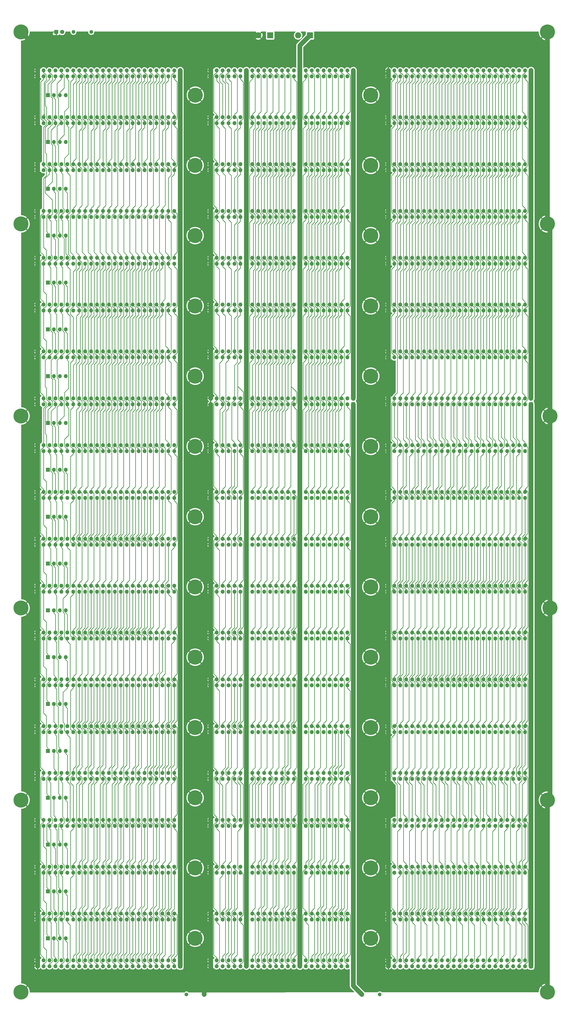
<source format=gbr>
%TF.GenerationSoftware,KiCad,Pcbnew,(6.0.11)*%
%TF.CreationDate,2024-10-28T17:35:09-05:00*%
%TF.ProjectId,backplane.20-slot,6261636b-706c-4616-9e65-2e32302d736c,V1.0*%
%TF.SameCoordinates,Original*%
%TF.FileFunction,Copper,L1,Top*%
%TF.FilePolarity,Positive*%
%FSLAX46Y46*%
G04 Gerber Fmt 4.6, Leading zero omitted, Abs format (unit mm)*
G04 Created by KiCad (PCBNEW (6.0.11)) date 2024-10-28 17:35:09*
%MOMM*%
%LPD*%
G01*
G04 APERTURE LIST*
%TA.AperFunction,ComponentPad*%
%ADD10R,1.700000X1.700000*%
%TD*%
%TA.AperFunction,ComponentPad*%
%ADD11O,1.700000X1.700000*%
%TD*%
%TA.AperFunction,ComponentPad*%
%ADD12C,6.400000*%
%TD*%
%TA.AperFunction,ComponentPad*%
%ADD13R,1.800000X1.800000*%
%TD*%
%TA.AperFunction,ComponentPad*%
%ADD14C,1.800000*%
%TD*%
%TA.AperFunction,ComponentPad*%
%ADD15C,1.600000*%
%TD*%
%TA.AperFunction,ComponentPad*%
%ADD16O,1.600000X1.600000*%
%TD*%
%TA.AperFunction,ComponentPad*%
%ADD17R,2.600000X2.600000*%
%TD*%
%TA.AperFunction,ComponentPad*%
%ADD18C,2.600000*%
%TD*%
%TA.AperFunction,Conductor*%
%ADD19C,2.000000*%
%TD*%
%TA.AperFunction,Conductor*%
%ADD20C,0.250000*%
%TD*%
G04 APERTURE END LIST*
D10*
%TO.P,J1,1,Pin_1*%
%TO.N,VCC*%
X128969000Y-183586400D03*
D11*
%TO.P,J1,2,Pin_2*%
X128969000Y-181046400D03*
%TO.P,J1,3,Pin_3*%
%TO.N,/~{RD}*%
X126429000Y-183586400D03*
%TO.P,J1,4,Pin_4*%
%TO.N,/E*%
X126429000Y-181046400D03*
%TO.P,J1,5,Pin_5*%
%TO.N,/~{WR}*%
X123889000Y-183586400D03*
%TO.P,J1,6,Pin_6*%
%TO.N,/ST*%
X123889000Y-181046400D03*
%TO.P,J1,7,Pin_7*%
%TO.N,/~{IORQ}*%
X121349000Y-183586400D03*
%TO.P,J1,8,Pin_8*%
%TO.N,/PHI*%
X121349000Y-181046400D03*
%TO.P,J1,9,Pin_9*%
%TO.N,/~{MREQ}*%
X118809000Y-183586400D03*
%TO.P,J1,10,Pin_10*%
%TO.N,/~{INT2}*%
X118809000Y-181046400D03*
%TO.P,J1,11,Pin_11*%
%TO.N,/~{M1}*%
X116269000Y-183586400D03*
%TO.P,J1,12,Pin_12*%
%TO.N,/~{INT1}*%
X116269000Y-181046400D03*
%TO.P,J1,13,Pin_13*%
%TO.N,/~{BUSACK}*%
X113729000Y-183586400D03*
%TO.P,J1,14,Pin_14*%
%TO.N,/CRUCLK*%
X113729000Y-181046400D03*
%TO.P,J1,15,Pin_15*%
%TO.N,/CLK*%
X111189000Y-183586400D03*
%TO.P,J1,16,Pin_16*%
%TO.N,/CRUOUT*%
X111189000Y-181046400D03*
%TO.P,J1,17,Pin_17*%
%TO.N,/~{INT0}*%
X108649000Y-183586400D03*
%TO.P,J1,18,Pin_18*%
%TO.N,/CRUIN*%
X108649000Y-181046400D03*
%TO.P,J1,19,Pin_19*%
%TO.N,/~{NMI}*%
X106109000Y-183586400D03*
%TO.P,J1,20,Pin_20*%
%TO.N,/~{RES_IN}*%
X106109000Y-181046400D03*
%TO.P,J1,21,Pin_21*%
%TO.N,/~{RES_OUT}*%
X103569000Y-183586400D03*
%TO.P,J1,22,Pin_22*%
%TO.N,/USER8*%
X103569000Y-181046400D03*
%TO.P,J1,23,Pin_23*%
%TO.N,/~{BUSRQ}*%
X101029000Y-183586400D03*
%TO.P,J1,24,Pin_24*%
%TO.N,/USER7*%
X101029000Y-181046400D03*
%TO.P,J1,25,Pin_25*%
%TO.N,/~{WAIT}*%
X98489000Y-183586400D03*
%TO.P,J1,26,Pin_26*%
%TO.N,/USER6*%
X98489000Y-181046400D03*
%TO.P,J1,27,Pin_27*%
%TO.N,/~{HALT}*%
X95949000Y-183586400D03*
%TO.P,J1,28,Pin_28*%
%TO.N,/USER5*%
X95949000Y-181046400D03*
%TO.P,J1,29,Pin_29*%
%TO.N,/~{RFSH}*%
X93409000Y-183586400D03*
%TO.P,J1,30,Pin_30*%
%TO.N,/USER4*%
X93409000Y-181046400D03*
%TO.P,J1,31,Pin_31*%
%TO.N,/~{EIRQ7}*%
X90869000Y-183586400D03*
%TO.P,J1,32,Pin_32*%
%TO.N,/USER3*%
X90869000Y-181046400D03*
%TO.P,J1,33,Pin_33*%
%TO.N,/~{EIRQ6}*%
X88329000Y-183586400D03*
%TO.P,J1,34,Pin_34*%
%TO.N,/USER2*%
X88329000Y-181046400D03*
%TO.P,J1,35,Pin_35*%
%TO.N,/~{EIRQ5}*%
X85789000Y-183586400D03*
%TO.P,J1,36,Pin_36*%
%TO.N,/USER1*%
X85789000Y-181046400D03*
%TO.P,J1,37,Pin_37*%
%TO.N,/~{EIRQ4}*%
X83249000Y-183586400D03*
%TO.P,J1,38,Pin_38*%
%TO.N,/USER0*%
X83249000Y-181046400D03*
%TO.P,J1,39,Pin_39*%
%TO.N,/~{EIRQ3}*%
X80709000Y-183586400D03*
%TO.P,J1,40,Pin_40*%
%TO.N,/~{BAI-13}*%
X80709000Y-181046400D03*
%TO.P,J1,41,Pin_41*%
%TO.N,/~{EIRQ2}*%
X78169000Y-183586400D03*
%TO.P,J1,42,Pin_42*%
%TO.N,/~{BAO-13}*%
X78169000Y-181046400D03*
%TO.P,J1,43,Pin_43*%
%TO.N,/~{EIRQ1}*%
X75629000Y-183586400D03*
%TO.P,J1,44,Pin_44*%
%TO.N,/~{IEI-13}*%
X75629000Y-181046400D03*
%TO.P,J1,45,Pin_45*%
%TO.N,/~{EIRQ0}*%
X73089000Y-183586400D03*
%TO.P,J1,46,Pin_46*%
%TO.N,/~{IEO-13}*%
X73089000Y-181046400D03*
%TO.P,J1,47,Pin_47*%
%TO.N,/I2C_SCL*%
X70549000Y-183586400D03*
%TO.P,J1,48,Pin_48*%
%TO.N,/I2C_SDA*%
X70549000Y-181046400D03*
%TO.P,J1,49,Pin_49*%
%TO.N,GND*%
X68009000Y-183586400D03*
%TO.P,J1,50,Pin_50*%
X68009000Y-181046400D03*
%TD*%
D10*
%TO.P,J3,1,Pin_1*%
%TO.N,VCC*%
X278969000Y-183586400D03*
D11*
%TO.P,J3,2,Pin_2*%
X278969000Y-181046400D03*
%TO.P,J3,3,Pin_3*%
%TO.N,/D15*%
X276429000Y-183586400D03*
%TO.P,J3,4,Pin_4*%
%TO.N,/D31*%
X276429000Y-181046400D03*
%TO.P,J3,5,Pin_5*%
%TO.N,/D14*%
X273889000Y-183586400D03*
%TO.P,J3,6,Pin_6*%
%TO.N,/D30*%
X273889000Y-181046400D03*
%TO.P,J3,7,Pin_7*%
%TO.N,/D13*%
X271349000Y-183586400D03*
%TO.P,J3,8,Pin_8*%
%TO.N,/D29*%
X271349000Y-181046400D03*
%TO.P,J3,9,Pin_9*%
%TO.N,/D12*%
X268809000Y-183586400D03*
%TO.P,J3,10,Pin_10*%
%TO.N,/D28*%
X268809000Y-181046400D03*
%TO.P,J3,11,Pin_11*%
%TO.N,/D11*%
X266269000Y-183586400D03*
%TO.P,J3,12,Pin_12*%
%TO.N,/D27*%
X266269000Y-181046400D03*
%TO.P,J3,13,Pin_13*%
%TO.N,/D10*%
X263729000Y-183586400D03*
%TO.P,J3,14,Pin_14*%
%TO.N,/D26*%
X263729000Y-181046400D03*
%TO.P,J3,15,Pin_15*%
%TO.N,/D9*%
X261189000Y-183586400D03*
%TO.P,J3,16,Pin_16*%
%TO.N,/D25*%
X261189000Y-181046400D03*
%TO.P,J3,17,Pin_17*%
%TO.N,/D8*%
X258649000Y-183586400D03*
%TO.P,J3,18,Pin_18*%
%TO.N,/D24*%
X258649000Y-181046400D03*
%TO.P,J3,19,Pin_19*%
%TO.N,/D7*%
X256109000Y-183586400D03*
%TO.P,J3,20,Pin_20*%
%TO.N,/D23*%
X256109000Y-181046400D03*
%TO.P,J3,21,Pin_21*%
%TO.N,/D6*%
X253569000Y-183586400D03*
%TO.P,J3,22,Pin_22*%
%TO.N,/D22*%
X253569000Y-181046400D03*
%TO.P,J3,23,Pin_23*%
%TO.N,/D5*%
X251029000Y-183586400D03*
%TO.P,J3,24,Pin_24*%
%TO.N,/D21*%
X251029000Y-181046400D03*
%TO.P,J3,25,Pin_25*%
%TO.N,/D4*%
X248489000Y-183586400D03*
%TO.P,J3,26,Pin_26*%
%TO.N,/D20*%
X248489000Y-181046400D03*
%TO.P,J3,27,Pin_27*%
%TO.N,/D3*%
X245949000Y-183586400D03*
%TO.P,J3,28,Pin_28*%
%TO.N,/D19*%
X245949000Y-181046400D03*
%TO.P,J3,29,Pin_29*%
%TO.N,/D2*%
X243409000Y-183586400D03*
%TO.P,J3,30,Pin_30*%
%TO.N,/D18*%
X243409000Y-181046400D03*
%TO.P,J3,31,Pin_31*%
%TO.N,/D1*%
X240869000Y-183586400D03*
%TO.P,J3,32,Pin_32*%
%TO.N,/D17*%
X240869000Y-181046400D03*
%TO.P,J3,33,Pin_33*%
%TO.N,/D0*%
X238329000Y-183586400D03*
%TO.P,J3,34,Pin_34*%
%TO.N,/D16*%
X238329000Y-181046400D03*
%TO.P,J3,35,Pin_35*%
%TO.N,/~{BUSERR}*%
X235789000Y-183586400D03*
%TO.P,J3,36,Pin_36*%
%TO.N,/UDS*%
X235789000Y-181046400D03*
%TO.P,J3,37,Pin_37*%
%TO.N,/~{VPA}*%
X233249000Y-183586400D03*
%TO.P,J3,38,Pin_38*%
%TO.N,/LDS*%
X233249000Y-181046400D03*
%TO.P,J3,39,Pin_39*%
%TO.N,/~{VMA}*%
X230709000Y-183586400D03*
%TO.P,J3,40,Pin_40*%
%TO.N,/S2*%
X230709000Y-181046400D03*
%TO.P,J3,41,Pin_41*%
%TO.N,/~{BHE}*%
X228169000Y-183586400D03*
%TO.P,J3,42,Pin_42*%
%TO.N,/S1*%
X228169000Y-181046400D03*
%TO.P,J3,43,Pin_43*%
%TO.N,/IPL2*%
X225629000Y-183586400D03*
%TO.P,J3,44,Pin_44*%
%TO.N,/S0*%
X225629000Y-181046400D03*
%TO.P,J3,45,Pin_45*%
%TO.N,/IPL1*%
X223089000Y-183586400D03*
%TO.P,J3,46,Pin_46*%
%TO.N,/AUXCLK3*%
X223089000Y-181046400D03*
%TO.P,J3,47,Pin_47*%
%TO.N,/IPL0*%
X220549000Y-183586400D03*
%TO.P,J3,48,Pin_48*%
%TO.N,/AUXCLK2*%
X220549000Y-181046400D03*
%TO.P,J3,49,Pin_49*%
%TO.N,GND*%
X218009000Y-183586400D03*
%TO.P,J3,50,Pin_50*%
X218009000Y-181046400D03*
%TD*%
D10*
%TO.P,J2,1,Pin_1*%
%TO.N,VCC*%
X202969000Y-183586400D03*
D11*
%TO.P,J2,2,Pin_2*%
X202969000Y-181046400D03*
%TO.P,J2,3,Pin_3*%
%TO.N,/A15*%
X200429000Y-183586400D03*
%TO.P,J2,4,Pin_4*%
%TO.N,/A31*%
X200429000Y-181046400D03*
%TO.P,J2,5,Pin_5*%
%TO.N,/A14*%
X197889000Y-183586400D03*
%TO.P,J2,6,Pin_6*%
%TO.N,/A30*%
X197889000Y-181046400D03*
%TO.P,J2,7,Pin_7*%
%TO.N,/A13*%
X195349000Y-183586400D03*
%TO.P,J2,8,Pin_8*%
%TO.N,/A29*%
X195349000Y-181046400D03*
%TO.P,J2,9,Pin_9*%
%TO.N,/A12*%
X192809000Y-183586400D03*
%TO.P,J2,10,Pin_10*%
%TO.N,/A28*%
X192809000Y-181046400D03*
%TO.P,J2,11,Pin_11*%
%TO.N,/A11*%
X190269000Y-183586400D03*
%TO.P,J2,12,Pin_12*%
%TO.N,/A27*%
X190269000Y-181046400D03*
%TO.P,J2,13,Pin_13*%
%TO.N,/A10*%
X187729000Y-183586400D03*
%TO.P,J2,14,Pin_14*%
%TO.N,/A26*%
X187729000Y-181046400D03*
%TO.P,J2,15,Pin_15*%
%TO.N,/A9*%
X185189000Y-183586400D03*
%TO.P,J2,16,Pin_16*%
%TO.N,/A25*%
X185189000Y-181046400D03*
%TO.P,J2,17,Pin_17*%
%TO.N,/A8*%
X182649000Y-183586400D03*
%TO.P,J2,18,Pin_18*%
%TO.N,/A24*%
X182649000Y-181046400D03*
%TO.P,J2,19,Pin_19*%
%TO.N,/+12V*%
X180109000Y-183586400D03*
%TO.P,J2,20,Pin_20*%
X180109000Y-181046400D03*
%TO.P,J2,21,Pin_21*%
%TO.N,/A7*%
X177569000Y-183586400D03*
%TO.P,J2,22,Pin_22*%
%TO.N,/A23*%
X177569000Y-181046400D03*
%TO.P,J2,23,Pin_23*%
%TO.N,/A6*%
X175029000Y-183586400D03*
%TO.P,J2,24,Pin_24*%
%TO.N,/A22*%
X175029000Y-181046400D03*
%TO.P,J2,25,Pin_25*%
%TO.N,/A5*%
X172489000Y-183586400D03*
%TO.P,J2,26,Pin_26*%
%TO.N,/A21*%
X172489000Y-181046400D03*
%TO.P,J2,27,Pin_27*%
%TO.N,/A4*%
X169949000Y-183586400D03*
%TO.P,J2,28,Pin_28*%
%TO.N,/A20*%
X169949000Y-181046400D03*
%TO.P,J2,29,Pin_29*%
%TO.N,/A3*%
X167409000Y-183586400D03*
%TO.P,J2,30,Pin_30*%
%TO.N,/A19*%
X167409000Y-181046400D03*
%TO.P,J2,31,Pin_31*%
%TO.N,/A2*%
X164869000Y-183586400D03*
%TO.P,J2,32,Pin_32*%
%TO.N,/A18*%
X164869000Y-181046400D03*
%TO.P,J2,33,Pin_33*%
%TO.N,/A1*%
X162329000Y-183586400D03*
%TO.P,J2,34,Pin_34*%
%TO.N,/A17*%
X162329000Y-181046400D03*
%TO.P,J2,35,Pin_35*%
%TO.N,/A0*%
X159789000Y-183586400D03*
%TO.P,J2,36,Pin_36*%
%TO.N,/A16*%
X159789000Y-181046400D03*
%TO.P,J2,37,Pin_37*%
%TO.N,/-12V*%
X157249000Y-183586400D03*
%TO.P,J2,38,Pin_38*%
X157249000Y-181046400D03*
%TO.P,J2,39,Pin_39*%
%TO.N,/IC3*%
X154709000Y-183586400D03*
%TO.P,J2,40,Pin_40*%
%TO.N,/~{TEND1}*%
X154709000Y-181046400D03*
%TO.P,J2,41,Pin_41*%
%TO.N,/IC2*%
X152169000Y-183586400D03*
%TO.P,J2,42,Pin_42*%
%TO.N,/~{DREQ1}*%
X152169000Y-181046400D03*
%TO.P,J2,43,Pin_43*%
%TO.N,/IC1*%
X149629000Y-183586400D03*
%TO.P,J2,44,Pin_44*%
%TO.N,/~{TEND0}*%
X149629000Y-181046400D03*
%TO.P,J2,45,Pin_45*%
%TO.N,/IC0*%
X147089000Y-183586400D03*
%TO.P,J2,46,Pin_46*%
%TO.N,/~{DREQ0}*%
X147089000Y-181046400D03*
%TO.P,J2,47,Pin_47*%
%TO.N,/AUXCLK1*%
X144549000Y-183586400D03*
%TO.P,J2,48,Pin_48*%
%TO.N,/AUXCLK0*%
X144549000Y-181046400D03*
%TO.P,J2,49,Pin_49*%
%TO.N,GND*%
X142009000Y-183586400D03*
%TO.P,J2,50,Pin_50*%
X142009000Y-181046400D03*
%TD*%
D12*
%TO.P,H1,1,1*%
%TO.N,GND*%
X60969000Y-24586400D03*
%TD*%
%TO.P,H2,1,1*%
%TO.N,GND*%
X285969000Y-24586400D03*
%TD*%
D10*
%TO.P,J4,1,Pin_1*%
%TO.N,VCC*%
X128969000Y-163586400D03*
D11*
%TO.P,J4,2,Pin_2*%
X128969000Y-161046400D03*
%TO.P,J4,3,Pin_3*%
%TO.N,/~{RD}*%
X126429000Y-163586400D03*
%TO.P,J4,4,Pin_4*%
%TO.N,/E*%
X126429000Y-161046400D03*
%TO.P,J4,5,Pin_5*%
%TO.N,/~{WR}*%
X123889000Y-163586400D03*
%TO.P,J4,6,Pin_6*%
%TO.N,/ST*%
X123889000Y-161046400D03*
%TO.P,J4,7,Pin_7*%
%TO.N,/~{IORQ}*%
X121349000Y-163586400D03*
%TO.P,J4,8,Pin_8*%
%TO.N,/PHI*%
X121349000Y-161046400D03*
%TO.P,J4,9,Pin_9*%
%TO.N,/~{MREQ}*%
X118809000Y-163586400D03*
%TO.P,J4,10,Pin_10*%
%TO.N,/~{INT2}*%
X118809000Y-161046400D03*
%TO.P,J4,11,Pin_11*%
%TO.N,/~{M1}*%
X116269000Y-163586400D03*
%TO.P,J4,12,Pin_12*%
%TO.N,/~{INT1}*%
X116269000Y-161046400D03*
%TO.P,J4,13,Pin_13*%
%TO.N,/~{BUSACK}*%
X113729000Y-163586400D03*
%TO.P,J4,14,Pin_14*%
%TO.N,/CRUCLK*%
X113729000Y-161046400D03*
%TO.P,J4,15,Pin_15*%
%TO.N,/CLK*%
X111189000Y-163586400D03*
%TO.P,J4,16,Pin_16*%
%TO.N,/CRUOUT*%
X111189000Y-161046400D03*
%TO.P,J4,17,Pin_17*%
%TO.N,/~{INT0}*%
X108649000Y-163586400D03*
%TO.P,J4,18,Pin_18*%
%TO.N,/CRUIN*%
X108649000Y-161046400D03*
%TO.P,J4,19,Pin_19*%
%TO.N,/~{NMI}*%
X106109000Y-163586400D03*
%TO.P,J4,20,Pin_20*%
%TO.N,/~{RES_IN}*%
X106109000Y-161046400D03*
%TO.P,J4,21,Pin_21*%
%TO.N,/~{RES_OUT}*%
X103569000Y-163586400D03*
%TO.P,J4,22,Pin_22*%
%TO.N,/USER8*%
X103569000Y-161046400D03*
%TO.P,J4,23,Pin_23*%
%TO.N,/~{BUSRQ}*%
X101029000Y-163586400D03*
%TO.P,J4,24,Pin_24*%
%TO.N,/USER7*%
X101029000Y-161046400D03*
%TO.P,J4,25,Pin_25*%
%TO.N,/~{WAIT}*%
X98489000Y-163586400D03*
%TO.P,J4,26,Pin_26*%
%TO.N,/USER6*%
X98489000Y-161046400D03*
%TO.P,J4,27,Pin_27*%
%TO.N,/~{HALT}*%
X95949000Y-163586400D03*
%TO.P,J4,28,Pin_28*%
%TO.N,/USER5*%
X95949000Y-161046400D03*
%TO.P,J4,29,Pin_29*%
%TO.N,/~{RFSH}*%
X93409000Y-163586400D03*
%TO.P,J4,30,Pin_30*%
%TO.N,/USER4*%
X93409000Y-161046400D03*
%TO.P,J4,31,Pin_31*%
%TO.N,/~{EIRQ7}*%
X90869000Y-163586400D03*
%TO.P,J4,32,Pin_32*%
%TO.N,/USER3*%
X90869000Y-161046400D03*
%TO.P,J4,33,Pin_33*%
%TO.N,/~{EIRQ6}*%
X88329000Y-163586400D03*
%TO.P,J4,34,Pin_34*%
%TO.N,/USER2*%
X88329000Y-161046400D03*
%TO.P,J4,35,Pin_35*%
%TO.N,/~{EIRQ5}*%
X85789000Y-163586400D03*
%TO.P,J4,36,Pin_36*%
%TO.N,/USER1*%
X85789000Y-161046400D03*
%TO.P,J4,37,Pin_37*%
%TO.N,/~{EIRQ4}*%
X83249000Y-163586400D03*
%TO.P,J4,38,Pin_38*%
%TO.N,/USER0*%
X83249000Y-161046400D03*
%TO.P,J4,39,Pin_39*%
%TO.N,/~{EIRQ3}*%
X80709000Y-163586400D03*
%TO.P,J4,40,Pin_40*%
%TO.N,/~{BAI-14}*%
X80709000Y-161046400D03*
%TO.P,J4,41,Pin_41*%
%TO.N,/~{EIRQ2}*%
X78169000Y-163586400D03*
%TO.P,J4,42,Pin_42*%
%TO.N,/~{BAO-14}*%
X78169000Y-161046400D03*
%TO.P,J4,43,Pin_43*%
%TO.N,/~{EIRQ1}*%
X75629000Y-163586400D03*
%TO.P,J4,44,Pin_44*%
%TO.N,/~{IEI-14}*%
X75629000Y-161046400D03*
%TO.P,J4,45,Pin_45*%
%TO.N,/~{EIRQ0}*%
X73089000Y-163586400D03*
%TO.P,J4,46,Pin_46*%
%TO.N,/~{IEO-14}*%
X73089000Y-161046400D03*
%TO.P,J4,47,Pin_47*%
%TO.N,/I2C_SCL*%
X70549000Y-163586400D03*
%TO.P,J4,48,Pin_48*%
%TO.N,/I2C_SDA*%
X70549000Y-161046400D03*
%TO.P,J4,49,Pin_49*%
%TO.N,GND*%
X68009000Y-163586400D03*
%TO.P,J4,50,Pin_50*%
X68009000Y-161046400D03*
%TD*%
D10*
%TO.P,J5,1,Pin_1*%
%TO.N,VCC*%
X202969000Y-163586400D03*
D11*
%TO.P,J5,2,Pin_2*%
X202969000Y-161046400D03*
%TO.P,J5,3,Pin_3*%
%TO.N,/A15*%
X200429000Y-163586400D03*
%TO.P,J5,4,Pin_4*%
%TO.N,/A31*%
X200429000Y-161046400D03*
%TO.P,J5,5,Pin_5*%
%TO.N,/A14*%
X197889000Y-163586400D03*
%TO.P,J5,6,Pin_6*%
%TO.N,/A30*%
X197889000Y-161046400D03*
%TO.P,J5,7,Pin_7*%
%TO.N,/A13*%
X195349000Y-163586400D03*
%TO.P,J5,8,Pin_8*%
%TO.N,/A29*%
X195349000Y-161046400D03*
%TO.P,J5,9,Pin_9*%
%TO.N,/A12*%
X192809000Y-163586400D03*
%TO.P,J5,10,Pin_10*%
%TO.N,/A28*%
X192809000Y-161046400D03*
%TO.P,J5,11,Pin_11*%
%TO.N,/A11*%
X190269000Y-163586400D03*
%TO.P,J5,12,Pin_12*%
%TO.N,/A27*%
X190269000Y-161046400D03*
%TO.P,J5,13,Pin_13*%
%TO.N,/A10*%
X187729000Y-163586400D03*
%TO.P,J5,14,Pin_14*%
%TO.N,/A26*%
X187729000Y-161046400D03*
%TO.P,J5,15,Pin_15*%
%TO.N,/A9*%
X185189000Y-163586400D03*
%TO.P,J5,16,Pin_16*%
%TO.N,/A25*%
X185189000Y-161046400D03*
%TO.P,J5,17,Pin_17*%
%TO.N,/A8*%
X182649000Y-163586400D03*
%TO.P,J5,18,Pin_18*%
%TO.N,/A24*%
X182649000Y-161046400D03*
%TO.P,J5,19,Pin_19*%
%TO.N,/+12V*%
X180109000Y-163586400D03*
%TO.P,J5,20,Pin_20*%
X180109000Y-161046400D03*
%TO.P,J5,21,Pin_21*%
%TO.N,/A7*%
X177569000Y-163586400D03*
%TO.P,J5,22,Pin_22*%
%TO.N,/A23*%
X177569000Y-161046400D03*
%TO.P,J5,23,Pin_23*%
%TO.N,/A6*%
X175029000Y-163586400D03*
%TO.P,J5,24,Pin_24*%
%TO.N,/A22*%
X175029000Y-161046400D03*
%TO.P,J5,25,Pin_25*%
%TO.N,/A5*%
X172489000Y-163586400D03*
%TO.P,J5,26,Pin_26*%
%TO.N,/A21*%
X172489000Y-161046400D03*
%TO.P,J5,27,Pin_27*%
%TO.N,/A4*%
X169949000Y-163586400D03*
%TO.P,J5,28,Pin_28*%
%TO.N,/A20*%
X169949000Y-161046400D03*
%TO.P,J5,29,Pin_29*%
%TO.N,/A3*%
X167409000Y-163586400D03*
%TO.P,J5,30,Pin_30*%
%TO.N,/A19*%
X167409000Y-161046400D03*
%TO.P,J5,31,Pin_31*%
%TO.N,/A2*%
X164869000Y-163586400D03*
%TO.P,J5,32,Pin_32*%
%TO.N,/A18*%
X164869000Y-161046400D03*
%TO.P,J5,33,Pin_33*%
%TO.N,/A1*%
X162329000Y-163586400D03*
%TO.P,J5,34,Pin_34*%
%TO.N,/A17*%
X162329000Y-161046400D03*
%TO.P,J5,35,Pin_35*%
%TO.N,/A0*%
X159789000Y-163586400D03*
%TO.P,J5,36,Pin_36*%
%TO.N,/A16*%
X159789000Y-161046400D03*
%TO.P,J5,37,Pin_37*%
%TO.N,/-12V*%
X157249000Y-163586400D03*
%TO.P,J5,38,Pin_38*%
X157249000Y-161046400D03*
%TO.P,J5,39,Pin_39*%
%TO.N,/IC3*%
X154709000Y-163586400D03*
%TO.P,J5,40,Pin_40*%
%TO.N,/~{TEND1}*%
X154709000Y-161046400D03*
%TO.P,J5,41,Pin_41*%
%TO.N,/IC2*%
X152169000Y-163586400D03*
%TO.P,J5,42,Pin_42*%
%TO.N,/~{DREQ1}*%
X152169000Y-161046400D03*
%TO.P,J5,43,Pin_43*%
%TO.N,/IC1*%
X149629000Y-163586400D03*
%TO.P,J5,44,Pin_44*%
%TO.N,/~{TEND0}*%
X149629000Y-161046400D03*
%TO.P,J5,45,Pin_45*%
%TO.N,/IC0*%
X147089000Y-163586400D03*
%TO.P,J5,46,Pin_46*%
%TO.N,/~{DREQ0}*%
X147089000Y-161046400D03*
%TO.P,J5,47,Pin_47*%
%TO.N,/AUXCLK1*%
X144549000Y-163586400D03*
%TO.P,J5,48,Pin_48*%
%TO.N,/AUXCLK0*%
X144549000Y-161046400D03*
%TO.P,J5,49,Pin_49*%
%TO.N,GND*%
X142009000Y-163586400D03*
%TO.P,J5,50,Pin_50*%
X142009000Y-161046400D03*
%TD*%
D10*
%TO.P,J6,1,Pin_1*%
%TO.N,VCC*%
X278969000Y-163586400D03*
D11*
%TO.P,J6,2,Pin_2*%
X278969000Y-161046400D03*
%TO.P,J6,3,Pin_3*%
%TO.N,/D15*%
X276429000Y-163586400D03*
%TO.P,J6,4,Pin_4*%
%TO.N,/D31*%
X276429000Y-161046400D03*
%TO.P,J6,5,Pin_5*%
%TO.N,/D14*%
X273889000Y-163586400D03*
%TO.P,J6,6,Pin_6*%
%TO.N,/D30*%
X273889000Y-161046400D03*
%TO.P,J6,7,Pin_7*%
%TO.N,/D13*%
X271349000Y-163586400D03*
%TO.P,J6,8,Pin_8*%
%TO.N,/D29*%
X271349000Y-161046400D03*
%TO.P,J6,9,Pin_9*%
%TO.N,/D12*%
X268809000Y-163586400D03*
%TO.P,J6,10,Pin_10*%
%TO.N,/D28*%
X268809000Y-161046400D03*
%TO.P,J6,11,Pin_11*%
%TO.N,/D11*%
X266269000Y-163586400D03*
%TO.P,J6,12,Pin_12*%
%TO.N,/D27*%
X266269000Y-161046400D03*
%TO.P,J6,13,Pin_13*%
%TO.N,/D10*%
X263729000Y-163586400D03*
%TO.P,J6,14,Pin_14*%
%TO.N,/D26*%
X263729000Y-161046400D03*
%TO.P,J6,15,Pin_15*%
%TO.N,/D9*%
X261189000Y-163586400D03*
%TO.P,J6,16,Pin_16*%
%TO.N,/D25*%
X261189000Y-161046400D03*
%TO.P,J6,17,Pin_17*%
%TO.N,/D8*%
X258649000Y-163586400D03*
%TO.P,J6,18,Pin_18*%
%TO.N,/D24*%
X258649000Y-161046400D03*
%TO.P,J6,19,Pin_19*%
%TO.N,/D7*%
X256109000Y-163586400D03*
%TO.P,J6,20,Pin_20*%
%TO.N,/D23*%
X256109000Y-161046400D03*
%TO.P,J6,21,Pin_21*%
%TO.N,/D6*%
X253569000Y-163586400D03*
%TO.P,J6,22,Pin_22*%
%TO.N,/D22*%
X253569000Y-161046400D03*
%TO.P,J6,23,Pin_23*%
%TO.N,/D5*%
X251029000Y-163586400D03*
%TO.P,J6,24,Pin_24*%
%TO.N,/D21*%
X251029000Y-161046400D03*
%TO.P,J6,25,Pin_25*%
%TO.N,/D4*%
X248489000Y-163586400D03*
%TO.P,J6,26,Pin_26*%
%TO.N,/D20*%
X248489000Y-161046400D03*
%TO.P,J6,27,Pin_27*%
%TO.N,/D3*%
X245949000Y-163586400D03*
%TO.P,J6,28,Pin_28*%
%TO.N,/D19*%
X245949000Y-161046400D03*
%TO.P,J6,29,Pin_29*%
%TO.N,/D2*%
X243409000Y-163586400D03*
%TO.P,J6,30,Pin_30*%
%TO.N,/D18*%
X243409000Y-161046400D03*
%TO.P,J6,31,Pin_31*%
%TO.N,/D1*%
X240869000Y-163586400D03*
%TO.P,J6,32,Pin_32*%
%TO.N,/D17*%
X240869000Y-161046400D03*
%TO.P,J6,33,Pin_33*%
%TO.N,/D0*%
X238329000Y-163586400D03*
%TO.P,J6,34,Pin_34*%
%TO.N,/D16*%
X238329000Y-161046400D03*
%TO.P,J6,35,Pin_35*%
%TO.N,/~{BUSERR}*%
X235789000Y-163586400D03*
%TO.P,J6,36,Pin_36*%
%TO.N,/UDS*%
X235789000Y-161046400D03*
%TO.P,J6,37,Pin_37*%
%TO.N,/~{VPA}*%
X233249000Y-163586400D03*
%TO.P,J6,38,Pin_38*%
%TO.N,/LDS*%
X233249000Y-161046400D03*
%TO.P,J6,39,Pin_39*%
%TO.N,/~{VMA}*%
X230709000Y-163586400D03*
%TO.P,J6,40,Pin_40*%
%TO.N,/S2*%
X230709000Y-161046400D03*
%TO.P,J6,41,Pin_41*%
%TO.N,/~{BHE}*%
X228169000Y-163586400D03*
%TO.P,J6,42,Pin_42*%
%TO.N,/S1*%
X228169000Y-161046400D03*
%TO.P,J6,43,Pin_43*%
%TO.N,/IPL2*%
X225629000Y-163586400D03*
%TO.P,J6,44,Pin_44*%
%TO.N,/S0*%
X225629000Y-161046400D03*
%TO.P,J6,45,Pin_45*%
%TO.N,/IPL1*%
X223089000Y-163586400D03*
%TO.P,J6,46,Pin_46*%
%TO.N,/AUXCLK3*%
X223089000Y-161046400D03*
%TO.P,J6,47,Pin_47*%
%TO.N,/IPL0*%
X220549000Y-163586400D03*
%TO.P,J6,48,Pin_48*%
%TO.N,/AUXCLK2*%
X220549000Y-161046400D03*
%TO.P,J6,49,Pin_49*%
%TO.N,GND*%
X218009000Y-163586400D03*
%TO.P,J6,50,Pin_50*%
X218009000Y-161046400D03*
%TD*%
D10*
%TO.P,J7,1,Pin_1*%
%TO.N,VCC*%
X128969000Y-143586400D03*
D11*
%TO.P,J7,2,Pin_2*%
X128969000Y-141046400D03*
%TO.P,J7,3,Pin_3*%
%TO.N,/~{RD}*%
X126429000Y-143586400D03*
%TO.P,J7,4,Pin_4*%
%TO.N,/E*%
X126429000Y-141046400D03*
%TO.P,J7,5,Pin_5*%
%TO.N,/~{WR}*%
X123889000Y-143586400D03*
%TO.P,J7,6,Pin_6*%
%TO.N,/ST*%
X123889000Y-141046400D03*
%TO.P,J7,7,Pin_7*%
%TO.N,/~{IORQ}*%
X121349000Y-143586400D03*
%TO.P,J7,8,Pin_8*%
%TO.N,/PHI*%
X121349000Y-141046400D03*
%TO.P,J7,9,Pin_9*%
%TO.N,/~{MREQ}*%
X118809000Y-143586400D03*
%TO.P,J7,10,Pin_10*%
%TO.N,/~{INT2}*%
X118809000Y-141046400D03*
%TO.P,J7,11,Pin_11*%
%TO.N,/~{M1}*%
X116269000Y-143586400D03*
%TO.P,J7,12,Pin_12*%
%TO.N,/~{INT1}*%
X116269000Y-141046400D03*
%TO.P,J7,13,Pin_13*%
%TO.N,/~{BUSACK}*%
X113729000Y-143586400D03*
%TO.P,J7,14,Pin_14*%
%TO.N,/CRUCLK*%
X113729000Y-141046400D03*
%TO.P,J7,15,Pin_15*%
%TO.N,/CLK*%
X111189000Y-143586400D03*
%TO.P,J7,16,Pin_16*%
%TO.N,/CRUOUT*%
X111189000Y-141046400D03*
%TO.P,J7,17,Pin_17*%
%TO.N,/~{INT0}*%
X108649000Y-143586400D03*
%TO.P,J7,18,Pin_18*%
%TO.N,/CRUIN*%
X108649000Y-141046400D03*
%TO.P,J7,19,Pin_19*%
%TO.N,/~{NMI}*%
X106109000Y-143586400D03*
%TO.P,J7,20,Pin_20*%
%TO.N,/~{RES_IN}*%
X106109000Y-141046400D03*
%TO.P,J7,21,Pin_21*%
%TO.N,/~{RES_OUT}*%
X103569000Y-143586400D03*
%TO.P,J7,22,Pin_22*%
%TO.N,/USER8*%
X103569000Y-141046400D03*
%TO.P,J7,23,Pin_23*%
%TO.N,/~{BUSRQ}*%
X101029000Y-143586400D03*
%TO.P,J7,24,Pin_24*%
%TO.N,/USER7*%
X101029000Y-141046400D03*
%TO.P,J7,25,Pin_25*%
%TO.N,/~{WAIT}*%
X98489000Y-143586400D03*
%TO.P,J7,26,Pin_26*%
%TO.N,/USER6*%
X98489000Y-141046400D03*
%TO.P,J7,27,Pin_27*%
%TO.N,/~{HALT}*%
X95949000Y-143586400D03*
%TO.P,J7,28,Pin_28*%
%TO.N,/USER5*%
X95949000Y-141046400D03*
%TO.P,J7,29,Pin_29*%
%TO.N,/~{RFSH}*%
X93409000Y-143586400D03*
%TO.P,J7,30,Pin_30*%
%TO.N,/USER4*%
X93409000Y-141046400D03*
%TO.P,J7,31,Pin_31*%
%TO.N,/~{EIRQ7}*%
X90869000Y-143586400D03*
%TO.P,J7,32,Pin_32*%
%TO.N,/USER3*%
X90869000Y-141046400D03*
%TO.P,J7,33,Pin_33*%
%TO.N,/~{EIRQ6}*%
X88329000Y-143586400D03*
%TO.P,J7,34,Pin_34*%
%TO.N,/USER2*%
X88329000Y-141046400D03*
%TO.P,J7,35,Pin_35*%
%TO.N,/~{EIRQ5}*%
X85789000Y-143586400D03*
%TO.P,J7,36,Pin_36*%
%TO.N,/USER1*%
X85789000Y-141046400D03*
%TO.P,J7,37,Pin_37*%
%TO.N,/~{EIRQ4}*%
X83249000Y-143586400D03*
%TO.P,J7,38,Pin_38*%
%TO.N,/USER0*%
X83249000Y-141046400D03*
%TO.P,J7,39,Pin_39*%
%TO.N,/~{EIRQ3}*%
X80709000Y-143586400D03*
%TO.P,J7,40,Pin_40*%
%TO.N,/~{BAI-15}*%
X80709000Y-141046400D03*
%TO.P,J7,41,Pin_41*%
%TO.N,/~{EIRQ2}*%
X78169000Y-143586400D03*
%TO.P,J7,42,Pin_42*%
%TO.N,/~{BAO-15}*%
X78169000Y-141046400D03*
%TO.P,J7,43,Pin_43*%
%TO.N,/~{EIRQ1}*%
X75629000Y-143586400D03*
%TO.P,J7,44,Pin_44*%
%TO.N,/~{IEI-15}*%
X75629000Y-141046400D03*
%TO.P,J7,45,Pin_45*%
%TO.N,/~{EIRQ0}*%
X73089000Y-143586400D03*
%TO.P,J7,46,Pin_46*%
%TO.N,/~{IEO-15}*%
X73089000Y-141046400D03*
%TO.P,J7,47,Pin_47*%
%TO.N,/I2C_SCL*%
X70549000Y-143586400D03*
%TO.P,J7,48,Pin_48*%
%TO.N,/I2C_SDA*%
X70549000Y-141046400D03*
%TO.P,J7,49,Pin_49*%
%TO.N,GND*%
X68009000Y-143586400D03*
%TO.P,J7,50,Pin_50*%
X68009000Y-141046400D03*
%TD*%
D10*
%TO.P,J8,1,Pin_1*%
%TO.N,VCC*%
X202969000Y-143586400D03*
D11*
%TO.P,J8,2,Pin_2*%
X202969000Y-141046400D03*
%TO.P,J8,3,Pin_3*%
%TO.N,/A15*%
X200429000Y-143586400D03*
%TO.P,J8,4,Pin_4*%
%TO.N,/A31*%
X200429000Y-141046400D03*
%TO.P,J8,5,Pin_5*%
%TO.N,/A14*%
X197889000Y-143586400D03*
%TO.P,J8,6,Pin_6*%
%TO.N,/A30*%
X197889000Y-141046400D03*
%TO.P,J8,7,Pin_7*%
%TO.N,/A13*%
X195349000Y-143586400D03*
%TO.P,J8,8,Pin_8*%
%TO.N,/A29*%
X195349000Y-141046400D03*
%TO.P,J8,9,Pin_9*%
%TO.N,/A12*%
X192809000Y-143586400D03*
%TO.P,J8,10,Pin_10*%
%TO.N,/A28*%
X192809000Y-141046400D03*
%TO.P,J8,11,Pin_11*%
%TO.N,/A11*%
X190269000Y-143586400D03*
%TO.P,J8,12,Pin_12*%
%TO.N,/A27*%
X190269000Y-141046400D03*
%TO.P,J8,13,Pin_13*%
%TO.N,/A10*%
X187729000Y-143586400D03*
%TO.P,J8,14,Pin_14*%
%TO.N,/A26*%
X187729000Y-141046400D03*
%TO.P,J8,15,Pin_15*%
%TO.N,/A9*%
X185189000Y-143586400D03*
%TO.P,J8,16,Pin_16*%
%TO.N,/A25*%
X185189000Y-141046400D03*
%TO.P,J8,17,Pin_17*%
%TO.N,/A8*%
X182649000Y-143586400D03*
%TO.P,J8,18,Pin_18*%
%TO.N,/A24*%
X182649000Y-141046400D03*
%TO.P,J8,19,Pin_19*%
%TO.N,/+12V*%
X180109000Y-143586400D03*
%TO.P,J8,20,Pin_20*%
X180109000Y-141046400D03*
%TO.P,J8,21,Pin_21*%
%TO.N,/A7*%
X177569000Y-143586400D03*
%TO.P,J8,22,Pin_22*%
%TO.N,/A23*%
X177569000Y-141046400D03*
%TO.P,J8,23,Pin_23*%
%TO.N,/A6*%
X175029000Y-143586400D03*
%TO.P,J8,24,Pin_24*%
%TO.N,/A22*%
X175029000Y-141046400D03*
%TO.P,J8,25,Pin_25*%
%TO.N,/A5*%
X172489000Y-143586400D03*
%TO.P,J8,26,Pin_26*%
%TO.N,/A21*%
X172489000Y-141046400D03*
%TO.P,J8,27,Pin_27*%
%TO.N,/A4*%
X169949000Y-143586400D03*
%TO.P,J8,28,Pin_28*%
%TO.N,/A20*%
X169949000Y-141046400D03*
%TO.P,J8,29,Pin_29*%
%TO.N,/A3*%
X167409000Y-143586400D03*
%TO.P,J8,30,Pin_30*%
%TO.N,/A19*%
X167409000Y-141046400D03*
%TO.P,J8,31,Pin_31*%
%TO.N,/A2*%
X164869000Y-143586400D03*
%TO.P,J8,32,Pin_32*%
%TO.N,/A18*%
X164869000Y-141046400D03*
%TO.P,J8,33,Pin_33*%
%TO.N,/A1*%
X162329000Y-143586400D03*
%TO.P,J8,34,Pin_34*%
%TO.N,/A17*%
X162329000Y-141046400D03*
%TO.P,J8,35,Pin_35*%
%TO.N,/A0*%
X159789000Y-143586400D03*
%TO.P,J8,36,Pin_36*%
%TO.N,/A16*%
X159789000Y-141046400D03*
%TO.P,J8,37,Pin_37*%
%TO.N,/-12V*%
X157249000Y-143586400D03*
%TO.P,J8,38,Pin_38*%
X157249000Y-141046400D03*
%TO.P,J8,39,Pin_39*%
%TO.N,/IC3*%
X154709000Y-143586400D03*
%TO.P,J8,40,Pin_40*%
%TO.N,/~{TEND1}*%
X154709000Y-141046400D03*
%TO.P,J8,41,Pin_41*%
%TO.N,/IC2*%
X152169000Y-143586400D03*
%TO.P,J8,42,Pin_42*%
%TO.N,/~{DREQ1}*%
X152169000Y-141046400D03*
%TO.P,J8,43,Pin_43*%
%TO.N,/IC1*%
X149629000Y-143586400D03*
%TO.P,J8,44,Pin_44*%
%TO.N,/~{TEND0}*%
X149629000Y-141046400D03*
%TO.P,J8,45,Pin_45*%
%TO.N,/IC0*%
X147089000Y-143586400D03*
%TO.P,J8,46,Pin_46*%
%TO.N,/~{DREQ0}*%
X147089000Y-141046400D03*
%TO.P,J8,47,Pin_47*%
%TO.N,/AUXCLK1*%
X144549000Y-143586400D03*
%TO.P,J8,48,Pin_48*%
%TO.N,/AUXCLK0*%
X144549000Y-141046400D03*
%TO.P,J8,49,Pin_49*%
%TO.N,GND*%
X142009000Y-143586400D03*
%TO.P,J8,50,Pin_50*%
X142009000Y-141046400D03*
%TD*%
D10*
%TO.P,J9,1,Pin_1*%
%TO.N,VCC*%
X278969000Y-143586400D03*
D11*
%TO.P,J9,2,Pin_2*%
X278969000Y-141046400D03*
%TO.P,J9,3,Pin_3*%
%TO.N,/D15*%
X276429000Y-143586400D03*
%TO.P,J9,4,Pin_4*%
%TO.N,/D31*%
X276429000Y-141046400D03*
%TO.P,J9,5,Pin_5*%
%TO.N,/D14*%
X273889000Y-143586400D03*
%TO.P,J9,6,Pin_6*%
%TO.N,/D30*%
X273889000Y-141046400D03*
%TO.P,J9,7,Pin_7*%
%TO.N,/D13*%
X271349000Y-143586400D03*
%TO.P,J9,8,Pin_8*%
%TO.N,/D29*%
X271349000Y-141046400D03*
%TO.P,J9,9,Pin_9*%
%TO.N,/D12*%
X268809000Y-143586400D03*
%TO.P,J9,10,Pin_10*%
%TO.N,/D28*%
X268809000Y-141046400D03*
%TO.P,J9,11,Pin_11*%
%TO.N,/D11*%
X266269000Y-143586400D03*
%TO.P,J9,12,Pin_12*%
%TO.N,/D27*%
X266269000Y-141046400D03*
%TO.P,J9,13,Pin_13*%
%TO.N,/D10*%
X263729000Y-143586400D03*
%TO.P,J9,14,Pin_14*%
%TO.N,/D26*%
X263729000Y-141046400D03*
%TO.P,J9,15,Pin_15*%
%TO.N,/D9*%
X261189000Y-143586400D03*
%TO.P,J9,16,Pin_16*%
%TO.N,/D25*%
X261189000Y-141046400D03*
%TO.P,J9,17,Pin_17*%
%TO.N,/D8*%
X258649000Y-143586400D03*
%TO.P,J9,18,Pin_18*%
%TO.N,/D24*%
X258649000Y-141046400D03*
%TO.P,J9,19,Pin_19*%
%TO.N,/D7*%
X256109000Y-143586400D03*
%TO.P,J9,20,Pin_20*%
%TO.N,/D23*%
X256109000Y-141046400D03*
%TO.P,J9,21,Pin_21*%
%TO.N,/D6*%
X253569000Y-143586400D03*
%TO.P,J9,22,Pin_22*%
%TO.N,/D22*%
X253569000Y-141046400D03*
%TO.P,J9,23,Pin_23*%
%TO.N,/D5*%
X251029000Y-143586400D03*
%TO.P,J9,24,Pin_24*%
%TO.N,/D21*%
X251029000Y-141046400D03*
%TO.P,J9,25,Pin_25*%
%TO.N,/D4*%
X248489000Y-143586400D03*
%TO.P,J9,26,Pin_26*%
%TO.N,/D20*%
X248489000Y-141046400D03*
%TO.P,J9,27,Pin_27*%
%TO.N,/D3*%
X245949000Y-143586400D03*
%TO.P,J9,28,Pin_28*%
%TO.N,/D19*%
X245949000Y-141046400D03*
%TO.P,J9,29,Pin_29*%
%TO.N,/D2*%
X243409000Y-143586400D03*
%TO.P,J9,30,Pin_30*%
%TO.N,/D18*%
X243409000Y-141046400D03*
%TO.P,J9,31,Pin_31*%
%TO.N,/D1*%
X240869000Y-143586400D03*
%TO.P,J9,32,Pin_32*%
%TO.N,/D17*%
X240869000Y-141046400D03*
%TO.P,J9,33,Pin_33*%
%TO.N,/D0*%
X238329000Y-143586400D03*
%TO.P,J9,34,Pin_34*%
%TO.N,/D16*%
X238329000Y-141046400D03*
%TO.P,J9,35,Pin_35*%
%TO.N,/~{BUSERR}*%
X235789000Y-143586400D03*
%TO.P,J9,36,Pin_36*%
%TO.N,/UDS*%
X235789000Y-141046400D03*
%TO.P,J9,37,Pin_37*%
%TO.N,/~{VPA}*%
X233249000Y-143586400D03*
%TO.P,J9,38,Pin_38*%
%TO.N,/LDS*%
X233249000Y-141046400D03*
%TO.P,J9,39,Pin_39*%
%TO.N,/~{VMA}*%
X230709000Y-143586400D03*
%TO.P,J9,40,Pin_40*%
%TO.N,/S2*%
X230709000Y-141046400D03*
%TO.P,J9,41,Pin_41*%
%TO.N,/~{BHE}*%
X228169000Y-143586400D03*
%TO.P,J9,42,Pin_42*%
%TO.N,/S1*%
X228169000Y-141046400D03*
%TO.P,J9,43,Pin_43*%
%TO.N,/IPL2*%
X225629000Y-143586400D03*
%TO.P,J9,44,Pin_44*%
%TO.N,/S0*%
X225629000Y-141046400D03*
%TO.P,J9,45,Pin_45*%
%TO.N,/IPL1*%
X223089000Y-143586400D03*
%TO.P,J9,46,Pin_46*%
%TO.N,/AUXCLK3*%
X223089000Y-141046400D03*
%TO.P,J9,47,Pin_47*%
%TO.N,/IPL0*%
X220549000Y-143586400D03*
%TO.P,J9,48,Pin_48*%
%TO.N,/AUXCLK2*%
X220549000Y-141046400D03*
%TO.P,J9,49,Pin_49*%
%TO.N,GND*%
X218009000Y-143586400D03*
%TO.P,J9,50,Pin_50*%
X218009000Y-141046400D03*
%TD*%
D10*
%TO.P,J10,1,Pin_1*%
%TO.N,VCC*%
X128969000Y-123586400D03*
D11*
%TO.P,J10,2,Pin_2*%
X128969000Y-121046400D03*
%TO.P,J10,3,Pin_3*%
%TO.N,/~{RD}*%
X126429000Y-123586400D03*
%TO.P,J10,4,Pin_4*%
%TO.N,/E*%
X126429000Y-121046400D03*
%TO.P,J10,5,Pin_5*%
%TO.N,/~{WR}*%
X123889000Y-123586400D03*
%TO.P,J10,6,Pin_6*%
%TO.N,/ST*%
X123889000Y-121046400D03*
%TO.P,J10,7,Pin_7*%
%TO.N,/~{IORQ}*%
X121349000Y-123586400D03*
%TO.P,J10,8,Pin_8*%
%TO.N,/PHI*%
X121349000Y-121046400D03*
%TO.P,J10,9,Pin_9*%
%TO.N,/~{MREQ}*%
X118809000Y-123586400D03*
%TO.P,J10,10,Pin_10*%
%TO.N,/~{INT2}*%
X118809000Y-121046400D03*
%TO.P,J10,11,Pin_11*%
%TO.N,/~{M1}*%
X116269000Y-123586400D03*
%TO.P,J10,12,Pin_12*%
%TO.N,/~{INT1}*%
X116269000Y-121046400D03*
%TO.P,J10,13,Pin_13*%
%TO.N,/~{BUSACK}*%
X113729000Y-123586400D03*
%TO.P,J10,14,Pin_14*%
%TO.N,/CRUCLK*%
X113729000Y-121046400D03*
%TO.P,J10,15,Pin_15*%
%TO.N,/CLK*%
X111189000Y-123586400D03*
%TO.P,J10,16,Pin_16*%
%TO.N,/CRUOUT*%
X111189000Y-121046400D03*
%TO.P,J10,17,Pin_17*%
%TO.N,/~{INT0}*%
X108649000Y-123586400D03*
%TO.P,J10,18,Pin_18*%
%TO.N,/CRUIN*%
X108649000Y-121046400D03*
%TO.P,J10,19,Pin_19*%
%TO.N,/~{NMI}*%
X106109000Y-123586400D03*
%TO.P,J10,20,Pin_20*%
%TO.N,/~{RES_IN}*%
X106109000Y-121046400D03*
%TO.P,J10,21,Pin_21*%
%TO.N,/~{RES_OUT}*%
X103569000Y-123586400D03*
%TO.P,J10,22,Pin_22*%
%TO.N,/USER8*%
X103569000Y-121046400D03*
%TO.P,J10,23,Pin_23*%
%TO.N,/~{BUSRQ}*%
X101029000Y-123586400D03*
%TO.P,J10,24,Pin_24*%
%TO.N,/USER7*%
X101029000Y-121046400D03*
%TO.P,J10,25,Pin_25*%
%TO.N,/~{WAIT}*%
X98489000Y-123586400D03*
%TO.P,J10,26,Pin_26*%
%TO.N,/USER6*%
X98489000Y-121046400D03*
%TO.P,J10,27,Pin_27*%
%TO.N,/~{HALT}*%
X95949000Y-123586400D03*
%TO.P,J10,28,Pin_28*%
%TO.N,/USER5*%
X95949000Y-121046400D03*
%TO.P,J10,29,Pin_29*%
%TO.N,/~{RFSH}*%
X93409000Y-123586400D03*
%TO.P,J10,30,Pin_30*%
%TO.N,/USER4*%
X93409000Y-121046400D03*
%TO.P,J10,31,Pin_31*%
%TO.N,/~{EIRQ7}*%
X90869000Y-123586400D03*
%TO.P,J10,32,Pin_32*%
%TO.N,/USER3*%
X90869000Y-121046400D03*
%TO.P,J10,33,Pin_33*%
%TO.N,/~{EIRQ6}*%
X88329000Y-123586400D03*
%TO.P,J10,34,Pin_34*%
%TO.N,/USER2*%
X88329000Y-121046400D03*
%TO.P,J10,35,Pin_35*%
%TO.N,/~{EIRQ5}*%
X85789000Y-123586400D03*
%TO.P,J10,36,Pin_36*%
%TO.N,/USER1*%
X85789000Y-121046400D03*
%TO.P,J10,37,Pin_37*%
%TO.N,/~{EIRQ4}*%
X83249000Y-123586400D03*
%TO.P,J10,38,Pin_38*%
%TO.N,/USER0*%
X83249000Y-121046400D03*
%TO.P,J10,39,Pin_39*%
%TO.N,/~{EIRQ3}*%
X80709000Y-123586400D03*
%TO.P,J10,40,Pin_40*%
%TO.N,/~{BAI-16}*%
X80709000Y-121046400D03*
%TO.P,J10,41,Pin_41*%
%TO.N,/~{EIRQ2}*%
X78169000Y-123586400D03*
%TO.P,J10,42,Pin_42*%
%TO.N,/~{BAO-16}*%
X78169000Y-121046400D03*
%TO.P,J10,43,Pin_43*%
%TO.N,/~{EIRQ1}*%
X75629000Y-123586400D03*
%TO.P,J10,44,Pin_44*%
%TO.N,/~{IEI-16}*%
X75629000Y-121046400D03*
%TO.P,J10,45,Pin_45*%
%TO.N,/~{EIRQ0}*%
X73089000Y-123586400D03*
%TO.P,J10,46,Pin_46*%
%TO.N,/~{IEO-16}*%
X73089000Y-121046400D03*
%TO.P,J10,47,Pin_47*%
%TO.N,/I2C_SCL*%
X70549000Y-123586400D03*
%TO.P,J10,48,Pin_48*%
%TO.N,/I2C_SDA*%
X70549000Y-121046400D03*
%TO.P,J10,49,Pin_49*%
%TO.N,GND*%
X68009000Y-123586400D03*
%TO.P,J10,50,Pin_50*%
X68009000Y-121046400D03*
%TD*%
D10*
%TO.P,J11,1,Pin_1*%
%TO.N,VCC*%
X202969000Y-123586400D03*
D11*
%TO.P,J11,2,Pin_2*%
X202969000Y-121046400D03*
%TO.P,J11,3,Pin_3*%
%TO.N,/A15*%
X200429000Y-123586400D03*
%TO.P,J11,4,Pin_4*%
%TO.N,/A31*%
X200429000Y-121046400D03*
%TO.P,J11,5,Pin_5*%
%TO.N,/A14*%
X197889000Y-123586400D03*
%TO.P,J11,6,Pin_6*%
%TO.N,/A30*%
X197889000Y-121046400D03*
%TO.P,J11,7,Pin_7*%
%TO.N,/A13*%
X195349000Y-123586400D03*
%TO.P,J11,8,Pin_8*%
%TO.N,/A29*%
X195349000Y-121046400D03*
%TO.P,J11,9,Pin_9*%
%TO.N,/A12*%
X192809000Y-123586400D03*
%TO.P,J11,10,Pin_10*%
%TO.N,/A28*%
X192809000Y-121046400D03*
%TO.P,J11,11,Pin_11*%
%TO.N,/A11*%
X190269000Y-123586400D03*
%TO.P,J11,12,Pin_12*%
%TO.N,/A27*%
X190269000Y-121046400D03*
%TO.P,J11,13,Pin_13*%
%TO.N,/A10*%
X187729000Y-123586400D03*
%TO.P,J11,14,Pin_14*%
%TO.N,/A26*%
X187729000Y-121046400D03*
%TO.P,J11,15,Pin_15*%
%TO.N,/A9*%
X185189000Y-123586400D03*
%TO.P,J11,16,Pin_16*%
%TO.N,/A25*%
X185189000Y-121046400D03*
%TO.P,J11,17,Pin_17*%
%TO.N,/A8*%
X182649000Y-123586400D03*
%TO.P,J11,18,Pin_18*%
%TO.N,/A24*%
X182649000Y-121046400D03*
%TO.P,J11,19,Pin_19*%
%TO.N,/+12V*%
X180109000Y-123586400D03*
%TO.P,J11,20,Pin_20*%
X180109000Y-121046400D03*
%TO.P,J11,21,Pin_21*%
%TO.N,/A7*%
X177569000Y-123586400D03*
%TO.P,J11,22,Pin_22*%
%TO.N,/A23*%
X177569000Y-121046400D03*
%TO.P,J11,23,Pin_23*%
%TO.N,/A6*%
X175029000Y-123586400D03*
%TO.P,J11,24,Pin_24*%
%TO.N,/A22*%
X175029000Y-121046400D03*
%TO.P,J11,25,Pin_25*%
%TO.N,/A5*%
X172489000Y-123586400D03*
%TO.P,J11,26,Pin_26*%
%TO.N,/A21*%
X172489000Y-121046400D03*
%TO.P,J11,27,Pin_27*%
%TO.N,/A4*%
X169949000Y-123586400D03*
%TO.P,J11,28,Pin_28*%
%TO.N,/A20*%
X169949000Y-121046400D03*
%TO.P,J11,29,Pin_29*%
%TO.N,/A3*%
X167409000Y-123586400D03*
%TO.P,J11,30,Pin_30*%
%TO.N,/A19*%
X167409000Y-121046400D03*
%TO.P,J11,31,Pin_31*%
%TO.N,/A2*%
X164869000Y-123586400D03*
%TO.P,J11,32,Pin_32*%
%TO.N,/A18*%
X164869000Y-121046400D03*
%TO.P,J11,33,Pin_33*%
%TO.N,/A1*%
X162329000Y-123586400D03*
%TO.P,J11,34,Pin_34*%
%TO.N,/A17*%
X162329000Y-121046400D03*
%TO.P,J11,35,Pin_35*%
%TO.N,/A0*%
X159789000Y-123586400D03*
%TO.P,J11,36,Pin_36*%
%TO.N,/A16*%
X159789000Y-121046400D03*
%TO.P,J11,37,Pin_37*%
%TO.N,/-12V*%
X157249000Y-123586400D03*
%TO.P,J11,38,Pin_38*%
X157249000Y-121046400D03*
%TO.P,J11,39,Pin_39*%
%TO.N,/IC3*%
X154709000Y-123586400D03*
%TO.P,J11,40,Pin_40*%
%TO.N,/~{TEND1}*%
X154709000Y-121046400D03*
%TO.P,J11,41,Pin_41*%
%TO.N,/IC2*%
X152169000Y-123586400D03*
%TO.P,J11,42,Pin_42*%
%TO.N,/~{DREQ1}*%
X152169000Y-121046400D03*
%TO.P,J11,43,Pin_43*%
%TO.N,/IC1*%
X149629000Y-123586400D03*
%TO.P,J11,44,Pin_44*%
%TO.N,/~{TEND0}*%
X149629000Y-121046400D03*
%TO.P,J11,45,Pin_45*%
%TO.N,/IC0*%
X147089000Y-123586400D03*
%TO.P,J11,46,Pin_46*%
%TO.N,/~{DREQ0}*%
X147089000Y-121046400D03*
%TO.P,J11,47,Pin_47*%
%TO.N,/AUXCLK1*%
X144549000Y-123586400D03*
%TO.P,J11,48,Pin_48*%
%TO.N,/AUXCLK0*%
X144549000Y-121046400D03*
%TO.P,J11,49,Pin_49*%
%TO.N,GND*%
X142009000Y-123586400D03*
%TO.P,J11,50,Pin_50*%
X142009000Y-121046400D03*
%TD*%
D10*
%TO.P,J12,1,Pin_1*%
%TO.N,VCC*%
X278969000Y-123586400D03*
D11*
%TO.P,J12,2,Pin_2*%
X278969000Y-121046400D03*
%TO.P,J12,3,Pin_3*%
%TO.N,/D15*%
X276429000Y-123586400D03*
%TO.P,J12,4,Pin_4*%
%TO.N,/D31*%
X276429000Y-121046400D03*
%TO.P,J12,5,Pin_5*%
%TO.N,/D14*%
X273889000Y-123586400D03*
%TO.P,J12,6,Pin_6*%
%TO.N,/D30*%
X273889000Y-121046400D03*
%TO.P,J12,7,Pin_7*%
%TO.N,/D13*%
X271349000Y-123586400D03*
%TO.P,J12,8,Pin_8*%
%TO.N,/D29*%
X271349000Y-121046400D03*
%TO.P,J12,9,Pin_9*%
%TO.N,/D12*%
X268809000Y-123586400D03*
%TO.P,J12,10,Pin_10*%
%TO.N,/D28*%
X268809000Y-121046400D03*
%TO.P,J12,11,Pin_11*%
%TO.N,/D11*%
X266269000Y-123586400D03*
%TO.P,J12,12,Pin_12*%
%TO.N,/D27*%
X266269000Y-121046400D03*
%TO.P,J12,13,Pin_13*%
%TO.N,/D10*%
X263729000Y-123586400D03*
%TO.P,J12,14,Pin_14*%
%TO.N,/D26*%
X263729000Y-121046400D03*
%TO.P,J12,15,Pin_15*%
%TO.N,/D9*%
X261189000Y-123586400D03*
%TO.P,J12,16,Pin_16*%
%TO.N,/D25*%
X261189000Y-121046400D03*
%TO.P,J12,17,Pin_17*%
%TO.N,/D8*%
X258649000Y-123586400D03*
%TO.P,J12,18,Pin_18*%
%TO.N,/D24*%
X258649000Y-121046400D03*
%TO.P,J12,19,Pin_19*%
%TO.N,/D7*%
X256109000Y-123586400D03*
%TO.P,J12,20,Pin_20*%
%TO.N,/D23*%
X256109000Y-121046400D03*
%TO.P,J12,21,Pin_21*%
%TO.N,/D6*%
X253569000Y-123586400D03*
%TO.P,J12,22,Pin_22*%
%TO.N,/D22*%
X253569000Y-121046400D03*
%TO.P,J12,23,Pin_23*%
%TO.N,/D5*%
X251029000Y-123586400D03*
%TO.P,J12,24,Pin_24*%
%TO.N,/D21*%
X251029000Y-121046400D03*
%TO.P,J12,25,Pin_25*%
%TO.N,/D4*%
X248489000Y-123586400D03*
%TO.P,J12,26,Pin_26*%
%TO.N,/D20*%
X248489000Y-121046400D03*
%TO.P,J12,27,Pin_27*%
%TO.N,/D3*%
X245949000Y-123586400D03*
%TO.P,J12,28,Pin_28*%
%TO.N,/D19*%
X245949000Y-121046400D03*
%TO.P,J12,29,Pin_29*%
%TO.N,/D2*%
X243409000Y-123586400D03*
%TO.P,J12,30,Pin_30*%
%TO.N,/D18*%
X243409000Y-121046400D03*
%TO.P,J12,31,Pin_31*%
%TO.N,/D1*%
X240869000Y-123586400D03*
%TO.P,J12,32,Pin_32*%
%TO.N,/D17*%
X240869000Y-121046400D03*
%TO.P,J12,33,Pin_33*%
%TO.N,/D0*%
X238329000Y-123586400D03*
%TO.P,J12,34,Pin_34*%
%TO.N,/D16*%
X238329000Y-121046400D03*
%TO.P,J12,35,Pin_35*%
%TO.N,/~{BUSERR}*%
X235789000Y-123586400D03*
%TO.P,J12,36,Pin_36*%
%TO.N,/UDS*%
X235789000Y-121046400D03*
%TO.P,J12,37,Pin_37*%
%TO.N,/~{VPA}*%
X233249000Y-123586400D03*
%TO.P,J12,38,Pin_38*%
%TO.N,/LDS*%
X233249000Y-121046400D03*
%TO.P,J12,39,Pin_39*%
%TO.N,/~{VMA}*%
X230709000Y-123586400D03*
%TO.P,J12,40,Pin_40*%
%TO.N,/S2*%
X230709000Y-121046400D03*
%TO.P,J12,41,Pin_41*%
%TO.N,/~{BHE}*%
X228169000Y-123586400D03*
%TO.P,J12,42,Pin_42*%
%TO.N,/S1*%
X228169000Y-121046400D03*
%TO.P,J12,43,Pin_43*%
%TO.N,/IPL2*%
X225629000Y-123586400D03*
%TO.P,J12,44,Pin_44*%
%TO.N,/S0*%
X225629000Y-121046400D03*
%TO.P,J12,45,Pin_45*%
%TO.N,/IPL1*%
X223089000Y-123586400D03*
%TO.P,J12,46,Pin_46*%
%TO.N,/AUXCLK3*%
X223089000Y-121046400D03*
%TO.P,J12,47,Pin_47*%
%TO.N,/IPL0*%
X220549000Y-123586400D03*
%TO.P,J12,48,Pin_48*%
%TO.N,/AUXCLK2*%
X220549000Y-121046400D03*
%TO.P,J12,49,Pin_49*%
%TO.N,GND*%
X218009000Y-123586400D03*
%TO.P,J12,50,Pin_50*%
X218009000Y-121046400D03*
%TD*%
D10*
%TO.P,J14,1,Pin_1*%
%TO.N,VCC*%
X202969000Y-103586400D03*
D11*
%TO.P,J14,2,Pin_2*%
X202969000Y-101046400D03*
%TO.P,J14,3,Pin_3*%
%TO.N,/A15*%
X200429000Y-103586400D03*
%TO.P,J14,4,Pin_4*%
%TO.N,/A31*%
X200429000Y-101046400D03*
%TO.P,J14,5,Pin_5*%
%TO.N,/A14*%
X197889000Y-103586400D03*
%TO.P,J14,6,Pin_6*%
%TO.N,/A30*%
X197889000Y-101046400D03*
%TO.P,J14,7,Pin_7*%
%TO.N,/A13*%
X195349000Y-103586400D03*
%TO.P,J14,8,Pin_8*%
%TO.N,/A29*%
X195349000Y-101046400D03*
%TO.P,J14,9,Pin_9*%
%TO.N,/A12*%
X192809000Y-103586400D03*
%TO.P,J14,10,Pin_10*%
%TO.N,/A28*%
X192809000Y-101046400D03*
%TO.P,J14,11,Pin_11*%
%TO.N,/A11*%
X190269000Y-103586400D03*
%TO.P,J14,12,Pin_12*%
%TO.N,/A27*%
X190269000Y-101046400D03*
%TO.P,J14,13,Pin_13*%
%TO.N,/A10*%
X187729000Y-103586400D03*
%TO.P,J14,14,Pin_14*%
%TO.N,/A26*%
X187729000Y-101046400D03*
%TO.P,J14,15,Pin_15*%
%TO.N,/A9*%
X185189000Y-103586400D03*
%TO.P,J14,16,Pin_16*%
%TO.N,/A25*%
X185189000Y-101046400D03*
%TO.P,J14,17,Pin_17*%
%TO.N,/A8*%
X182649000Y-103586400D03*
%TO.P,J14,18,Pin_18*%
%TO.N,/A24*%
X182649000Y-101046400D03*
%TO.P,J14,19,Pin_19*%
%TO.N,/+12V*%
X180109000Y-103586400D03*
%TO.P,J14,20,Pin_20*%
X180109000Y-101046400D03*
%TO.P,J14,21,Pin_21*%
%TO.N,/A7*%
X177569000Y-103586400D03*
%TO.P,J14,22,Pin_22*%
%TO.N,/A23*%
X177569000Y-101046400D03*
%TO.P,J14,23,Pin_23*%
%TO.N,/A6*%
X175029000Y-103586400D03*
%TO.P,J14,24,Pin_24*%
%TO.N,/A22*%
X175029000Y-101046400D03*
%TO.P,J14,25,Pin_25*%
%TO.N,/A5*%
X172489000Y-103586400D03*
%TO.P,J14,26,Pin_26*%
%TO.N,/A21*%
X172489000Y-101046400D03*
%TO.P,J14,27,Pin_27*%
%TO.N,/A4*%
X169949000Y-103586400D03*
%TO.P,J14,28,Pin_28*%
%TO.N,/A20*%
X169949000Y-101046400D03*
%TO.P,J14,29,Pin_29*%
%TO.N,/A3*%
X167409000Y-103586400D03*
%TO.P,J14,30,Pin_30*%
%TO.N,/A19*%
X167409000Y-101046400D03*
%TO.P,J14,31,Pin_31*%
%TO.N,/A2*%
X164869000Y-103586400D03*
%TO.P,J14,32,Pin_32*%
%TO.N,/A18*%
X164869000Y-101046400D03*
%TO.P,J14,33,Pin_33*%
%TO.N,/A1*%
X162329000Y-103586400D03*
%TO.P,J14,34,Pin_34*%
%TO.N,/A17*%
X162329000Y-101046400D03*
%TO.P,J14,35,Pin_35*%
%TO.N,/A0*%
X159789000Y-103586400D03*
%TO.P,J14,36,Pin_36*%
%TO.N,/A16*%
X159789000Y-101046400D03*
%TO.P,J14,37,Pin_37*%
%TO.N,/-12V*%
X157249000Y-103586400D03*
%TO.P,J14,38,Pin_38*%
X157249000Y-101046400D03*
%TO.P,J14,39,Pin_39*%
%TO.N,/IC3*%
X154709000Y-103586400D03*
%TO.P,J14,40,Pin_40*%
%TO.N,/~{TEND1}*%
X154709000Y-101046400D03*
%TO.P,J14,41,Pin_41*%
%TO.N,/IC2*%
X152169000Y-103586400D03*
%TO.P,J14,42,Pin_42*%
%TO.N,/~{DREQ1}*%
X152169000Y-101046400D03*
%TO.P,J14,43,Pin_43*%
%TO.N,/IC1*%
X149629000Y-103586400D03*
%TO.P,J14,44,Pin_44*%
%TO.N,/~{TEND0}*%
X149629000Y-101046400D03*
%TO.P,J14,45,Pin_45*%
%TO.N,/IC0*%
X147089000Y-103586400D03*
%TO.P,J14,46,Pin_46*%
%TO.N,/~{DREQ0}*%
X147089000Y-101046400D03*
%TO.P,J14,47,Pin_47*%
%TO.N,/AUXCLK1*%
X144549000Y-103586400D03*
%TO.P,J14,48,Pin_48*%
%TO.N,/AUXCLK0*%
X144549000Y-101046400D03*
%TO.P,J14,49,Pin_49*%
%TO.N,GND*%
X142009000Y-103586400D03*
%TO.P,J14,50,Pin_50*%
X142009000Y-101046400D03*
%TD*%
D10*
%TO.P,J15,1,Pin_1*%
%TO.N,VCC*%
X278969000Y-103586400D03*
D11*
%TO.P,J15,2,Pin_2*%
X278969000Y-101046400D03*
%TO.P,J15,3,Pin_3*%
%TO.N,/D15*%
X276429000Y-103586400D03*
%TO.P,J15,4,Pin_4*%
%TO.N,/D31*%
X276429000Y-101046400D03*
%TO.P,J15,5,Pin_5*%
%TO.N,/D14*%
X273889000Y-103586400D03*
%TO.P,J15,6,Pin_6*%
%TO.N,/D30*%
X273889000Y-101046400D03*
%TO.P,J15,7,Pin_7*%
%TO.N,/D13*%
X271349000Y-103586400D03*
%TO.P,J15,8,Pin_8*%
%TO.N,/D29*%
X271349000Y-101046400D03*
%TO.P,J15,9,Pin_9*%
%TO.N,/D12*%
X268809000Y-103586400D03*
%TO.P,J15,10,Pin_10*%
%TO.N,/D28*%
X268809000Y-101046400D03*
%TO.P,J15,11,Pin_11*%
%TO.N,/D11*%
X266269000Y-103586400D03*
%TO.P,J15,12,Pin_12*%
%TO.N,/D27*%
X266269000Y-101046400D03*
%TO.P,J15,13,Pin_13*%
%TO.N,/D10*%
X263729000Y-103586400D03*
%TO.P,J15,14,Pin_14*%
%TO.N,/D26*%
X263729000Y-101046400D03*
%TO.P,J15,15,Pin_15*%
%TO.N,/D9*%
X261189000Y-103586400D03*
%TO.P,J15,16,Pin_16*%
%TO.N,/D25*%
X261189000Y-101046400D03*
%TO.P,J15,17,Pin_17*%
%TO.N,/D8*%
X258649000Y-103586400D03*
%TO.P,J15,18,Pin_18*%
%TO.N,/D24*%
X258649000Y-101046400D03*
%TO.P,J15,19,Pin_19*%
%TO.N,/D7*%
X256109000Y-103586400D03*
%TO.P,J15,20,Pin_20*%
%TO.N,/D23*%
X256109000Y-101046400D03*
%TO.P,J15,21,Pin_21*%
%TO.N,/D6*%
X253569000Y-103586400D03*
%TO.P,J15,22,Pin_22*%
%TO.N,/D22*%
X253569000Y-101046400D03*
%TO.P,J15,23,Pin_23*%
%TO.N,/D5*%
X251029000Y-103586400D03*
%TO.P,J15,24,Pin_24*%
%TO.N,/D21*%
X251029000Y-101046400D03*
%TO.P,J15,25,Pin_25*%
%TO.N,/D4*%
X248489000Y-103586400D03*
%TO.P,J15,26,Pin_26*%
%TO.N,/D20*%
X248489000Y-101046400D03*
%TO.P,J15,27,Pin_27*%
%TO.N,/D3*%
X245949000Y-103586400D03*
%TO.P,J15,28,Pin_28*%
%TO.N,/D19*%
X245949000Y-101046400D03*
%TO.P,J15,29,Pin_29*%
%TO.N,/D2*%
X243409000Y-103586400D03*
%TO.P,J15,30,Pin_30*%
%TO.N,/D18*%
X243409000Y-101046400D03*
%TO.P,J15,31,Pin_31*%
%TO.N,/D1*%
X240869000Y-103586400D03*
%TO.P,J15,32,Pin_32*%
%TO.N,/D17*%
X240869000Y-101046400D03*
%TO.P,J15,33,Pin_33*%
%TO.N,/D0*%
X238329000Y-103586400D03*
%TO.P,J15,34,Pin_34*%
%TO.N,/D16*%
X238329000Y-101046400D03*
%TO.P,J15,35,Pin_35*%
%TO.N,/~{BUSERR}*%
X235789000Y-103586400D03*
%TO.P,J15,36,Pin_36*%
%TO.N,/UDS*%
X235789000Y-101046400D03*
%TO.P,J15,37,Pin_37*%
%TO.N,/~{VPA}*%
X233249000Y-103586400D03*
%TO.P,J15,38,Pin_38*%
%TO.N,/LDS*%
X233249000Y-101046400D03*
%TO.P,J15,39,Pin_39*%
%TO.N,/~{VMA}*%
X230709000Y-103586400D03*
%TO.P,J15,40,Pin_40*%
%TO.N,/S2*%
X230709000Y-101046400D03*
%TO.P,J15,41,Pin_41*%
%TO.N,/~{BHE}*%
X228169000Y-103586400D03*
%TO.P,J15,42,Pin_42*%
%TO.N,/S1*%
X228169000Y-101046400D03*
%TO.P,J15,43,Pin_43*%
%TO.N,/IPL2*%
X225629000Y-103586400D03*
%TO.P,J15,44,Pin_44*%
%TO.N,/S0*%
X225629000Y-101046400D03*
%TO.P,J15,45,Pin_45*%
%TO.N,/IPL1*%
X223089000Y-103586400D03*
%TO.P,J15,46,Pin_46*%
%TO.N,/AUXCLK3*%
X223089000Y-101046400D03*
%TO.P,J15,47,Pin_47*%
%TO.N,/IPL0*%
X220549000Y-103586400D03*
%TO.P,J15,48,Pin_48*%
%TO.N,/AUXCLK2*%
X220549000Y-101046400D03*
%TO.P,J15,49,Pin_49*%
%TO.N,GND*%
X218009000Y-103586400D03*
%TO.P,J15,50,Pin_50*%
X218009000Y-101046400D03*
%TD*%
D10*
%TO.P,J16,1,Pin_1*%
%TO.N,VCC*%
X128969000Y-83586400D03*
D11*
%TO.P,J16,2,Pin_2*%
X128969000Y-81046400D03*
%TO.P,J16,3,Pin_3*%
%TO.N,/~{RD}*%
X126429000Y-83586400D03*
%TO.P,J16,4,Pin_4*%
%TO.N,/E*%
X126429000Y-81046400D03*
%TO.P,J16,5,Pin_5*%
%TO.N,/~{WR}*%
X123889000Y-83586400D03*
%TO.P,J16,6,Pin_6*%
%TO.N,/ST*%
X123889000Y-81046400D03*
%TO.P,J16,7,Pin_7*%
%TO.N,/~{IORQ}*%
X121349000Y-83586400D03*
%TO.P,J16,8,Pin_8*%
%TO.N,/PHI*%
X121349000Y-81046400D03*
%TO.P,J16,9,Pin_9*%
%TO.N,/~{MREQ}*%
X118809000Y-83586400D03*
%TO.P,J16,10,Pin_10*%
%TO.N,/~{INT2}*%
X118809000Y-81046400D03*
%TO.P,J16,11,Pin_11*%
%TO.N,/~{M1}*%
X116269000Y-83586400D03*
%TO.P,J16,12,Pin_12*%
%TO.N,/~{INT1}*%
X116269000Y-81046400D03*
%TO.P,J16,13,Pin_13*%
%TO.N,/~{BUSACK}*%
X113729000Y-83586400D03*
%TO.P,J16,14,Pin_14*%
%TO.N,/CRUCLK*%
X113729000Y-81046400D03*
%TO.P,J16,15,Pin_15*%
%TO.N,/CLK*%
X111189000Y-83586400D03*
%TO.P,J16,16,Pin_16*%
%TO.N,/CRUOUT*%
X111189000Y-81046400D03*
%TO.P,J16,17,Pin_17*%
%TO.N,/~{INT0}*%
X108649000Y-83586400D03*
%TO.P,J16,18,Pin_18*%
%TO.N,/CRUIN*%
X108649000Y-81046400D03*
%TO.P,J16,19,Pin_19*%
%TO.N,/~{NMI}*%
X106109000Y-83586400D03*
%TO.P,J16,20,Pin_20*%
%TO.N,/~{RES_IN}*%
X106109000Y-81046400D03*
%TO.P,J16,21,Pin_21*%
%TO.N,/~{RES_OUT}*%
X103569000Y-83586400D03*
%TO.P,J16,22,Pin_22*%
%TO.N,/USER8*%
X103569000Y-81046400D03*
%TO.P,J16,23,Pin_23*%
%TO.N,/~{BUSRQ}*%
X101029000Y-83586400D03*
%TO.P,J16,24,Pin_24*%
%TO.N,/USER7*%
X101029000Y-81046400D03*
%TO.P,J16,25,Pin_25*%
%TO.N,/~{WAIT}*%
X98489000Y-83586400D03*
%TO.P,J16,26,Pin_26*%
%TO.N,/USER6*%
X98489000Y-81046400D03*
%TO.P,J16,27,Pin_27*%
%TO.N,/~{HALT}*%
X95949000Y-83586400D03*
%TO.P,J16,28,Pin_28*%
%TO.N,/USER5*%
X95949000Y-81046400D03*
%TO.P,J16,29,Pin_29*%
%TO.N,/~{RFSH}*%
X93409000Y-83586400D03*
%TO.P,J16,30,Pin_30*%
%TO.N,/USER4*%
X93409000Y-81046400D03*
%TO.P,J16,31,Pin_31*%
%TO.N,/~{EIRQ7}*%
X90869000Y-83586400D03*
%TO.P,J16,32,Pin_32*%
%TO.N,/USER3*%
X90869000Y-81046400D03*
%TO.P,J16,33,Pin_33*%
%TO.N,/~{EIRQ6}*%
X88329000Y-83586400D03*
%TO.P,J16,34,Pin_34*%
%TO.N,/USER2*%
X88329000Y-81046400D03*
%TO.P,J16,35,Pin_35*%
%TO.N,/~{EIRQ5}*%
X85789000Y-83586400D03*
%TO.P,J16,36,Pin_36*%
%TO.N,/USER1*%
X85789000Y-81046400D03*
%TO.P,J16,37,Pin_37*%
%TO.N,/~{EIRQ4}*%
X83249000Y-83586400D03*
%TO.P,J16,38,Pin_38*%
%TO.N,/USER0*%
X83249000Y-81046400D03*
%TO.P,J16,39,Pin_39*%
%TO.N,/~{EIRQ3}*%
X80709000Y-83586400D03*
%TO.P,J16,40,Pin_40*%
%TO.N,/~{BAI-18}*%
X80709000Y-81046400D03*
%TO.P,J16,41,Pin_41*%
%TO.N,/~{EIRQ2}*%
X78169000Y-83586400D03*
%TO.P,J16,42,Pin_42*%
%TO.N,/~{BAO-18}*%
X78169000Y-81046400D03*
%TO.P,J16,43,Pin_43*%
%TO.N,/~{EIRQ1}*%
X75629000Y-83586400D03*
%TO.P,J16,44,Pin_44*%
%TO.N,/~{IEI-18}*%
X75629000Y-81046400D03*
%TO.P,J16,45,Pin_45*%
%TO.N,/~{EIRQ0}*%
X73089000Y-83586400D03*
%TO.P,J16,46,Pin_46*%
%TO.N,/~{IEO-18}*%
X73089000Y-81046400D03*
%TO.P,J16,47,Pin_47*%
%TO.N,/I2C_SCL*%
X70549000Y-83586400D03*
%TO.P,J16,48,Pin_48*%
%TO.N,/I2C_SDA*%
X70549000Y-81046400D03*
%TO.P,J16,49,Pin_49*%
%TO.N,GND*%
X68009000Y-83586400D03*
%TO.P,J16,50,Pin_50*%
X68009000Y-81046400D03*
%TD*%
D10*
%TO.P,J17,1,Pin_1*%
%TO.N,VCC*%
X202969000Y-83586400D03*
D11*
%TO.P,J17,2,Pin_2*%
X202969000Y-81046400D03*
%TO.P,J17,3,Pin_3*%
%TO.N,/A15*%
X200429000Y-83586400D03*
%TO.P,J17,4,Pin_4*%
%TO.N,/A31*%
X200429000Y-81046400D03*
%TO.P,J17,5,Pin_5*%
%TO.N,/A14*%
X197889000Y-83586400D03*
%TO.P,J17,6,Pin_6*%
%TO.N,/A30*%
X197889000Y-81046400D03*
%TO.P,J17,7,Pin_7*%
%TO.N,/A13*%
X195349000Y-83586400D03*
%TO.P,J17,8,Pin_8*%
%TO.N,/A29*%
X195349000Y-81046400D03*
%TO.P,J17,9,Pin_9*%
%TO.N,/A12*%
X192809000Y-83586400D03*
%TO.P,J17,10,Pin_10*%
%TO.N,/A28*%
X192809000Y-81046400D03*
%TO.P,J17,11,Pin_11*%
%TO.N,/A11*%
X190269000Y-83586400D03*
%TO.P,J17,12,Pin_12*%
%TO.N,/A27*%
X190269000Y-81046400D03*
%TO.P,J17,13,Pin_13*%
%TO.N,/A10*%
X187729000Y-83586400D03*
%TO.P,J17,14,Pin_14*%
%TO.N,/A26*%
X187729000Y-81046400D03*
%TO.P,J17,15,Pin_15*%
%TO.N,/A9*%
X185189000Y-83586400D03*
%TO.P,J17,16,Pin_16*%
%TO.N,/A25*%
X185189000Y-81046400D03*
%TO.P,J17,17,Pin_17*%
%TO.N,/A8*%
X182649000Y-83586400D03*
%TO.P,J17,18,Pin_18*%
%TO.N,/A24*%
X182649000Y-81046400D03*
%TO.P,J17,19,Pin_19*%
%TO.N,/+12V*%
X180109000Y-83586400D03*
%TO.P,J17,20,Pin_20*%
X180109000Y-81046400D03*
%TO.P,J17,21,Pin_21*%
%TO.N,/A7*%
X177569000Y-83586400D03*
%TO.P,J17,22,Pin_22*%
%TO.N,/A23*%
X177569000Y-81046400D03*
%TO.P,J17,23,Pin_23*%
%TO.N,/A6*%
X175029000Y-83586400D03*
%TO.P,J17,24,Pin_24*%
%TO.N,/A22*%
X175029000Y-81046400D03*
%TO.P,J17,25,Pin_25*%
%TO.N,/A5*%
X172489000Y-83586400D03*
%TO.P,J17,26,Pin_26*%
%TO.N,/A21*%
X172489000Y-81046400D03*
%TO.P,J17,27,Pin_27*%
%TO.N,/A4*%
X169949000Y-83586400D03*
%TO.P,J17,28,Pin_28*%
%TO.N,/A20*%
X169949000Y-81046400D03*
%TO.P,J17,29,Pin_29*%
%TO.N,/A3*%
X167409000Y-83586400D03*
%TO.P,J17,30,Pin_30*%
%TO.N,/A19*%
X167409000Y-81046400D03*
%TO.P,J17,31,Pin_31*%
%TO.N,/A2*%
X164869000Y-83586400D03*
%TO.P,J17,32,Pin_32*%
%TO.N,/A18*%
X164869000Y-81046400D03*
%TO.P,J17,33,Pin_33*%
%TO.N,/A1*%
X162329000Y-83586400D03*
%TO.P,J17,34,Pin_34*%
%TO.N,/A17*%
X162329000Y-81046400D03*
%TO.P,J17,35,Pin_35*%
%TO.N,/A0*%
X159789000Y-83586400D03*
%TO.P,J17,36,Pin_36*%
%TO.N,/A16*%
X159789000Y-81046400D03*
%TO.P,J17,37,Pin_37*%
%TO.N,/-12V*%
X157249000Y-83586400D03*
%TO.P,J17,38,Pin_38*%
X157249000Y-81046400D03*
%TO.P,J17,39,Pin_39*%
%TO.N,/IC3*%
X154709000Y-83586400D03*
%TO.P,J17,40,Pin_40*%
%TO.N,/~{TEND1}*%
X154709000Y-81046400D03*
%TO.P,J17,41,Pin_41*%
%TO.N,/IC2*%
X152169000Y-83586400D03*
%TO.P,J17,42,Pin_42*%
%TO.N,/~{DREQ1}*%
X152169000Y-81046400D03*
%TO.P,J17,43,Pin_43*%
%TO.N,/IC1*%
X149629000Y-83586400D03*
%TO.P,J17,44,Pin_44*%
%TO.N,/~{TEND0}*%
X149629000Y-81046400D03*
%TO.P,J17,45,Pin_45*%
%TO.N,/IC0*%
X147089000Y-83586400D03*
%TO.P,J17,46,Pin_46*%
%TO.N,/~{DREQ0}*%
X147089000Y-81046400D03*
%TO.P,J17,47,Pin_47*%
%TO.N,/AUXCLK1*%
X144549000Y-83586400D03*
%TO.P,J17,48,Pin_48*%
%TO.N,/AUXCLK0*%
X144549000Y-81046400D03*
%TO.P,J17,49,Pin_49*%
%TO.N,GND*%
X142009000Y-83586400D03*
%TO.P,J17,50,Pin_50*%
X142009000Y-81046400D03*
%TD*%
D10*
%TO.P,J18,1,Pin_1*%
%TO.N,VCC*%
X278969000Y-83586400D03*
D11*
%TO.P,J18,2,Pin_2*%
X278969000Y-81046400D03*
%TO.P,J18,3,Pin_3*%
%TO.N,/D15*%
X276429000Y-83586400D03*
%TO.P,J18,4,Pin_4*%
%TO.N,/D31*%
X276429000Y-81046400D03*
%TO.P,J18,5,Pin_5*%
%TO.N,/D14*%
X273889000Y-83586400D03*
%TO.P,J18,6,Pin_6*%
%TO.N,/D30*%
X273889000Y-81046400D03*
%TO.P,J18,7,Pin_7*%
%TO.N,/D13*%
X271349000Y-83586400D03*
%TO.P,J18,8,Pin_8*%
%TO.N,/D29*%
X271349000Y-81046400D03*
%TO.P,J18,9,Pin_9*%
%TO.N,/D12*%
X268809000Y-83586400D03*
%TO.P,J18,10,Pin_10*%
%TO.N,/D28*%
X268809000Y-81046400D03*
%TO.P,J18,11,Pin_11*%
%TO.N,/D11*%
X266269000Y-83586400D03*
%TO.P,J18,12,Pin_12*%
%TO.N,/D27*%
X266269000Y-81046400D03*
%TO.P,J18,13,Pin_13*%
%TO.N,/D10*%
X263729000Y-83586400D03*
%TO.P,J18,14,Pin_14*%
%TO.N,/D26*%
X263729000Y-81046400D03*
%TO.P,J18,15,Pin_15*%
%TO.N,/D9*%
X261189000Y-83586400D03*
%TO.P,J18,16,Pin_16*%
%TO.N,/D25*%
X261189000Y-81046400D03*
%TO.P,J18,17,Pin_17*%
%TO.N,/D8*%
X258649000Y-83586400D03*
%TO.P,J18,18,Pin_18*%
%TO.N,/D24*%
X258649000Y-81046400D03*
%TO.P,J18,19,Pin_19*%
%TO.N,/D7*%
X256109000Y-83586400D03*
%TO.P,J18,20,Pin_20*%
%TO.N,/D23*%
X256109000Y-81046400D03*
%TO.P,J18,21,Pin_21*%
%TO.N,/D6*%
X253569000Y-83586400D03*
%TO.P,J18,22,Pin_22*%
%TO.N,/D22*%
X253569000Y-81046400D03*
%TO.P,J18,23,Pin_23*%
%TO.N,/D5*%
X251029000Y-83586400D03*
%TO.P,J18,24,Pin_24*%
%TO.N,/D21*%
X251029000Y-81046400D03*
%TO.P,J18,25,Pin_25*%
%TO.N,/D4*%
X248489000Y-83586400D03*
%TO.P,J18,26,Pin_26*%
%TO.N,/D20*%
X248489000Y-81046400D03*
%TO.P,J18,27,Pin_27*%
%TO.N,/D3*%
X245949000Y-83586400D03*
%TO.P,J18,28,Pin_28*%
%TO.N,/D19*%
X245949000Y-81046400D03*
%TO.P,J18,29,Pin_29*%
%TO.N,/D2*%
X243409000Y-83586400D03*
%TO.P,J18,30,Pin_30*%
%TO.N,/D18*%
X243409000Y-81046400D03*
%TO.P,J18,31,Pin_31*%
%TO.N,/D1*%
X240869000Y-83586400D03*
%TO.P,J18,32,Pin_32*%
%TO.N,/D17*%
X240869000Y-81046400D03*
%TO.P,J18,33,Pin_33*%
%TO.N,/D0*%
X238329000Y-83586400D03*
%TO.P,J18,34,Pin_34*%
%TO.N,/D16*%
X238329000Y-81046400D03*
%TO.P,J18,35,Pin_35*%
%TO.N,/~{BUSERR}*%
X235789000Y-83586400D03*
%TO.P,J18,36,Pin_36*%
%TO.N,/UDS*%
X235789000Y-81046400D03*
%TO.P,J18,37,Pin_37*%
%TO.N,/~{VPA}*%
X233249000Y-83586400D03*
%TO.P,J18,38,Pin_38*%
%TO.N,/LDS*%
X233249000Y-81046400D03*
%TO.P,J18,39,Pin_39*%
%TO.N,/~{VMA}*%
X230709000Y-83586400D03*
%TO.P,J18,40,Pin_40*%
%TO.N,/S2*%
X230709000Y-81046400D03*
%TO.P,J18,41,Pin_41*%
%TO.N,/~{BHE}*%
X228169000Y-83586400D03*
%TO.P,J18,42,Pin_42*%
%TO.N,/S1*%
X228169000Y-81046400D03*
%TO.P,J18,43,Pin_43*%
%TO.N,/IPL2*%
X225629000Y-83586400D03*
%TO.P,J18,44,Pin_44*%
%TO.N,/S0*%
X225629000Y-81046400D03*
%TO.P,J18,45,Pin_45*%
%TO.N,/IPL1*%
X223089000Y-83586400D03*
%TO.P,J18,46,Pin_46*%
%TO.N,/AUXCLK3*%
X223089000Y-81046400D03*
%TO.P,J18,47,Pin_47*%
%TO.N,/IPL0*%
X220549000Y-83586400D03*
%TO.P,J18,48,Pin_48*%
%TO.N,/AUXCLK2*%
X220549000Y-81046400D03*
%TO.P,J18,49,Pin_49*%
%TO.N,GND*%
X218009000Y-83586400D03*
%TO.P,J18,50,Pin_50*%
X218009000Y-81046400D03*
%TD*%
D10*
%TO.P,J19,1,Pin_1*%
%TO.N,VCC*%
X128969000Y-63586400D03*
D11*
%TO.P,J19,2,Pin_2*%
X128969000Y-61046400D03*
%TO.P,J19,3,Pin_3*%
%TO.N,/~{RD}*%
X126429000Y-63586400D03*
%TO.P,J19,4,Pin_4*%
%TO.N,/E*%
X126429000Y-61046400D03*
%TO.P,J19,5,Pin_5*%
%TO.N,/~{WR}*%
X123889000Y-63586400D03*
%TO.P,J19,6,Pin_6*%
%TO.N,/ST*%
X123889000Y-61046400D03*
%TO.P,J19,7,Pin_7*%
%TO.N,/~{IORQ}*%
X121349000Y-63586400D03*
%TO.P,J19,8,Pin_8*%
%TO.N,/PHI*%
X121349000Y-61046400D03*
%TO.P,J19,9,Pin_9*%
%TO.N,/~{MREQ}*%
X118809000Y-63586400D03*
%TO.P,J19,10,Pin_10*%
%TO.N,/~{INT2}*%
X118809000Y-61046400D03*
%TO.P,J19,11,Pin_11*%
%TO.N,/~{M1}*%
X116269000Y-63586400D03*
%TO.P,J19,12,Pin_12*%
%TO.N,/~{INT1}*%
X116269000Y-61046400D03*
%TO.P,J19,13,Pin_13*%
%TO.N,/~{BUSACK}*%
X113729000Y-63586400D03*
%TO.P,J19,14,Pin_14*%
%TO.N,/CRUCLK*%
X113729000Y-61046400D03*
%TO.P,J19,15,Pin_15*%
%TO.N,/CLK*%
X111189000Y-63586400D03*
%TO.P,J19,16,Pin_16*%
%TO.N,/CRUOUT*%
X111189000Y-61046400D03*
%TO.P,J19,17,Pin_17*%
%TO.N,/~{INT0}*%
X108649000Y-63586400D03*
%TO.P,J19,18,Pin_18*%
%TO.N,/CRUIN*%
X108649000Y-61046400D03*
%TO.P,J19,19,Pin_19*%
%TO.N,/~{NMI}*%
X106109000Y-63586400D03*
%TO.P,J19,20,Pin_20*%
%TO.N,/~{RES_IN}*%
X106109000Y-61046400D03*
%TO.P,J19,21,Pin_21*%
%TO.N,/~{RES_OUT}*%
X103569000Y-63586400D03*
%TO.P,J19,22,Pin_22*%
%TO.N,/USER8*%
X103569000Y-61046400D03*
%TO.P,J19,23,Pin_23*%
%TO.N,/~{BUSRQ}*%
X101029000Y-63586400D03*
%TO.P,J19,24,Pin_24*%
%TO.N,/USER7*%
X101029000Y-61046400D03*
%TO.P,J19,25,Pin_25*%
%TO.N,/~{WAIT}*%
X98489000Y-63586400D03*
%TO.P,J19,26,Pin_26*%
%TO.N,/USER6*%
X98489000Y-61046400D03*
%TO.P,J19,27,Pin_27*%
%TO.N,/~{HALT}*%
X95949000Y-63586400D03*
%TO.P,J19,28,Pin_28*%
%TO.N,/USER5*%
X95949000Y-61046400D03*
%TO.P,J19,29,Pin_29*%
%TO.N,/~{RFSH}*%
X93409000Y-63586400D03*
%TO.P,J19,30,Pin_30*%
%TO.N,/USER4*%
X93409000Y-61046400D03*
%TO.P,J19,31,Pin_31*%
%TO.N,/~{EIRQ7}*%
X90869000Y-63586400D03*
%TO.P,J19,32,Pin_32*%
%TO.N,/USER3*%
X90869000Y-61046400D03*
%TO.P,J19,33,Pin_33*%
%TO.N,/~{EIRQ6}*%
X88329000Y-63586400D03*
%TO.P,J19,34,Pin_34*%
%TO.N,/USER2*%
X88329000Y-61046400D03*
%TO.P,J19,35,Pin_35*%
%TO.N,/~{EIRQ5}*%
X85789000Y-63586400D03*
%TO.P,J19,36,Pin_36*%
%TO.N,/USER1*%
X85789000Y-61046400D03*
%TO.P,J19,37,Pin_37*%
%TO.N,/~{EIRQ4}*%
X83249000Y-63586400D03*
%TO.P,J19,38,Pin_38*%
%TO.N,/USER0*%
X83249000Y-61046400D03*
%TO.P,J19,39,Pin_39*%
%TO.N,/~{EIRQ3}*%
X80709000Y-63586400D03*
%TO.P,J19,40,Pin_40*%
%TO.N,/~{BAI-19}*%
X80709000Y-61046400D03*
%TO.P,J19,41,Pin_41*%
%TO.N,/~{EIRQ2}*%
X78169000Y-63586400D03*
%TO.P,J19,42,Pin_42*%
%TO.N,/~{BAO-19}*%
X78169000Y-61046400D03*
%TO.P,J19,43,Pin_43*%
%TO.N,/~{EIRQ1}*%
X75629000Y-63586400D03*
%TO.P,J19,44,Pin_44*%
%TO.N,/~{IEI-19}*%
X75629000Y-61046400D03*
%TO.P,J19,45,Pin_45*%
%TO.N,/~{EIRQ0}*%
X73089000Y-63586400D03*
%TO.P,J19,46,Pin_46*%
%TO.N,/~{IEO-19}*%
X73089000Y-61046400D03*
%TO.P,J19,47,Pin_47*%
%TO.N,/I2C_SCL*%
X70549000Y-63586400D03*
%TO.P,J19,48,Pin_48*%
%TO.N,/I2C_SDA*%
X70549000Y-61046400D03*
%TO.P,J19,49,Pin_49*%
%TO.N,GND*%
X68009000Y-63586400D03*
%TO.P,J19,50,Pin_50*%
X68009000Y-61046400D03*
%TD*%
D10*
%TO.P,J20,1,Pin_1*%
%TO.N,VCC*%
X202969000Y-63586400D03*
D11*
%TO.P,J20,2,Pin_2*%
X202969000Y-61046400D03*
%TO.P,J20,3,Pin_3*%
%TO.N,/A15*%
X200429000Y-63586400D03*
%TO.P,J20,4,Pin_4*%
%TO.N,/A31*%
X200429000Y-61046400D03*
%TO.P,J20,5,Pin_5*%
%TO.N,/A14*%
X197889000Y-63586400D03*
%TO.P,J20,6,Pin_6*%
%TO.N,/A30*%
X197889000Y-61046400D03*
%TO.P,J20,7,Pin_7*%
%TO.N,/A13*%
X195349000Y-63586400D03*
%TO.P,J20,8,Pin_8*%
%TO.N,/A29*%
X195349000Y-61046400D03*
%TO.P,J20,9,Pin_9*%
%TO.N,/A12*%
X192809000Y-63586400D03*
%TO.P,J20,10,Pin_10*%
%TO.N,/A28*%
X192809000Y-61046400D03*
%TO.P,J20,11,Pin_11*%
%TO.N,/A11*%
X190269000Y-63586400D03*
%TO.P,J20,12,Pin_12*%
%TO.N,/A27*%
X190269000Y-61046400D03*
%TO.P,J20,13,Pin_13*%
%TO.N,/A10*%
X187729000Y-63586400D03*
%TO.P,J20,14,Pin_14*%
%TO.N,/A26*%
X187729000Y-61046400D03*
%TO.P,J20,15,Pin_15*%
%TO.N,/A9*%
X185189000Y-63586400D03*
%TO.P,J20,16,Pin_16*%
%TO.N,/A25*%
X185189000Y-61046400D03*
%TO.P,J20,17,Pin_17*%
%TO.N,/A8*%
X182649000Y-63586400D03*
%TO.P,J20,18,Pin_18*%
%TO.N,/A24*%
X182649000Y-61046400D03*
%TO.P,J20,19,Pin_19*%
%TO.N,/+12V*%
X180109000Y-63586400D03*
%TO.P,J20,20,Pin_20*%
X180109000Y-61046400D03*
%TO.P,J20,21,Pin_21*%
%TO.N,/A7*%
X177569000Y-63586400D03*
%TO.P,J20,22,Pin_22*%
%TO.N,/A23*%
X177569000Y-61046400D03*
%TO.P,J20,23,Pin_23*%
%TO.N,/A6*%
X175029000Y-63586400D03*
%TO.P,J20,24,Pin_24*%
%TO.N,/A22*%
X175029000Y-61046400D03*
%TO.P,J20,25,Pin_25*%
%TO.N,/A5*%
X172489000Y-63586400D03*
%TO.P,J20,26,Pin_26*%
%TO.N,/A21*%
X172489000Y-61046400D03*
%TO.P,J20,27,Pin_27*%
%TO.N,/A4*%
X169949000Y-63586400D03*
%TO.P,J20,28,Pin_28*%
%TO.N,/A20*%
X169949000Y-61046400D03*
%TO.P,J20,29,Pin_29*%
%TO.N,/A3*%
X167409000Y-63586400D03*
%TO.P,J20,30,Pin_30*%
%TO.N,/A19*%
X167409000Y-61046400D03*
%TO.P,J20,31,Pin_31*%
%TO.N,/A2*%
X164869000Y-63586400D03*
%TO.P,J20,32,Pin_32*%
%TO.N,/A18*%
X164869000Y-61046400D03*
%TO.P,J20,33,Pin_33*%
%TO.N,/A1*%
X162329000Y-63586400D03*
%TO.P,J20,34,Pin_34*%
%TO.N,/A17*%
X162329000Y-61046400D03*
%TO.P,J20,35,Pin_35*%
%TO.N,/A0*%
X159789000Y-63586400D03*
%TO.P,J20,36,Pin_36*%
%TO.N,/A16*%
X159789000Y-61046400D03*
%TO.P,J20,37,Pin_37*%
%TO.N,/-12V*%
X157249000Y-63586400D03*
%TO.P,J20,38,Pin_38*%
X157249000Y-61046400D03*
%TO.P,J20,39,Pin_39*%
%TO.N,/IC3*%
X154709000Y-63586400D03*
%TO.P,J20,40,Pin_40*%
%TO.N,/~{TEND1}*%
X154709000Y-61046400D03*
%TO.P,J20,41,Pin_41*%
%TO.N,/IC2*%
X152169000Y-63586400D03*
%TO.P,J20,42,Pin_42*%
%TO.N,/~{DREQ1}*%
X152169000Y-61046400D03*
%TO.P,J20,43,Pin_43*%
%TO.N,/IC1*%
X149629000Y-63586400D03*
%TO.P,J20,44,Pin_44*%
%TO.N,/~{TEND0}*%
X149629000Y-61046400D03*
%TO.P,J20,45,Pin_45*%
%TO.N,/IC0*%
X147089000Y-63586400D03*
%TO.P,J20,46,Pin_46*%
%TO.N,/~{DREQ0}*%
X147089000Y-61046400D03*
%TO.P,J20,47,Pin_47*%
%TO.N,/AUXCLK1*%
X144549000Y-63586400D03*
%TO.P,J20,48,Pin_48*%
%TO.N,/AUXCLK0*%
X144549000Y-61046400D03*
%TO.P,J20,49,Pin_49*%
%TO.N,GND*%
X142009000Y-63586400D03*
%TO.P,J20,50,Pin_50*%
X142009000Y-61046400D03*
%TD*%
D10*
%TO.P,J21,1,Pin_1*%
%TO.N,VCC*%
X278969000Y-63586400D03*
D11*
%TO.P,J21,2,Pin_2*%
X278969000Y-61046400D03*
%TO.P,J21,3,Pin_3*%
%TO.N,/D15*%
X276429000Y-63586400D03*
%TO.P,J21,4,Pin_4*%
%TO.N,/D31*%
X276429000Y-61046400D03*
%TO.P,J21,5,Pin_5*%
%TO.N,/D14*%
X273889000Y-63586400D03*
%TO.P,J21,6,Pin_6*%
%TO.N,/D30*%
X273889000Y-61046400D03*
%TO.P,J21,7,Pin_7*%
%TO.N,/D13*%
X271349000Y-63586400D03*
%TO.P,J21,8,Pin_8*%
%TO.N,/D29*%
X271349000Y-61046400D03*
%TO.P,J21,9,Pin_9*%
%TO.N,/D12*%
X268809000Y-63586400D03*
%TO.P,J21,10,Pin_10*%
%TO.N,/D28*%
X268809000Y-61046400D03*
%TO.P,J21,11,Pin_11*%
%TO.N,/D11*%
X266269000Y-63586400D03*
%TO.P,J21,12,Pin_12*%
%TO.N,/D27*%
X266269000Y-61046400D03*
%TO.P,J21,13,Pin_13*%
%TO.N,/D10*%
X263729000Y-63586400D03*
%TO.P,J21,14,Pin_14*%
%TO.N,/D26*%
X263729000Y-61046400D03*
%TO.P,J21,15,Pin_15*%
%TO.N,/D9*%
X261189000Y-63586400D03*
%TO.P,J21,16,Pin_16*%
%TO.N,/D25*%
X261189000Y-61046400D03*
%TO.P,J21,17,Pin_17*%
%TO.N,/D8*%
X258649000Y-63586400D03*
%TO.P,J21,18,Pin_18*%
%TO.N,/D24*%
X258649000Y-61046400D03*
%TO.P,J21,19,Pin_19*%
%TO.N,/D7*%
X256109000Y-63586400D03*
%TO.P,J21,20,Pin_20*%
%TO.N,/D23*%
X256109000Y-61046400D03*
%TO.P,J21,21,Pin_21*%
%TO.N,/D6*%
X253569000Y-63586400D03*
%TO.P,J21,22,Pin_22*%
%TO.N,/D22*%
X253569000Y-61046400D03*
%TO.P,J21,23,Pin_23*%
%TO.N,/D5*%
X251029000Y-63586400D03*
%TO.P,J21,24,Pin_24*%
%TO.N,/D21*%
X251029000Y-61046400D03*
%TO.P,J21,25,Pin_25*%
%TO.N,/D4*%
X248489000Y-63586400D03*
%TO.P,J21,26,Pin_26*%
%TO.N,/D20*%
X248489000Y-61046400D03*
%TO.P,J21,27,Pin_27*%
%TO.N,/D3*%
X245949000Y-63586400D03*
%TO.P,J21,28,Pin_28*%
%TO.N,/D19*%
X245949000Y-61046400D03*
%TO.P,J21,29,Pin_29*%
%TO.N,/D2*%
X243409000Y-63586400D03*
%TO.P,J21,30,Pin_30*%
%TO.N,/D18*%
X243409000Y-61046400D03*
%TO.P,J21,31,Pin_31*%
%TO.N,/D1*%
X240869000Y-63586400D03*
%TO.P,J21,32,Pin_32*%
%TO.N,/D17*%
X240869000Y-61046400D03*
%TO.P,J21,33,Pin_33*%
%TO.N,/D0*%
X238329000Y-63586400D03*
%TO.P,J21,34,Pin_34*%
%TO.N,/D16*%
X238329000Y-61046400D03*
%TO.P,J21,35,Pin_35*%
%TO.N,/~{BUSERR}*%
X235789000Y-63586400D03*
%TO.P,J21,36,Pin_36*%
%TO.N,/UDS*%
X235789000Y-61046400D03*
%TO.P,J21,37,Pin_37*%
%TO.N,/~{VPA}*%
X233249000Y-63586400D03*
%TO.P,J21,38,Pin_38*%
%TO.N,/LDS*%
X233249000Y-61046400D03*
%TO.P,J21,39,Pin_39*%
%TO.N,/~{VMA}*%
X230709000Y-63586400D03*
%TO.P,J21,40,Pin_40*%
%TO.N,/S2*%
X230709000Y-61046400D03*
%TO.P,J21,41,Pin_41*%
%TO.N,/~{BHE}*%
X228169000Y-63586400D03*
%TO.P,J21,42,Pin_42*%
%TO.N,/S1*%
X228169000Y-61046400D03*
%TO.P,J21,43,Pin_43*%
%TO.N,/IPL2*%
X225629000Y-63586400D03*
%TO.P,J21,44,Pin_44*%
%TO.N,/S0*%
X225629000Y-61046400D03*
%TO.P,J21,45,Pin_45*%
%TO.N,/IPL1*%
X223089000Y-63586400D03*
%TO.P,J21,46,Pin_46*%
%TO.N,/AUXCLK3*%
X223089000Y-61046400D03*
%TO.P,J21,47,Pin_47*%
%TO.N,/IPL0*%
X220549000Y-63586400D03*
%TO.P,J21,48,Pin_48*%
%TO.N,/AUXCLK2*%
X220549000Y-61046400D03*
%TO.P,J21,49,Pin_49*%
%TO.N,GND*%
X218009000Y-63586400D03*
%TO.P,J21,50,Pin_50*%
X218009000Y-61046400D03*
%TD*%
D10*
%TO.P,J22,1,Pin_1*%
%TO.N,VCC*%
X128969000Y-43586400D03*
D11*
%TO.P,J22,2,Pin_2*%
X128969000Y-41046400D03*
%TO.P,J22,3,Pin_3*%
%TO.N,/~{RD}*%
X126429000Y-43586400D03*
%TO.P,J22,4,Pin_4*%
%TO.N,/E*%
X126429000Y-41046400D03*
%TO.P,J22,5,Pin_5*%
%TO.N,/~{WR}*%
X123889000Y-43586400D03*
%TO.P,J22,6,Pin_6*%
%TO.N,/ST*%
X123889000Y-41046400D03*
%TO.P,J22,7,Pin_7*%
%TO.N,/~{IORQ}*%
X121349000Y-43586400D03*
%TO.P,J22,8,Pin_8*%
%TO.N,/PHI*%
X121349000Y-41046400D03*
%TO.P,J22,9,Pin_9*%
%TO.N,/~{MREQ}*%
X118809000Y-43586400D03*
%TO.P,J22,10,Pin_10*%
%TO.N,/~{INT2}*%
X118809000Y-41046400D03*
%TO.P,J22,11,Pin_11*%
%TO.N,/~{M1}*%
X116269000Y-43586400D03*
%TO.P,J22,12,Pin_12*%
%TO.N,/~{INT1}*%
X116269000Y-41046400D03*
%TO.P,J22,13,Pin_13*%
%TO.N,/~{BUSACK}*%
X113729000Y-43586400D03*
%TO.P,J22,14,Pin_14*%
%TO.N,/CRUCLK*%
X113729000Y-41046400D03*
%TO.P,J22,15,Pin_15*%
%TO.N,/CLK*%
X111189000Y-43586400D03*
%TO.P,J22,16,Pin_16*%
%TO.N,/CRUOUT*%
X111189000Y-41046400D03*
%TO.P,J22,17,Pin_17*%
%TO.N,/~{INT0}*%
X108649000Y-43586400D03*
%TO.P,J22,18,Pin_18*%
%TO.N,/CRUIN*%
X108649000Y-41046400D03*
%TO.P,J22,19,Pin_19*%
%TO.N,/~{NMI}*%
X106109000Y-43586400D03*
%TO.P,J22,20,Pin_20*%
%TO.N,/~{RES_IN}*%
X106109000Y-41046400D03*
%TO.P,J22,21,Pin_21*%
%TO.N,/~{RES_OUT}*%
X103569000Y-43586400D03*
%TO.P,J22,22,Pin_22*%
%TO.N,/USER8*%
X103569000Y-41046400D03*
%TO.P,J22,23,Pin_23*%
%TO.N,/~{BUSRQ}*%
X101029000Y-43586400D03*
%TO.P,J22,24,Pin_24*%
%TO.N,/USER7*%
X101029000Y-41046400D03*
%TO.P,J22,25,Pin_25*%
%TO.N,/~{WAIT}*%
X98489000Y-43586400D03*
%TO.P,J22,26,Pin_26*%
%TO.N,/USER6*%
X98489000Y-41046400D03*
%TO.P,J22,27,Pin_27*%
%TO.N,/~{HALT}*%
X95949000Y-43586400D03*
%TO.P,J22,28,Pin_28*%
%TO.N,/USER5*%
X95949000Y-41046400D03*
%TO.P,J22,29,Pin_29*%
%TO.N,/~{RFSH}*%
X93409000Y-43586400D03*
%TO.P,J22,30,Pin_30*%
%TO.N,/USER4*%
X93409000Y-41046400D03*
%TO.P,J22,31,Pin_31*%
%TO.N,/~{EIRQ7}*%
X90869000Y-43586400D03*
%TO.P,J22,32,Pin_32*%
%TO.N,/USER3*%
X90869000Y-41046400D03*
%TO.P,J22,33,Pin_33*%
%TO.N,/~{EIRQ6}*%
X88329000Y-43586400D03*
%TO.P,J22,34,Pin_34*%
%TO.N,/USER2*%
X88329000Y-41046400D03*
%TO.P,J22,35,Pin_35*%
%TO.N,/~{EIRQ5}*%
X85789000Y-43586400D03*
%TO.P,J22,36,Pin_36*%
%TO.N,/USER1*%
X85789000Y-41046400D03*
%TO.P,J22,37,Pin_37*%
%TO.N,/~{EIRQ4}*%
X83249000Y-43586400D03*
%TO.P,J22,38,Pin_38*%
%TO.N,/USER0*%
X83249000Y-41046400D03*
%TO.P,J22,39,Pin_39*%
%TO.N,/~{EIRQ3}*%
X80709000Y-43586400D03*
%TO.P,J22,40,Pin_40*%
%TO.N,/~{BAI-20}*%
X80709000Y-41046400D03*
%TO.P,J22,41,Pin_41*%
%TO.N,/~{EIRQ2}*%
X78169000Y-43586400D03*
%TO.P,J22,42,Pin_42*%
%TO.N,/~{BAO-20}*%
X78169000Y-41046400D03*
%TO.P,J22,43,Pin_43*%
%TO.N,/~{EIRQ1}*%
X75629000Y-43586400D03*
%TO.P,J22,44,Pin_44*%
%TO.N,/~{IEI-20}*%
X75629000Y-41046400D03*
%TO.P,J22,45,Pin_45*%
%TO.N,/~{EIRQ0}*%
X73089000Y-43586400D03*
%TO.P,J22,46,Pin_46*%
%TO.N,/~{IEO-20}*%
X73089000Y-41046400D03*
%TO.P,J22,47,Pin_47*%
%TO.N,/I2C_SCL*%
X70549000Y-43586400D03*
%TO.P,J22,48,Pin_48*%
%TO.N,/I2C_SDA*%
X70549000Y-41046400D03*
%TO.P,J22,49,Pin_49*%
%TO.N,GND*%
X68009000Y-43586400D03*
%TO.P,J22,50,Pin_50*%
X68009000Y-41046400D03*
%TD*%
D10*
%TO.P,J23,1,Pin_1*%
%TO.N,VCC*%
X202969000Y-43586400D03*
D11*
%TO.P,J23,2,Pin_2*%
X202969000Y-41046400D03*
%TO.P,J23,3,Pin_3*%
%TO.N,/A15*%
X200429000Y-43586400D03*
%TO.P,J23,4,Pin_4*%
%TO.N,/A31*%
X200429000Y-41046400D03*
%TO.P,J23,5,Pin_5*%
%TO.N,/A14*%
X197889000Y-43586400D03*
%TO.P,J23,6,Pin_6*%
%TO.N,/A30*%
X197889000Y-41046400D03*
%TO.P,J23,7,Pin_7*%
%TO.N,/A13*%
X195349000Y-43586400D03*
%TO.P,J23,8,Pin_8*%
%TO.N,/A29*%
X195349000Y-41046400D03*
%TO.P,J23,9,Pin_9*%
%TO.N,/A12*%
X192809000Y-43586400D03*
%TO.P,J23,10,Pin_10*%
%TO.N,/A28*%
X192809000Y-41046400D03*
%TO.P,J23,11,Pin_11*%
%TO.N,/A11*%
X190269000Y-43586400D03*
%TO.P,J23,12,Pin_12*%
%TO.N,/A27*%
X190269000Y-41046400D03*
%TO.P,J23,13,Pin_13*%
%TO.N,/A10*%
X187729000Y-43586400D03*
%TO.P,J23,14,Pin_14*%
%TO.N,/A26*%
X187729000Y-41046400D03*
%TO.P,J23,15,Pin_15*%
%TO.N,/A9*%
X185189000Y-43586400D03*
%TO.P,J23,16,Pin_16*%
%TO.N,/A25*%
X185189000Y-41046400D03*
%TO.P,J23,17,Pin_17*%
%TO.N,/A8*%
X182649000Y-43586400D03*
%TO.P,J23,18,Pin_18*%
%TO.N,/A24*%
X182649000Y-41046400D03*
%TO.P,J23,19,Pin_19*%
%TO.N,/+12V*%
X180109000Y-43586400D03*
%TO.P,J23,20,Pin_20*%
X180109000Y-41046400D03*
%TO.P,J23,21,Pin_21*%
%TO.N,/A7*%
X177569000Y-43586400D03*
%TO.P,J23,22,Pin_22*%
%TO.N,/A23*%
X177569000Y-41046400D03*
%TO.P,J23,23,Pin_23*%
%TO.N,/A6*%
X175029000Y-43586400D03*
%TO.P,J23,24,Pin_24*%
%TO.N,/A22*%
X175029000Y-41046400D03*
%TO.P,J23,25,Pin_25*%
%TO.N,/A5*%
X172489000Y-43586400D03*
%TO.P,J23,26,Pin_26*%
%TO.N,/A21*%
X172489000Y-41046400D03*
%TO.P,J23,27,Pin_27*%
%TO.N,/A4*%
X169949000Y-43586400D03*
%TO.P,J23,28,Pin_28*%
%TO.N,/A20*%
X169949000Y-41046400D03*
%TO.P,J23,29,Pin_29*%
%TO.N,/A3*%
X167409000Y-43586400D03*
%TO.P,J23,30,Pin_30*%
%TO.N,/A19*%
X167409000Y-41046400D03*
%TO.P,J23,31,Pin_31*%
%TO.N,/A2*%
X164869000Y-43586400D03*
%TO.P,J23,32,Pin_32*%
%TO.N,/A18*%
X164869000Y-41046400D03*
%TO.P,J23,33,Pin_33*%
%TO.N,/A1*%
X162329000Y-43586400D03*
%TO.P,J23,34,Pin_34*%
%TO.N,/A17*%
X162329000Y-41046400D03*
%TO.P,J23,35,Pin_35*%
%TO.N,/A0*%
X159789000Y-43586400D03*
%TO.P,J23,36,Pin_36*%
%TO.N,/A16*%
X159789000Y-41046400D03*
%TO.P,J23,37,Pin_37*%
%TO.N,/-12V*%
X157249000Y-43586400D03*
%TO.P,J23,38,Pin_38*%
X157249000Y-41046400D03*
%TO.P,J23,39,Pin_39*%
%TO.N,/IC3*%
X154709000Y-43586400D03*
%TO.P,J23,40,Pin_40*%
%TO.N,/~{TEND1}*%
X154709000Y-41046400D03*
%TO.P,J23,41,Pin_41*%
%TO.N,/IC2*%
X152169000Y-43586400D03*
%TO.P,J23,42,Pin_42*%
%TO.N,/~{DREQ1}*%
X152169000Y-41046400D03*
%TO.P,J23,43,Pin_43*%
%TO.N,/IC1*%
X149629000Y-43586400D03*
%TO.P,J23,44,Pin_44*%
%TO.N,/~{TEND0}*%
X149629000Y-41046400D03*
%TO.P,J23,45,Pin_45*%
%TO.N,/IC0*%
X147089000Y-43586400D03*
%TO.P,J23,46,Pin_46*%
%TO.N,/~{DREQ0}*%
X147089000Y-41046400D03*
%TO.P,J23,47,Pin_47*%
%TO.N,/AUXCLK1*%
X144549000Y-43586400D03*
%TO.P,J23,48,Pin_48*%
%TO.N,/AUXCLK0*%
X144549000Y-41046400D03*
%TO.P,J23,49,Pin_49*%
%TO.N,GND*%
X142009000Y-43586400D03*
%TO.P,J23,50,Pin_50*%
X142009000Y-41046400D03*
%TD*%
D10*
%TO.P,J24,1,Pin_1*%
%TO.N,VCC*%
X278969000Y-43586400D03*
D11*
%TO.P,J24,2,Pin_2*%
X278969000Y-41046400D03*
%TO.P,J24,3,Pin_3*%
%TO.N,/D15*%
X276429000Y-43586400D03*
%TO.P,J24,4,Pin_4*%
%TO.N,/D31*%
X276429000Y-41046400D03*
%TO.P,J24,5,Pin_5*%
%TO.N,/D14*%
X273889000Y-43586400D03*
%TO.P,J24,6,Pin_6*%
%TO.N,/D30*%
X273889000Y-41046400D03*
%TO.P,J24,7,Pin_7*%
%TO.N,/D13*%
X271349000Y-43586400D03*
%TO.P,J24,8,Pin_8*%
%TO.N,/D29*%
X271349000Y-41046400D03*
%TO.P,J24,9,Pin_9*%
%TO.N,/D12*%
X268809000Y-43586400D03*
%TO.P,J24,10,Pin_10*%
%TO.N,/D28*%
X268809000Y-41046400D03*
%TO.P,J24,11,Pin_11*%
%TO.N,/D11*%
X266269000Y-43586400D03*
%TO.P,J24,12,Pin_12*%
%TO.N,/D27*%
X266269000Y-41046400D03*
%TO.P,J24,13,Pin_13*%
%TO.N,/D10*%
X263729000Y-43586400D03*
%TO.P,J24,14,Pin_14*%
%TO.N,/D26*%
X263729000Y-41046400D03*
%TO.P,J24,15,Pin_15*%
%TO.N,/D9*%
X261189000Y-43586400D03*
%TO.P,J24,16,Pin_16*%
%TO.N,/D25*%
X261189000Y-41046400D03*
%TO.P,J24,17,Pin_17*%
%TO.N,/D8*%
X258649000Y-43586400D03*
%TO.P,J24,18,Pin_18*%
%TO.N,/D24*%
X258649000Y-41046400D03*
%TO.P,J24,19,Pin_19*%
%TO.N,/D7*%
X256109000Y-43586400D03*
%TO.P,J24,20,Pin_20*%
%TO.N,/D23*%
X256109000Y-41046400D03*
%TO.P,J24,21,Pin_21*%
%TO.N,/D6*%
X253569000Y-43586400D03*
%TO.P,J24,22,Pin_22*%
%TO.N,/D22*%
X253569000Y-41046400D03*
%TO.P,J24,23,Pin_23*%
%TO.N,/D5*%
X251029000Y-43586400D03*
%TO.P,J24,24,Pin_24*%
%TO.N,/D21*%
X251029000Y-41046400D03*
%TO.P,J24,25,Pin_25*%
%TO.N,/D4*%
X248489000Y-43586400D03*
%TO.P,J24,26,Pin_26*%
%TO.N,/D20*%
X248489000Y-41046400D03*
%TO.P,J24,27,Pin_27*%
%TO.N,/D3*%
X245949000Y-43586400D03*
%TO.P,J24,28,Pin_28*%
%TO.N,/D19*%
X245949000Y-41046400D03*
%TO.P,J24,29,Pin_29*%
%TO.N,/D2*%
X243409000Y-43586400D03*
%TO.P,J24,30,Pin_30*%
%TO.N,/D18*%
X243409000Y-41046400D03*
%TO.P,J24,31,Pin_31*%
%TO.N,/D1*%
X240869000Y-43586400D03*
%TO.P,J24,32,Pin_32*%
%TO.N,/D17*%
X240869000Y-41046400D03*
%TO.P,J24,33,Pin_33*%
%TO.N,/D0*%
X238329000Y-43586400D03*
%TO.P,J24,34,Pin_34*%
%TO.N,/D16*%
X238329000Y-41046400D03*
%TO.P,J24,35,Pin_35*%
%TO.N,/~{BUSERR}*%
X235789000Y-43586400D03*
%TO.P,J24,36,Pin_36*%
%TO.N,/UDS*%
X235789000Y-41046400D03*
%TO.P,J24,37,Pin_37*%
%TO.N,/~{VPA}*%
X233249000Y-43586400D03*
%TO.P,J24,38,Pin_38*%
%TO.N,/LDS*%
X233249000Y-41046400D03*
%TO.P,J24,39,Pin_39*%
%TO.N,/~{VMA}*%
X230709000Y-43586400D03*
%TO.P,J24,40,Pin_40*%
%TO.N,/S2*%
X230709000Y-41046400D03*
%TO.P,J24,41,Pin_41*%
%TO.N,/~{BHE}*%
X228169000Y-43586400D03*
%TO.P,J24,42,Pin_42*%
%TO.N,/S1*%
X228169000Y-41046400D03*
%TO.P,J24,43,Pin_43*%
%TO.N,/IPL2*%
X225629000Y-43586400D03*
%TO.P,J24,44,Pin_44*%
%TO.N,/S0*%
X225629000Y-41046400D03*
%TO.P,J24,45,Pin_45*%
%TO.N,/IPL1*%
X223089000Y-43586400D03*
%TO.P,J24,46,Pin_46*%
%TO.N,/AUXCLK3*%
X223089000Y-41046400D03*
%TO.P,J24,47,Pin_47*%
%TO.N,/IPL0*%
X220549000Y-43586400D03*
%TO.P,J24,48,Pin_48*%
%TO.N,/AUXCLK2*%
X220549000Y-41046400D03*
%TO.P,J24,49,Pin_49*%
%TO.N,GND*%
X218009000Y-43586400D03*
%TO.P,J24,50,Pin_50*%
X218009000Y-41046400D03*
%TD*%
D10*
%TO.P,J13,1,Pin_1*%
%TO.N,VCC*%
X128969000Y-103586400D03*
D11*
%TO.P,J13,2,Pin_2*%
X128969000Y-101046400D03*
%TO.P,J13,3,Pin_3*%
%TO.N,/~{RD}*%
X126429000Y-103586400D03*
%TO.P,J13,4,Pin_4*%
%TO.N,/E*%
X126429000Y-101046400D03*
%TO.P,J13,5,Pin_5*%
%TO.N,/~{WR}*%
X123889000Y-103586400D03*
%TO.P,J13,6,Pin_6*%
%TO.N,/ST*%
X123889000Y-101046400D03*
%TO.P,J13,7,Pin_7*%
%TO.N,/~{IORQ}*%
X121349000Y-103586400D03*
%TO.P,J13,8,Pin_8*%
%TO.N,/PHI*%
X121349000Y-101046400D03*
%TO.P,J13,9,Pin_9*%
%TO.N,/~{MREQ}*%
X118809000Y-103586400D03*
%TO.P,J13,10,Pin_10*%
%TO.N,/~{INT2}*%
X118809000Y-101046400D03*
%TO.P,J13,11,Pin_11*%
%TO.N,/~{M1}*%
X116269000Y-103586400D03*
%TO.P,J13,12,Pin_12*%
%TO.N,/~{INT1}*%
X116269000Y-101046400D03*
%TO.P,J13,13,Pin_13*%
%TO.N,/~{BUSACK}*%
X113729000Y-103586400D03*
%TO.P,J13,14,Pin_14*%
%TO.N,/CRUCLK*%
X113729000Y-101046400D03*
%TO.P,J13,15,Pin_15*%
%TO.N,/CLK*%
X111189000Y-103586400D03*
%TO.P,J13,16,Pin_16*%
%TO.N,/CRUOUT*%
X111189000Y-101046400D03*
%TO.P,J13,17,Pin_17*%
%TO.N,/~{INT0}*%
X108649000Y-103586400D03*
%TO.P,J13,18,Pin_18*%
%TO.N,/CRUIN*%
X108649000Y-101046400D03*
%TO.P,J13,19,Pin_19*%
%TO.N,/~{NMI}*%
X106109000Y-103586400D03*
%TO.P,J13,20,Pin_20*%
%TO.N,/~{RES_IN}*%
X106109000Y-101046400D03*
%TO.P,J13,21,Pin_21*%
%TO.N,/~{RES_OUT}*%
X103569000Y-103586400D03*
%TO.P,J13,22,Pin_22*%
%TO.N,/USER8*%
X103569000Y-101046400D03*
%TO.P,J13,23,Pin_23*%
%TO.N,/~{BUSRQ}*%
X101029000Y-103586400D03*
%TO.P,J13,24,Pin_24*%
%TO.N,/USER7*%
X101029000Y-101046400D03*
%TO.P,J13,25,Pin_25*%
%TO.N,/~{WAIT}*%
X98489000Y-103586400D03*
%TO.P,J13,26,Pin_26*%
%TO.N,/USER6*%
X98489000Y-101046400D03*
%TO.P,J13,27,Pin_27*%
%TO.N,/~{HALT}*%
X95949000Y-103586400D03*
%TO.P,J13,28,Pin_28*%
%TO.N,/USER5*%
X95949000Y-101046400D03*
%TO.P,J13,29,Pin_29*%
%TO.N,/~{RFSH}*%
X93409000Y-103586400D03*
%TO.P,J13,30,Pin_30*%
%TO.N,/USER4*%
X93409000Y-101046400D03*
%TO.P,J13,31,Pin_31*%
%TO.N,/~{EIRQ7}*%
X90869000Y-103586400D03*
%TO.P,J13,32,Pin_32*%
%TO.N,/USER3*%
X90869000Y-101046400D03*
%TO.P,J13,33,Pin_33*%
%TO.N,/~{EIRQ6}*%
X88329000Y-103586400D03*
%TO.P,J13,34,Pin_34*%
%TO.N,/USER2*%
X88329000Y-101046400D03*
%TO.P,J13,35,Pin_35*%
%TO.N,/~{EIRQ5}*%
X85789000Y-103586400D03*
%TO.P,J13,36,Pin_36*%
%TO.N,/USER1*%
X85789000Y-101046400D03*
%TO.P,J13,37,Pin_37*%
%TO.N,/~{EIRQ4}*%
X83249000Y-103586400D03*
%TO.P,J13,38,Pin_38*%
%TO.N,/USER0*%
X83249000Y-101046400D03*
%TO.P,J13,39,Pin_39*%
%TO.N,/~{EIRQ3}*%
X80709000Y-103586400D03*
%TO.P,J13,40,Pin_40*%
%TO.N,/~{BAI-17}*%
X80709000Y-101046400D03*
%TO.P,J13,41,Pin_41*%
%TO.N,/~{EIRQ2}*%
X78169000Y-103586400D03*
%TO.P,J13,42,Pin_42*%
%TO.N,/~{BAO-17}*%
X78169000Y-101046400D03*
%TO.P,J13,43,Pin_43*%
%TO.N,/~{EIRQ1}*%
X75629000Y-103586400D03*
%TO.P,J13,44,Pin_44*%
%TO.N,/~{IEI-17}*%
X75629000Y-101046400D03*
%TO.P,J13,45,Pin_45*%
%TO.N,/~{EIRQ0}*%
X73089000Y-103586400D03*
%TO.P,J13,46,Pin_46*%
%TO.N,/~{IEO-17}*%
X73089000Y-101046400D03*
%TO.P,J13,47,Pin_47*%
%TO.N,/I2C_SCL*%
X70549000Y-103586400D03*
%TO.P,J13,48,Pin_48*%
%TO.N,/I2C_SDA*%
X70549000Y-101046400D03*
%TO.P,J13,49,Pin_49*%
%TO.N,GND*%
X68009000Y-103586400D03*
%TO.P,J13,50,Pin_50*%
X68009000Y-101046400D03*
%TD*%
D12*
%TO.P,H3,1,1*%
%TO.N,GND*%
X285969000Y-106586400D03*
%TD*%
%TO.P,H4,1,1*%
%TO.N,GND*%
X60969000Y-106586400D03*
%TD*%
D10*
%TO.P,P1,1,Pin_1*%
%TO.N,/~{IEO-2}*%
X72469000Y-411586400D03*
D11*
%TO.P,P1,2,Pin_2*%
%TO.N,/~{IEI-1}*%
X75009000Y-411586400D03*
%TO.P,P1,3,Pin_3*%
%TO.N,/~{BAO-2}*%
X77549000Y-411586400D03*
%TO.P,P1,4,Pin_4*%
%TO.N,/~{BAI-1}*%
X80089000Y-411586400D03*
%TD*%
D10*
%TO.P,P2,1,Pin_1*%
%TO.N,/~{IEO-3}*%
X72469000Y-391586400D03*
D11*
%TO.P,P2,2,Pin_2*%
%TO.N,/~{IEI-2}*%
X75009000Y-391586400D03*
%TO.P,P2,3,Pin_3*%
%TO.N,/~{BAO-3}*%
X77549000Y-391586400D03*
%TO.P,P2,4,Pin_4*%
%TO.N,/~{BAI-2}*%
X80089000Y-391586400D03*
%TD*%
D10*
%TO.P,P4,1,Pin_1*%
%TO.N,/~{IEO-5}*%
X72469000Y-351586400D03*
D11*
%TO.P,P4,2,Pin_2*%
%TO.N,/~{IEI-4}*%
X75009000Y-351586400D03*
%TO.P,P4,3,Pin_3*%
%TO.N,/~{BAO-5}*%
X77549000Y-351586400D03*
%TO.P,P4,4,Pin_4*%
%TO.N,/~{BAI-4}*%
X80089000Y-351586400D03*
%TD*%
D10*
%TO.P,P5,1,Pin_1*%
%TO.N,/~{IEO-6}*%
X72469000Y-331586400D03*
D11*
%TO.P,P5,2,Pin_2*%
%TO.N,/~{IEI-5}*%
X75009000Y-331586400D03*
%TO.P,P5,3,Pin_3*%
%TO.N,/~{BAO-6}*%
X77549000Y-331586400D03*
%TO.P,P5,4,Pin_4*%
%TO.N,/~{BAI-5}*%
X80089000Y-331586400D03*
%TD*%
D10*
%TO.P,P6,1,Pin_1*%
%TO.N,/~{IEO-7}*%
X72469000Y-311586400D03*
D11*
%TO.P,P6,2,Pin_2*%
%TO.N,/~{IEI-6}*%
X75009000Y-311586400D03*
%TO.P,P6,3,Pin_3*%
%TO.N,/~{BAO-7}*%
X77549000Y-311586400D03*
%TO.P,P6,4,Pin_4*%
%TO.N,/~{BAI-6}*%
X80089000Y-311586400D03*
%TD*%
D13*
%TO.P,D5,1,K*%
%TO.N,GND*%
X75969000Y-24586400D03*
D14*
%TO.P,D5,2,A*%
%TO.N,Net-(D5-Pad2)*%
X78509000Y-24586400D03*
%TD*%
D15*
%TO.P,R6,1*%
%TO.N,VCC*%
X90969000Y-24586400D03*
D16*
%TO.P,R6,2*%
%TO.N,Net-(D5-Pad2)*%
X83349000Y-24586400D03*
%TD*%
D17*
%TO.P,T1,1,Pin_1*%
%TO.N,VCC*%
X167469000Y-26086400D03*
D18*
%TO.P,T1,2,Pin_2*%
%TO.N,GND*%
X162389000Y-26086400D03*
%TD*%
D17*
%TO.P,T2,1,Pin_1*%
%TO.N,/+12V*%
X184469000Y-26086400D03*
D18*
%TO.P,T2,2,Pin_2*%
%TO.N,/-12V*%
X179389000Y-26086400D03*
%TD*%
D10*
%TO.P,P7,1,Pin_1*%
%TO.N,/~{IEO-8}*%
X72469000Y-291586400D03*
D11*
%TO.P,P7,2,Pin_2*%
%TO.N,/~{IEI-7}*%
X75009000Y-291586400D03*
%TO.P,P7,3,Pin_3*%
%TO.N,/~{BAO-8}*%
X77549000Y-291586400D03*
%TO.P,P7,4,Pin_4*%
%TO.N,/~{BAI-7}*%
X80089000Y-291586400D03*
%TD*%
D12*
%TO.P,H18,1,1*%
%TO.N,GND*%
X135380800Y-111586400D03*
%TD*%
D10*
%TO.P,J28,1,Pin_1*%
%TO.N,VCC*%
X278969000Y-383586400D03*
D11*
%TO.P,J28,2,Pin_2*%
X278969000Y-381046400D03*
%TO.P,J28,3,Pin_3*%
%TO.N,/D15*%
X276429000Y-383586400D03*
%TO.P,J28,4,Pin_4*%
%TO.N,/D31*%
X276429000Y-381046400D03*
%TO.P,J28,5,Pin_5*%
%TO.N,/D14*%
X273889000Y-383586400D03*
%TO.P,J28,6,Pin_6*%
%TO.N,/D30*%
X273889000Y-381046400D03*
%TO.P,J28,7,Pin_7*%
%TO.N,/D13*%
X271349000Y-383586400D03*
%TO.P,J28,8,Pin_8*%
%TO.N,/D29*%
X271349000Y-381046400D03*
%TO.P,J28,9,Pin_9*%
%TO.N,/D12*%
X268809000Y-383586400D03*
%TO.P,J28,10,Pin_10*%
%TO.N,/D28*%
X268809000Y-381046400D03*
%TO.P,J28,11,Pin_11*%
%TO.N,/D11*%
X266269000Y-383586400D03*
%TO.P,J28,12,Pin_12*%
%TO.N,/D27*%
X266269000Y-381046400D03*
%TO.P,J28,13,Pin_13*%
%TO.N,/D10*%
X263729000Y-383586400D03*
%TO.P,J28,14,Pin_14*%
%TO.N,/D26*%
X263729000Y-381046400D03*
%TO.P,J28,15,Pin_15*%
%TO.N,/D9*%
X261189000Y-383586400D03*
%TO.P,J28,16,Pin_16*%
%TO.N,/D25*%
X261189000Y-381046400D03*
%TO.P,J28,17,Pin_17*%
%TO.N,/D8*%
X258649000Y-383586400D03*
%TO.P,J28,18,Pin_18*%
%TO.N,/D24*%
X258649000Y-381046400D03*
%TO.P,J28,19,Pin_19*%
%TO.N,/D7*%
X256109000Y-383586400D03*
%TO.P,J28,20,Pin_20*%
%TO.N,/D23*%
X256109000Y-381046400D03*
%TO.P,J28,21,Pin_21*%
%TO.N,/D6*%
X253569000Y-383586400D03*
%TO.P,J28,22,Pin_22*%
%TO.N,/D22*%
X253569000Y-381046400D03*
%TO.P,J28,23,Pin_23*%
%TO.N,/D5*%
X251029000Y-383586400D03*
%TO.P,J28,24,Pin_24*%
%TO.N,/D21*%
X251029000Y-381046400D03*
%TO.P,J28,25,Pin_25*%
%TO.N,/D4*%
X248489000Y-383586400D03*
%TO.P,J28,26,Pin_26*%
%TO.N,/D20*%
X248489000Y-381046400D03*
%TO.P,J28,27,Pin_27*%
%TO.N,/D3*%
X245949000Y-383586400D03*
%TO.P,J28,28,Pin_28*%
%TO.N,/D19*%
X245949000Y-381046400D03*
%TO.P,J28,29,Pin_29*%
%TO.N,/D2*%
X243409000Y-383586400D03*
%TO.P,J28,30,Pin_30*%
%TO.N,/D18*%
X243409000Y-381046400D03*
%TO.P,J28,31,Pin_31*%
%TO.N,/D1*%
X240869000Y-383586400D03*
%TO.P,J28,32,Pin_32*%
%TO.N,/D17*%
X240869000Y-381046400D03*
%TO.P,J28,33,Pin_33*%
%TO.N,/D0*%
X238329000Y-383586400D03*
%TO.P,J28,34,Pin_34*%
%TO.N,/D16*%
X238329000Y-381046400D03*
%TO.P,J28,35,Pin_35*%
%TO.N,/~{BUSERR}*%
X235789000Y-383586400D03*
%TO.P,J28,36,Pin_36*%
%TO.N,/UDS*%
X235789000Y-381046400D03*
%TO.P,J28,37,Pin_37*%
%TO.N,/~{VPA}*%
X233249000Y-383586400D03*
%TO.P,J28,38,Pin_38*%
%TO.N,/LDS*%
X233249000Y-381046400D03*
%TO.P,J28,39,Pin_39*%
%TO.N,/~{VMA}*%
X230709000Y-383586400D03*
%TO.P,J28,40,Pin_40*%
%TO.N,/S2*%
X230709000Y-381046400D03*
%TO.P,J28,41,Pin_41*%
%TO.N,/~{BHE}*%
X228169000Y-383586400D03*
%TO.P,J28,42,Pin_42*%
%TO.N,/S1*%
X228169000Y-381046400D03*
%TO.P,J28,43,Pin_43*%
%TO.N,/IPL2*%
X225629000Y-383586400D03*
%TO.P,J28,44,Pin_44*%
%TO.N,/S0*%
X225629000Y-381046400D03*
%TO.P,J28,45,Pin_45*%
%TO.N,/IPL1*%
X223089000Y-383586400D03*
%TO.P,J28,46,Pin_46*%
%TO.N,/AUXCLK3*%
X223089000Y-381046400D03*
%TO.P,J28,47,Pin_47*%
%TO.N,/IPL0*%
X220549000Y-383586400D03*
%TO.P,J28,48,Pin_48*%
%TO.N,/AUXCLK2*%
X220549000Y-381046400D03*
%TO.P,J28,49,Pin_49*%
%TO.N,GND*%
X218009000Y-383586400D03*
%TO.P,J28,50,Pin_50*%
X218009000Y-381046400D03*
%TD*%
D10*
%TO.P,J54,1,Pin_1*%
%TO.N,VCC*%
X128969000Y-303586400D03*
D11*
%TO.P,J54,2,Pin_2*%
X128969000Y-301046400D03*
%TO.P,J54,3,Pin_3*%
%TO.N,/~{RD}*%
X126429000Y-303586400D03*
%TO.P,J54,4,Pin_4*%
%TO.N,/E*%
X126429000Y-301046400D03*
%TO.P,J54,5,Pin_5*%
%TO.N,/~{WR}*%
X123889000Y-303586400D03*
%TO.P,J54,6,Pin_6*%
%TO.N,/ST*%
X123889000Y-301046400D03*
%TO.P,J54,7,Pin_7*%
%TO.N,/~{IORQ}*%
X121349000Y-303586400D03*
%TO.P,J54,8,Pin_8*%
%TO.N,/PHI*%
X121349000Y-301046400D03*
%TO.P,J54,9,Pin_9*%
%TO.N,/~{MREQ}*%
X118809000Y-303586400D03*
%TO.P,J54,10,Pin_10*%
%TO.N,/~{INT2}*%
X118809000Y-301046400D03*
%TO.P,J54,11,Pin_11*%
%TO.N,/~{M1}*%
X116269000Y-303586400D03*
%TO.P,J54,12,Pin_12*%
%TO.N,/~{INT1}*%
X116269000Y-301046400D03*
%TO.P,J54,13,Pin_13*%
%TO.N,/~{BUSACK}*%
X113729000Y-303586400D03*
%TO.P,J54,14,Pin_14*%
%TO.N,/CRUCLK*%
X113729000Y-301046400D03*
%TO.P,J54,15,Pin_15*%
%TO.N,/CLK*%
X111189000Y-303586400D03*
%TO.P,J54,16,Pin_16*%
%TO.N,/CRUOUT*%
X111189000Y-301046400D03*
%TO.P,J54,17,Pin_17*%
%TO.N,/~{INT0}*%
X108649000Y-303586400D03*
%TO.P,J54,18,Pin_18*%
%TO.N,/CRUIN*%
X108649000Y-301046400D03*
%TO.P,J54,19,Pin_19*%
%TO.N,/~{NMI}*%
X106109000Y-303586400D03*
%TO.P,J54,20,Pin_20*%
%TO.N,/~{RES_IN}*%
X106109000Y-301046400D03*
%TO.P,J54,21,Pin_21*%
%TO.N,/~{RES_OUT}*%
X103569000Y-303586400D03*
%TO.P,J54,22,Pin_22*%
%TO.N,/USER8*%
X103569000Y-301046400D03*
%TO.P,J54,23,Pin_23*%
%TO.N,/~{BUSRQ}*%
X101029000Y-303586400D03*
%TO.P,J54,24,Pin_24*%
%TO.N,/USER7*%
X101029000Y-301046400D03*
%TO.P,J54,25,Pin_25*%
%TO.N,/~{WAIT}*%
X98489000Y-303586400D03*
%TO.P,J54,26,Pin_26*%
%TO.N,/USER6*%
X98489000Y-301046400D03*
%TO.P,J54,27,Pin_27*%
%TO.N,/~{HALT}*%
X95949000Y-303586400D03*
%TO.P,J54,28,Pin_28*%
%TO.N,/USER5*%
X95949000Y-301046400D03*
%TO.P,J54,29,Pin_29*%
%TO.N,/~{RFSH}*%
X93409000Y-303586400D03*
%TO.P,J54,30,Pin_30*%
%TO.N,/USER4*%
X93409000Y-301046400D03*
%TO.P,J54,31,Pin_31*%
%TO.N,/~{EIRQ7}*%
X90869000Y-303586400D03*
%TO.P,J54,32,Pin_32*%
%TO.N,/USER3*%
X90869000Y-301046400D03*
%TO.P,J54,33,Pin_33*%
%TO.N,/~{EIRQ6}*%
X88329000Y-303586400D03*
%TO.P,J54,34,Pin_34*%
%TO.N,/USER2*%
X88329000Y-301046400D03*
%TO.P,J54,35,Pin_35*%
%TO.N,/~{EIRQ5}*%
X85789000Y-303586400D03*
%TO.P,J54,36,Pin_36*%
%TO.N,/USER1*%
X85789000Y-301046400D03*
%TO.P,J54,37,Pin_37*%
%TO.N,/~{EIRQ4}*%
X83249000Y-303586400D03*
%TO.P,J54,38,Pin_38*%
%TO.N,/USER0*%
X83249000Y-301046400D03*
%TO.P,J54,39,Pin_39*%
%TO.N,/~{EIRQ3}*%
X80709000Y-303586400D03*
%TO.P,J54,40,Pin_40*%
%TO.N,/~{BAI-7}*%
X80709000Y-301046400D03*
%TO.P,J54,41,Pin_41*%
%TO.N,/~{EIRQ2}*%
X78169000Y-303586400D03*
%TO.P,J54,42,Pin_42*%
%TO.N,/~{BAO-7}*%
X78169000Y-301046400D03*
%TO.P,J54,43,Pin_43*%
%TO.N,/~{EIRQ1}*%
X75629000Y-303586400D03*
%TO.P,J54,44,Pin_44*%
%TO.N,/~{IEI-7}*%
X75629000Y-301046400D03*
%TO.P,J54,45,Pin_45*%
%TO.N,/~{EIRQ0}*%
X73089000Y-303586400D03*
%TO.P,J54,46,Pin_46*%
%TO.N,/~{IEO-7}*%
X73089000Y-301046400D03*
%TO.P,J54,47,Pin_47*%
%TO.N,/I2C_SCL*%
X70549000Y-303586400D03*
%TO.P,J54,48,Pin_48*%
%TO.N,/I2C_SDA*%
X70549000Y-301046400D03*
%TO.P,J54,49,Pin_49*%
%TO.N,GND*%
X68009000Y-303586400D03*
%TO.P,J54,50,Pin_50*%
X68009000Y-301046400D03*
%TD*%
D12*
%TO.P,H21,1,1*%
%TO.N,GND*%
X60969000Y-434586400D03*
%TD*%
%TO.P,H33,1,1*%
%TO.N,GND*%
X135380800Y-411586400D03*
%TD*%
D10*
%TO.P,P15,1,Pin_1*%
%TO.N,/~{IEO-16}*%
X72469000Y-131586400D03*
D11*
%TO.P,P15,2,Pin_2*%
%TO.N,/~{IEI-15}*%
X75009000Y-131586400D03*
%TO.P,P15,3,Pin_3*%
%TO.N,/~{BAO-16}*%
X77549000Y-131586400D03*
%TO.P,P15,4,Pin_4*%
%TO.N,/~{BAI-15}*%
X80089000Y-131586400D03*
%TD*%
D10*
%TO.P,P12,1,Pin_1*%
%TO.N,/~{IEO-13}*%
X72469000Y-191586400D03*
D11*
%TO.P,P12,2,Pin_2*%
%TO.N,/~{IEI-12}*%
X75009000Y-191586400D03*
%TO.P,P12,3,Pin_3*%
%TO.N,/~{BAO-13}*%
X77549000Y-191586400D03*
%TO.P,P12,4,Pin_4*%
%TO.N,/~{BAI-12}*%
X80089000Y-191586400D03*
%TD*%
D12*
%TO.P,H30,1,1*%
%TO.N,GND*%
X135380800Y-201586400D03*
%TD*%
%TO.P,H38,1,1*%
%TO.N,GND*%
X135380800Y-381586400D03*
%TD*%
D10*
%TO.P,J35,1,Pin_1*%
%TO.N,VCC*%
X202969000Y-423586400D03*
D11*
%TO.P,J35,2,Pin_2*%
X202969000Y-421046400D03*
%TO.P,J35,3,Pin_3*%
%TO.N,/A15*%
X200429000Y-423586400D03*
%TO.P,J35,4,Pin_4*%
%TO.N,/A31*%
X200429000Y-421046400D03*
%TO.P,J35,5,Pin_5*%
%TO.N,/A14*%
X197889000Y-423586400D03*
%TO.P,J35,6,Pin_6*%
%TO.N,/A30*%
X197889000Y-421046400D03*
%TO.P,J35,7,Pin_7*%
%TO.N,/A13*%
X195349000Y-423586400D03*
%TO.P,J35,8,Pin_8*%
%TO.N,/A29*%
X195349000Y-421046400D03*
%TO.P,J35,9,Pin_9*%
%TO.N,/A12*%
X192809000Y-423586400D03*
%TO.P,J35,10,Pin_10*%
%TO.N,/A28*%
X192809000Y-421046400D03*
%TO.P,J35,11,Pin_11*%
%TO.N,/A11*%
X190269000Y-423586400D03*
%TO.P,J35,12,Pin_12*%
%TO.N,/A27*%
X190269000Y-421046400D03*
%TO.P,J35,13,Pin_13*%
%TO.N,/A10*%
X187729000Y-423586400D03*
%TO.P,J35,14,Pin_14*%
%TO.N,/A26*%
X187729000Y-421046400D03*
%TO.P,J35,15,Pin_15*%
%TO.N,/A9*%
X185189000Y-423586400D03*
%TO.P,J35,16,Pin_16*%
%TO.N,/A25*%
X185189000Y-421046400D03*
%TO.P,J35,17,Pin_17*%
%TO.N,/A8*%
X182649000Y-423586400D03*
%TO.P,J35,18,Pin_18*%
%TO.N,/A24*%
X182649000Y-421046400D03*
%TO.P,J35,19,Pin_19*%
%TO.N,/+12V*%
X180109000Y-423586400D03*
%TO.P,J35,20,Pin_20*%
X180109000Y-421046400D03*
%TO.P,J35,21,Pin_21*%
%TO.N,/A7*%
X177569000Y-423586400D03*
%TO.P,J35,22,Pin_22*%
%TO.N,/A23*%
X177569000Y-421046400D03*
%TO.P,J35,23,Pin_23*%
%TO.N,/A6*%
X175029000Y-423586400D03*
%TO.P,J35,24,Pin_24*%
%TO.N,/A22*%
X175029000Y-421046400D03*
%TO.P,J35,25,Pin_25*%
%TO.N,/A5*%
X172489000Y-423586400D03*
%TO.P,J35,26,Pin_26*%
%TO.N,/A21*%
X172489000Y-421046400D03*
%TO.P,J35,27,Pin_27*%
%TO.N,/A4*%
X169949000Y-423586400D03*
%TO.P,J35,28,Pin_28*%
%TO.N,/A20*%
X169949000Y-421046400D03*
%TO.P,J35,29,Pin_29*%
%TO.N,/A3*%
X167409000Y-423586400D03*
%TO.P,J35,30,Pin_30*%
%TO.N,/A19*%
X167409000Y-421046400D03*
%TO.P,J35,31,Pin_31*%
%TO.N,/A2*%
X164869000Y-423586400D03*
%TO.P,J35,32,Pin_32*%
%TO.N,/A18*%
X164869000Y-421046400D03*
%TO.P,J35,33,Pin_33*%
%TO.N,/A1*%
X162329000Y-423586400D03*
%TO.P,J35,34,Pin_34*%
%TO.N,/A17*%
X162329000Y-421046400D03*
%TO.P,J35,35,Pin_35*%
%TO.N,/A0*%
X159789000Y-423586400D03*
%TO.P,J35,36,Pin_36*%
%TO.N,/A16*%
X159789000Y-421046400D03*
%TO.P,J35,37,Pin_37*%
%TO.N,/-12V*%
X157249000Y-423586400D03*
%TO.P,J35,38,Pin_38*%
X157249000Y-421046400D03*
%TO.P,J35,39,Pin_39*%
%TO.N,/IC3*%
X154709000Y-423586400D03*
%TO.P,J35,40,Pin_40*%
%TO.N,/~{TEND1}*%
X154709000Y-421046400D03*
%TO.P,J35,41,Pin_41*%
%TO.N,/IC2*%
X152169000Y-423586400D03*
%TO.P,J35,42,Pin_42*%
%TO.N,/~{DREQ1}*%
X152169000Y-421046400D03*
%TO.P,J35,43,Pin_43*%
%TO.N,/IC1*%
X149629000Y-423586400D03*
%TO.P,J35,44,Pin_44*%
%TO.N,/~{TEND0}*%
X149629000Y-421046400D03*
%TO.P,J35,45,Pin_45*%
%TO.N,/IC0*%
X147089000Y-423586400D03*
%TO.P,J35,46,Pin_46*%
%TO.N,/~{DREQ0}*%
X147089000Y-421046400D03*
%TO.P,J35,47,Pin_47*%
%TO.N,/AUXCLK1*%
X144549000Y-423586400D03*
%TO.P,J35,48,Pin_48*%
%TO.N,/AUXCLK0*%
X144549000Y-421046400D03*
%TO.P,J35,49,Pin_49*%
%TO.N,GND*%
X142009000Y-423586400D03*
%TO.P,J35,50,Pin_50*%
X142009000Y-421046400D03*
%TD*%
D15*
%TO.P,R2,1*%
%TO.N,GND*%
X131659000Y-435586400D03*
D16*
%TO.P,R2,2*%
X139279000Y-435586400D03*
%TD*%
D10*
%TO.P,J56,1,Pin_1*%
%TO.N,VCC*%
X202969000Y-323586400D03*
D11*
%TO.P,J56,2,Pin_2*%
X202969000Y-321046400D03*
%TO.P,J56,3,Pin_3*%
%TO.N,/A15*%
X200429000Y-323586400D03*
%TO.P,J56,4,Pin_4*%
%TO.N,/A31*%
X200429000Y-321046400D03*
%TO.P,J56,5,Pin_5*%
%TO.N,/A14*%
X197889000Y-323586400D03*
%TO.P,J56,6,Pin_6*%
%TO.N,/A30*%
X197889000Y-321046400D03*
%TO.P,J56,7,Pin_7*%
%TO.N,/A13*%
X195349000Y-323586400D03*
%TO.P,J56,8,Pin_8*%
%TO.N,/A29*%
X195349000Y-321046400D03*
%TO.P,J56,9,Pin_9*%
%TO.N,/A12*%
X192809000Y-323586400D03*
%TO.P,J56,10,Pin_10*%
%TO.N,/A28*%
X192809000Y-321046400D03*
%TO.P,J56,11,Pin_11*%
%TO.N,/A11*%
X190269000Y-323586400D03*
%TO.P,J56,12,Pin_12*%
%TO.N,/A27*%
X190269000Y-321046400D03*
%TO.P,J56,13,Pin_13*%
%TO.N,/A10*%
X187729000Y-323586400D03*
%TO.P,J56,14,Pin_14*%
%TO.N,/A26*%
X187729000Y-321046400D03*
%TO.P,J56,15,Pin_15*%
%TO.N,/A9*%
X185189000Y-323586400D03*
%TO.P,J56,16,Pin_16*%
%TO.N,/A25*%
X185189000Y-321046400D03*
%TO.P,J56,17,Pin_17*%
%TO.N,/A8*%
X182649000Y-323586400D03*
%TO.P,J56,18,Pin_18*%
%TO.N,/A24*%
X182649000Y-321046400D03*
%TO.P,J56,19,Pin_19*%
%TO.N,/+12V*%
X180109000Y-323586400D03*
%TO.P,J56,20,Pin_20*%
X180109000Y-321046400D03*
%TO.P,J56,21,Pin_21*%
%TO.N,/A7*%
X177569000Y-323586400D03*
%TO.P,J56,22,Pin_22*%
%TO.N,/A23*%
X177569000Y-321046400D03*
%TO.P,J56,23,Pin_23*%
%TO.N,/A6*%
X175029000Y-323586400D03*
%TO.P,J56,24,Pin_24*%
%TO.N,/A22*%
X175029000Y-321046400D03*
%TO.P,J56,25,Pin_25*%
%TO.N,/A5*%
X172489000Y-323586400D03*
%TO.P,J56,26,Pin_26*%
%TO.N,/A21*%
X172489000Y-321046400D03*
%TO.P,J56,27,Pin_27*%
%TO.N,/A4*%
X169949000Y-323586400D03*
%TO.P,J56,28,Pin_28*%
%TO.N,/A20*%
X169949000Y-321046400D03*
%TO.P,J56,29,Pin_29*%
%TO.N,/A3*%
X167409000Y-323586400D03*
%TO.P,J56,30,Pin_30*%
%TO.N,/A19*%
X167409000Y-321046400D03*
%TO.P,J56,31,Pin_31*%
%TO.N,/A2*%
X164869000Y-323586400D03*
%TO.P,J56,32,Pin_32*%
%TO.N,/A18*%
X164869000Y-321046400D03*
%TO.P,J56,33,Pin_33*%
%TO.N,/A1*%
X162329000Y-323586400D03*
%TO.P,J56,34,Pin_34*%
%TO.N,/A17*%
X162329000Y-321046400D03*
%TO.P,J56,35,Pin_35*%
%TO.N,/A0*%
X159789000Y-323586400D03*
%TO.P,J56,36,Pin_36*%
%TO.N,/A16*%
X159789000Y-321046400D03*
%TO.P,J56,37,Pin_37*%
%TO.N,/-12V*%
X157249000Y-323586400D03*
%TO.P,J56,38,Pin_38*%
X157249000Y-321046400D03*
%TO.P,J56,39,Pin_39*%
%TO.N,/IC3*%
X154709000Y-323586400D03*
%TO.P,J56,40,Pin_40*%
%TO.N,/~{TEND1}*%
X154709000Y-321046400D03*
%TO.P,J56,41,Pin_41*%
%TO.N,/IC2*%
X152169000Y-323586400D03*
%TO.P,J56,42,Pin_42*%
%TO.N,/~{DREQ1}*%
X152169000Y-321046400D03*
%TO.P,J56,43,Pin_43*%
%TO.N,/IC1*%
X149629000Y-323586400D03*
%TO.P,J56,44,Pin_44*%
%TO.N,/~{TEND0}*%
X149629000Y-321046400D03*
%TO.P,J56,45,Pin_45*%
%TO.N,/IC0*%
X147089000Y-323586400D03*
%TO.P,J56,46,Pin_46*%
%TO.N,/~{DREQ0}*%
X147089000Y-321046400D03*
%TO.P,J56,47,Pin_47*%
%TO.N,/AUXCLK1*%
X144549000Y-323586400D03*
%TO.P,J56,48,Pin_48*%
%TO.N,/AUXCLK0*%
X144549000Y-321046400D03*
%TO.P,J56,49,Pin_49*%
%TO.N,GND*%
X142009000Y-323586400D03*
%TO.P,J56,50,Pin_50*%
X142009000Y-321046400D03*
%TD*%
D12*
%TO.P,H13,1,1*%
%TO.N,GND*%
X210469000Y-291586400D03*
%TD*%
D10*
%TO.P,J33,1,Pin_1*%
%TO.N,VCC*%
X128969000Y-403586400D03*
D11*
%TO.P,J33,2,Pin_2*%
X128969000Y-401046400D03*
%TO.P,J33,3,Pin_3*%
%TO.N,/~{RD}*%
X126429000Y-403586400D03*
%TO.P,J33,4,Pin_4*%
%TO.N,/E*%
X126429000Y-401046400D03*
%TO.P,J33,5,Pin_5*%
%TO.N,/~{WR}*%
X123889000Y-403586400D03*
%TO.P,J33,6,Pin_6*%
%TO.N,/ST*%
X123889000Y-401046400D03*
%TO.P,J33,7,Pin_7*%
%TO.N,/~{IORQ}*%
X121349000Y-403586400D03*
%TO.P,J33,8,Pin_8*%
%TO.N,/PHI*%
X121349000Y-401046400D03*
%TO.P,J33,9,Pin_9*%
%TO.N,/~{MREQ}*%
X118809000Y-403586400D03*
%TO.P,J33,10,Pin_10*%
%TO.N,/~{INT2}*%
X118809000Y-401046400D03*
%TO.P,J33,11,Pin_11*%
%TO.N,/~{M1}*%
X116269000Y-403586400D03*
%TO.P,J33,12,Pin_12*%
%TO.N,/~{INT1}*%
X116269000Y-401046400D03*
%TO.P,J33,13,Pin_13*%
%TO.N,/~{BUSACK}*%
X113729000Y-403586400D03*
%TO.P,J33,14,Pin_14*%
%TO.N,/CRUCLK*%
X113729000Y-401046400D03*
%TO.P,J33,15,Pin_15*%
%TO.N,/CLK*%
X111189000Y-403586400D03*
%TO.P,J33,16,Pin_16*%
%TO.N,/CRUOUT*%
X111189000Y-401046400D03*
%TO.P,J33,17,Pin_17*%
%TO.N,/~{INT0}*%
X108649000Y-403586400D03*
%TO.P,J33,18,Pin_18*%
%TO.N,/CRUIN*%
X108649000Y-401046400D03*
%TO.P,J33,19,Pin_19*%
%TO.N,/~{NMI}*%
X106109000Y-403586400D03*
%TO.P,J33,20,Pin_20*%
%TO.N,/~{RES_IN}*%
X106109000Y-401046400D03*
%TO.P,J33,21,Pin_21*%
%TO.N,/~{RES_OUT}*%
X103569000Y-403586400D03*
%TO.P,J33,22,Pin_22*%
%TO.N,/USER8*%
X103569000Y-401046400D03*
%TO.P,J33,23,Pin_23*%
%TO.N,/~{BUSRQ}*%
X101029000Y-403586400D03*
%TO.P,J33,24,Pin_24*%
%TO.N,/USER7*%
X101029000Y-401046400D03*
%TO.P,J33,25,Pin_25*%
%TO.N,/~{WAIT}*%
X98489000Y-403586400D03*
%TO.P,J33,26,Pin_26*%
%TO.N,/USER6*%
X98489000Y-401046400D03*
%TO.P,J33,27,Pin_27*%
%TO.N,/~{HALT}*%
X95949000Y-403586400D03*
%TO.P,J33,28,Pin_28*%
%TO.N,/USER5*%
X95949000Y-401046400D03*
%TO.P,J33,29,Pin_29*%
%TO.N,/~{RFSH}*%
X93409000Y-403586400D03*
%TO.P,J33,30,Pin_30*%
%TO.N,/USER4*%
X93409000Y-401046400D03*
%TO.P,J33,31,Pin_31*%
%TO.N,/~{EIRQ7}*%
X90869000Y-403586400D03*
%TO.P,J33,32,Pin_32*%
%TO.N,/USER3*%
X90869000Y-401046400D03*
%TO.P,J33,33,Pin_33*%
%TO.N,/~{EIRQ6}*%
X88329000Y-403586400D03*
%TO.P,J33,34,Pin_34*%
%TO.N,/USER2*%
X88329000Y-401046400D03*
%TO.P,J33,35,Pin_35*%
%TO.N,/~{EIRQ5}*%
X85789000Y-403586400D03*
%TO.P,J33,36,Pin_36*%
%TO.N,/USER1*%
X85789000Y-401046400D03*
%TO.P,J33,37,Pin_37*%
%TO.N,/~{EIRQ4}*%
X83249000Y-403586400D03*
%TO.P,J33,38,Pin_38*%
%TO.N,/USER0*%
X83249000Y-401046400D03*
%TO.P,J33,39,Pin_39*%
%TO.N,/~{EIRQ3}*%
X80709000Y-403586400D03*
%TO.P,J33,40,Pin_40*%
%TO.N,/~{BAI-2}*%
X80709000Y-401046400D03*
%TO.P,J33,41,Pin_41*%
%TO.N,/~{EIRQ2}*%
X78169000Y-403586400D03*
%TO.P,J33,42,Pin_42*%
%TO.N,/~{BAO-2}*%
X78169000Y-401046400D03*
%TO.P,J33,43,Pin_43*%
%TO.N,/~{EIRQ1}*%
X75629000Y-403586400D03*
%TO.P,J33,44,Pin_44*%
%TO.N,/~{IEI-2}*%
X75629000Y-401046400D03*
%TO.P,J33,45,Pin_45*%
%TO.N,/~{EIRQ0}*%
X73089000Y-403586400D03*
%TO.P,J33,46,Pin_46*%
%TO.N,/~{IEO-2}*%
X73089000Y-401046400D03*
%TO.P,J33,47,Pin_47*%
%TO.N,/I2C_SCL*%
X70549000Y-403586400D03*
%TO.P,J33,48,Pin_48*%
%TO.N,/I2C_SDA*%
X70549000Y-401046400D03*
%TO.P,J33,49,Pin_49*%
%TO.N,GND*%
X68009000Y-403586400D03*
%TO.P,J33,50,Pin_50*%
X68009000Y-401046400D03*
%TD*%
D12*
%TO.P,H40,1,1*%
%TO.N,GND*%
X60969000Y-352586400D03*
%TD*%
%TO.P,H29,1,1*%
%TO.N,GND*%
X135380800Y-231586400D03*
%TD*%
D10*
%TO.P,J31,1,Pin_1*%
%TO.N,VCC*%
X278969000Y-403586400D03*
D11*
%TO.P,J31,2,Pin_2*%
X278969000Y-401046400D03*
%TO.P,J31,3,Pin_3*%
%TO.N,/D15*%
X276429000Y-403586400D03*
%TO.P,J31,4,Pin_4*%
%TO.N,/D31*%
X276429000Y-401046400D03*
%TO.P,J31,5,Pin_5*%
%TO.N,/D14*%
X273889000Y-403586400D03*
%TO.P,J31,6,Pin_6*%
%TO.N,/D30*%
X273889000Y-401046400D03*
%TO.P,J31,7,Pin_7*%
%TO.N,/D13*%
X271349000Y-403586400D03*
%TO.P,J31,8,Pin_8*%
%TO.N,/D29*%
X271349000Y-401046400D03*
%TO.P,J31,9,Pin_9*%
%TO.N,/D12*%
X268809000Y-403586400D03*
%TO.P,J31,10,Pin_10*%
%TO.N,/D28*%
X268809000Y-401046400D03*
%TO.P,J31,11,Pin_11*%
%TO.N,/D11*%
X266269000Y-403586400D03*
%TO.P,J31,12,Pin_12*%
%TO.N,/D27*%
X266269000Y-401046400D03*
%TO.P,J31,13,Pin_13*%
%TO.N,/D10*%
X263729000Y-403586400D03*
%TO.P,J31,14,Pin_14*%
%TO.N,/D26*%
X263729000Y-401046400D03*
%TO.P,J31,15,Pin_15*%
%TO.N,/D9*%
X261189000Y-403586400D03*
%TO.P,J31,16,Pin_16*%
%TO.N,/D25*%
X261189000Y-401046400D03*
%TO.P,J31,17,Pin_17*%
%TO.N,/D8*%
X258649000Y-403586400D03*
%TO.P,J31,18,Pin_18*%
%TO.N,/D24*%
X258649000Y-401046400D03*
%TO.P,J31,19,Pin_19*%
%TO.N,/D7*%
X256109000Y-403586400D03*
%TO.P,J31,20,Pin_20*%
%TO.N,/D23*%
X256109000Y-401046400D03*
%TO.P,J31,21,Pin_21*%
%TO.N,/D6*%
X253569000Y-403586400D03*
%TO.P,J31,22,Pin_22*%
%TO.N,/D22*%
X253569000Y-401046400D03*
%TO.P,J31,23,Pin_23*%
%TO.N,/D5*%
X251029000Y-403586400D03*
%TO.P,J31,24,Pin_24*%
%TO.N,/D21*%
X251029000Y-401046400D03*
%TO.P,J31,25,Pin_25*%
%TO.N,/D4*%
X248489000Y-403586400D03*
%TO.P,J31,26,Pin_26*%
%TO.N,/D20*%
X248489000Y-401046400D03*
%TO.P,J31,27,Pin_27*%
%TO.N,/D3*%
X245949000Y-403586400D03*
%TO.P,J31,28,Pin_28*%
%TO.N,/D19*%
X245949000Y-401046400D03*
%TO.P,J31,29,Pin_29*%
%TO.N,/D2*%
X243409000Y-403586400D03*
%TO.P,J31,30,Pin_30*%
%TO.N,/D18*%
X243409000Y-401046400D03*
%TO.P,J31,31,Pin_31*%
%TO.N,/D1*%
X240869000Y-403586400D03*
%TO.P,J31,32,Pin_32*%
%TO.N,/D17*%
X240869000Y-401046400D03*
%TO.P,J31,33,Pin_33*%
%TO.N,/D0*%
X238329000Y-403586400D03*
%TO.P,J31,34,Pin_34*%
%TO.N,/D16*%
X238329000Y-401046400D03*
%TO.P,J31,35,Pin_35*%
%TO.N,/~{BUSERR}*%
X235789000Y-403586400D03*
%TO.P,J31,36,Pin_36*%
%TO.N,/UDS*%
X235789000Y-401046400D03*
%TO.P,J31,37,Pin_37*%
%TO.N,/~{VPA}*%
X233249000Y-403586400D03*
%TO.P,J31,38,Pin_38*%
%TO.N,/LDS*%
X233249000Y-401046400D03*
%TO.P,J31,39,Pin_39*%
%TO.N,/~{VMA}*%
X230709000Y-403586400D03*
%TO.P,J31,40,Pin_40*%
%TO.N,/S2*%
X230709000Y-401046400D03*
%TO.P,J31,41,Pin_41*%
%TO.N,/~{BHE}*%
X228169000Y-403586400D03*
%TO.P,J31,42,Pin_42*%
%TO.N,/S1*%
X228169000Y-401046400D03*
%TO.P,J31,43,Pin_43*%
%TO.N,/IPL2*%
X225629000Y-403586400D03*
%TO.P,J31,44,Pin_44*%
%TO.N,/S0*%
X225629000Y-401046400D03*
%TO.P,J31,45,Pin_45*%
%TO.N,/IPL1*%
X223089000Y-403586400D03*
%TO.P,J31,46,Pin_46*%
%TO.N,/AUXCLK3*%
X223089000Y-401046400D03*
%TO.P,J31,47,Pin_47*%
%TO.N,/IPL0*%
X220549000Y-403586400D03*
%TO.P,J31,48,Pin_48*%
%TO.N,/AUXCLK2*%
X220549000Y-401046400D03*
%TO.P,J31,49,Pin_49*%
%TO.N,GND*%
X218009000Y-403586400D03*
%TO.P,J31,50,Pin_50*%
X218009000Y-401046400D03*
%TD*%
D12*
%TO.P,H19,1,1*%
%TO.N,GND*%
X60969000Y-188586400D03*
%TD*%
%TO.P,H35,1,1*%
%TO.N,GND*%
X285969000Y-352586400D03*
%TD*%
%TO.P,H22,1,1*%
%TO.N,GND*%
X285969000Y-434586400D03*
%TD*%
D10*
%TO.P,J41,1,Pin_1*%
%TO.N,VCC*%
X202969000Y-223586400D03*
D11*
%TO.P,J41,2,Pin_2*%
X202969000Y-221046400D03*
%TO.P,J41,3,Pin_3*%
%TO.N,/A15*%
X200429000Y-223586400D03*
%TO.P,J41,4,Pin_4*%
%TO.N,/A31*%
X200429000Y-221046400D03*
%TO.P,J41,5,Pin_5*%
%TO.N,/A14*%
X197889000Y-223586400D03*
%TO.P,J41,6,Pin_6*%
%TO.N,/A30*%
X197889000Y-221046400D03*
%TO.P,J41,7,Pin_7*%
%TO.N,/A13*%
X195349000Y-223586400D03*
%TO.P,J41,8,Pin_8*%
%TO.N,/A29*%
X195349000Y-221046400D03*
%TO.P,J41,9,Pin_9*%
%TO.N,/A12*%
X192809000Y-223586400D03*
%TO.P,J41,10,Pin_10*%
%TO.N,/A28*%
X192809000Y-221046400D03*
%TO.P,J41,11,Pin_11*%
%TO.N,/A11*%
X190269000Y-223586400D03*
%TO.P,J41,12,Pin_12*%
%TO.N,/A27*%
X190269000Y-221046400D03*
%TO.P,J41,13,Pin_13*%
%TO.N,/A10*%
X187729000Y-223586400D03*
%TO.P,J41,14,Pin_14*%
%TO.N,/A26*%
X187729000Y-221046400D03*
%TO.P,J41,15,Pin_15*%
%TO.N,/A9*%
X185189000Y-223586400D03*
%TO.P,J41,16,Pin_16*%
%TO.N,/A25*%
X185189000Y-221046400D03*
%TO.P,J41,17,Pin_17*%
%TO.N,/A8*%
X182649000Y-223586400D03*
%TO.P,J41,18,Pin_18*%
%TO.N,/A24*%
X182649000Y-221046400D03*
%TO.P,J41,19,Pin_19*%
%TO.N,/+12V*%
X180109000Y-223586400D03*
%TO.P,J41,20,Pin_20*%
X180109000Y-221046400D03*
%TO.P,J41,21,Pin_21*%
%TO.N,/A7*%
X177569000Y-223586400D03*
%TO.P,J41,22,Pin_22*%
%TO.N,/A23*%
X177569000Y-221046400D03*
%TO.P,J41,23,Pin_23*%
%TO.N,/A6*%
X175029000Y-223586400D03*
%TO.P,J41,24,Pin_24*%
%TO.N,/A22*%
X175029000Y-221046400D03*
%TO.P,J41,25,Pin_25*%
%TO.N,/A5*%
X172489000Y-223586400D03*
%TO.P,J41,26,Pin_26*%
%TO.N,/A21*%
X172489000Y-221046400D03*
%TO.P,J41,27,Pin_27*%
%TO.N,/A4*%
X169949000Y-223586400D03*
%TO.P,J41,28,Pin_28*%
%TO.N,/A20*%
X169949000Y-221046400D03*
%TO.P,J41,29,Pin_29*%
%TO.N,/A3*%
X167409000Y-223586400D03*
%TO.P,J41,30,Pin_30*%
%TO.N,/A19*%
X167409000Y-221046400D03*
%TO.P,J41,31,Pin_31*%
%TO.N,/A2*%
X164869000Y-223586400D03*
%TO.P,J41,32,Pin_32*%
%TO.N,/A18*%
X164869000Y-221046400D03*
%TO.P,J41,33,Pin_33*%
%TO.N,/A1*%
X162329000Y-223586400D03*
%TO.P,J41,34,Pin_34*%
%TO.N,/A17*%
X162329000Y-221046400D03*
%TO.P,J41,35,Pin_35*%
%TO.N,/A0*%
X159789000Y-223586400D03*
%TO.P,J41,36,Pin_36*%
%TO.N,/A16*%
X159789000Y-221046400D03*
%TO.P,J41,37,Pin_37*%
%TO.N,/-12V*%
X157249000Y-223586400D03*
%TO.P,J41,38,Pin_38*%
X157249000Y-221046400D03*
%TO.P,J41,39,Pin_39*%
%TO.N,/IC3*%
X154709000Y-223586400D03*
%TO.P,J41,40,Pin_40*%
%TO.N,/~{TEND1}*%
X154709000Y-221046400D03*
%TO.P,J41,41,Pin_41*%
%TO.N,/IC2*%
X152169000Y-223586400D03*
%TO.P,J41,42,Pin_42*%
%TO.N,/~{DREQ1}*%
X152169000Y-221046400D03*
%TO.P,J41,43,Pin_43*%
%TO.N,/IC1*%
X149629000Y-223586400D03*
%TO.P,J41,44,Pin_44*%
%TO.N,/~{TEND0}*%
X149629000Y-221046400D03*
%TO.P,J41,45,Pin_45*%
%TO.N,/IC0*%
X147089000Y-223586400D03*
%TO.P,J41,46,Pin_46*%
%TO.N,/~{DREQ0}*%
X147089000Y-221046400D03*
%TO.P,J41,47,Pin_47*%
%TO.N,/AUXCLK1*%
X144549000Y-223586400D03*
%TO.P,J41,48,Pin_48*%
%TO.N,/AUXCLK0*%
X144549000Y-221046400D03*
%TO.P,J41,49,Pin_49*%
%TO.N,GND*%
X142009000Y-223586400D03*
%TO.P,J41,50,Pin_50*%
X142009000Y-221046400D03*
%TD*%
D12*
%TO.P,H36,1,1*%
%TO.N,GND*%
X210469000Y-381586400D03*
%TD*%
D10*
%TO.P,J49,1,Pin_1*%
%TO.N,VCC*%
X278969000Y-283586400D03*
D11*
%TO.P,J49,2,Pin_2*%
X278969000Y-281046400D03*
%TO.P,J49,3,Pin_3*%
%TO.N,/D15*%
X276429000Y-283586400D03*
%TO.P,J49,4,Pin_4*%
%TO.N,/D31*%
X276429000Y-281046400D03*
%TO.P,J49,5,Pin_5*%
%TO.N,/D14*%
X273889000Y-283586400D03*
%TO.P,J49,6,Pin_6*%
%TO.N,/D30*%
X273889000Y-281046400D03*
%TO.P,J49,7,Pin_7*%
%TO.N,/D13*%
X271349000Y-283586400D03*
%TO.P,J49,8,Pin_8*%
%TO.N,/D29*%
X271349000Y-281046400D03*
%TO.P,J49,9,Pin_9*%
%TO.N,/D12*%
X268809000Y-283586400D03*
%TO.P,J49,10,Pin_10*%
%TO.N,/D28*%
X268809000Y-281046400D03*
%TO.P,J49,11,Pin_11*%
%TO.N,/D11*%
X266269000Y-283586400D03*
%TO.P,J49,12,Pin_12*%
%TO.N,/D27*%
X266269000Y-281046400D03*
%TO.P,J49,13,Pin_13*%
%TO.N,/D10*%
X263729000Y-283586400D03*
%TO.P,J49,14,Pin_14*%
%TO.N,/D26*%
X263729000Y-281046400D03*
%TO.P,J49,15,Pin_15*%
%TO.N,/D9*%
X261189000Y-283586400D03*
%TO.P,J49,16,Pin_16*%
%TO.N,/D25*%
X261189000Y-281046400D03*
%TO.P,J49,17,Pin_17*%
%TO.N,/D8*%
X258649000Y-283586400D03*
%TO.P,J49,18,Pin_18*%
%TO.N,/D24*%
X258649000Y-281046400D03*
%TO.P,J49,19,Pin_19*%
%TO.N,/D7*%
X256109000Y-283586400D03*
%TO.P,J49,20,Pin_20*%
%TO.N,/D23*%
X256109000Y-281046400D03*
%TO.P,J49,21,Pin_21*%
%TO.N,/D6*%
X253569000Y-283586400D03*
%TO.P,J49,22,Pin_22*%
%TO.N,/D22*%
X253569000Y-281046400D03*
%TO.P,J49,23,Pin_23*%
%TO.N,/D5*%
X251029000Y-283586400D03*
%TO.P,J49,24,Pin_24*%
%TO.N,/D21*%
X251029000Y-281046400D03*
%TO.P,J49,25,Pin_25*%
%TO.N,/D4*%
X248489000Y-283586400D03*
%TO.P,J49,26,Pin_26*%
%TO.N,/D20*%
X248489000Y-281046400D03*
%TO.P,J49,27,Pin_27*%
%TO.N,/D3*%
X245949000Y-283586400D03*
%TO.P,J49,28,Pin_28*%
%TO.N,/D19*%
X245949000Y-281046400D03*
%TO.P,J49,29,Pin_29*%
%TO.N,/D2*%
X243409000Y-283586400D03*
%TO.P,J49,30,Pin_30*%
%TO.N,/D18*%
X243409000Y-281046400D03*
%TO.P,J49,31,Pin_31*%
%TO.N,/D1*%
X240869000Y-283586400D03*
%TO.P,J49,32,Pin_32*%
%TO.N,/D17*%
X240869000Y-281046400D03*
%TO.P,J49,33,Pin_33*%
%TO.N,/D0*%
X238329000Y-283586400D03*
%TO.P,J49,34,Pin_34*%
%TO.N,/D16*%
X238329000Y-281046400D03*
%TO.P,J49,35,Pin_35*%
%TO.N,/~{BUSERR}*%
X235789000Y-283586400D03*
%TO.P,J49,36,Pin_36*%
%TO.N,/UDS*%
X235789000Y-281046400D03*
%TO.P,J49,37,Pin_37*%
%TO.N,/~{VPA}*%
X233249000Y-283586400D03*
%TO.P,J49,38,Pin_38*%
%TO.N,/LDS*%
X233249000Y-281046400D03*
%TO.P,J49,39,Pin_39*%
%TO.N,/~{VMA}*%
X230709000Y-283586400D03*
%TO.P,J49,40,Pin_40*%
%TO.N,/S2*%
X230709000Y-281046400D03*
%TO.P,J49,41,Pin_41*%
%TO.N,/~{BHE}*%
X228169000Y-283586400D03*
%TO.P,J49,42,Pin_42*%
%TO.N,/S1*%
X228169000Y-281046400D03*
%TO.P,J49,43,Pin_43*%
%TO.N,/IPL2*%
X225629000Y-283586400D03*
%TO.P,J49,44,Pin_44*%
%TO.N,/S0*%
X225629000Y-281046400D03*
%TO.P,J49,45,Pin_45*%
%TO.N,/IPL1*%
X223089000Y-283586400D03*
%TO.P,J49,46,Pin_46*%
%TO.N,/AUXCLK3*%
X223089000Y-281046400D03*
%TO.P,J49,47,Pin_47*%
%TO.N,/IPL0*%
X220549000Y-283586400D03*
%TO.P,J49,48,Pin_48*%
%TO.N,/AUXCLK2*%
X220549000Y-281046400D03*
%TO.P,J49,49,Pin_49*%
%TO.N,GND*%
X218009000Y-283586400D03*
%TO.P,J49,50,Pin_50*%
X218009000Y-281046400D03*
%TD*%
D10*
%TO.P,J47,1,Pin_1*%
%TO.N,VCC*%
X202969000Y-263586400D03*
D11*
%TO.P,J47,2,Pin_2*%
X202969000Y-261046400D03*
%TO.P,J47,3,Pin_3*%
%TO.N,/A15*%
X200429000Y-263586400D03*
%TO.P,J47,4,Pin_4*%
%TO.N,/A31*%
X200429000Y-261046400D03*
%TO.P,J47,5,Pin_5*%
%TO.N,/A14*%
X197889000Y-263586400D03*
%TO.P,J47,6,Pin_6*%
%TO.N,/A30*%
X197889000Y-261046400D03*
%TO.P,J47,7,Pin_7*%
%TO.N,/A13*%
X195349000Y-263586400D03*
%TO.P,J47,8,Pin_8*%
%TO.N,/A29*%
X195349000Y-261046400D03*
%TO.P,J47,9,Pin_9*%
%TO.N,/A12*%
X192809000Y-263586400D03*
%TO.P,J47,10,Pin_10*%
%TO.N,/A28*%
X192809000Y-261046400D03*
%TO.P,J47,11,Pin_11*%
%TO.N,/A11*%
X190269000Y-263586400D03*
%TO.P,J47,12,Pin_12*%
%TO.N,/A27*%
X190269000Y-261046400D03*
%TO.P,J47,13,Pin_13*%
%TO.N,/A10*%
X187729000Y-263586400D03*
%TO.P,J47,14,Pin_14*%
%TO.N,/A26*%
X187729000Y-261046400D03*
%TO.P,J47,15,Pin_15*%
%TO.N,/A9*%
X185189000Y-263586400D03*
%TO.P,J47,16,Pin_16*%
%TO.N,/A25*%
X185189000Y-261046400D03*
%TO.P,J47,17,Pin_17*%
%TO.N,/A8*%
X182649000Y-263586400D03*
%TO.P,J47,18,Pin_18*%
%TO.N,/A24*%
X182649000Y-261046400D03*
%TO.P,J47,19,Pin_19*%
%TO.N,/+12V*%
X180109000Y-263586400D03*
%TO.P,J47,20,Pin_20*%
X180109000Y-261046400D03*
%TO.P,J47,21,Pin_21*%
%TO.N,/A7*%
X177569000Y-263586400D03*
%TO.P,J47,22,Pin_22*%
%TO.N,/A23*%
X177569000Y-261046400D03*
%TO.P,J47,23,Pin_23*%
%TO.N,/A6*%
X175029000Y-263586400D03*
%TO.P,J47,24,Pin_24*%
%TO.N,/A22*%
X175029000Y-261046400D03*
%TO.P,J47,25,Pin_25*%
%TO.N,/A5*%
X172489000Y-263586400D03*
%TO.P,J47,26,Pin_26*%
%TO.N,/A21*%
X172489000Y-261046400D03*
%TO.P,J47,27,Pin_27*%
%TO.N,/A4*%
X169949000Y-263586400D03*
%TO.P,J47,28,Pin_28*%
%TO.N,/A20*%
X169949000Y-261046400D03*
%TO.P,J47,29,Pin_29*%
%TO.N,/A3*%
X167409000Y-263586400D03*
%TO.P,J47,30,Pin_30*%
%TO.N,/A19*%
X167409000Y-261046400D03*
%TO.P,J47,31,Pin_31*%
%TO.N,/A2*%
X164869000Y-263586400D03*
%TO.P,J47,32,Pin_32*%
%TO.N,/A18*%
X164869000Y-261046400D03*
%TO.P,J47,33,Pin_33*%
%TO.N,/A1*%
X162329000Y-263586400D03*
%TO.P,J47,34,Pin_34*%
%TO.N,/A17*%
X162329000Y-261046400D03*
%TO.P,J47,35,Pin_35*%
%TO.N,/A0*%
X159789000Y-263586400D03*
%TO.P,J47,36,Pin_36*%
%TO.N,/A16*%
X159789000Y-261046400D03*
%TO.P,J47,37,Pin_37*%
%TO.N,/-12V*%
X157249000Y-263586400D03*
%TO.P,J47,38,Pin_38*%
X157249000Y-261046400D03*
%TO.P,J47,39,Pin_39*%
%TO.N,/IC3*%
X154709000Y-263586400D03*
%TO.P,J47,40,Pin_40*%
%TO.N,/~{TEND1}*%
X154709000Y-261046400D03*
%TO.P,J47,41,Pin_41*%
%TO.N,/IC2*%
X152169000Y-263586400D03*
%TO.P,J47,42,Pin_42*%
%TO.N,/~{DREQ1}*%
X152169000Y-261046400D03*
%TO.P,J47,43,Pin_43*%
%TO.N,/IC1*%
X149629000Y-263586400D03*
%TO.P,J47,44,Pin_44*%
%TO.N,/~{TEND0}*%
X149629000Y-261046400D03*
%TO.P,J47,45,Pin_45*%
%TO.N,/IC0*%
X147089000Y-263586400D03*
%TO.P,J47,46,Pin_46*%
%TO.N,/~{DREQ0}*%
X147089000Y-261046400D03*
%TO.P,J47,47,Pin_47*%
%TO.N,/AUXCLK1*%
X144549000Y-263586400D03*
%TO.P,J47,48,Pin_48*%
%TO.N,/AUXCLK0*%
X144549000Y-261046400D03*
%TO.P,J47,49,Pin_49*%
%TO.N,GND*%
X142009000Y-263586400D03*
%TO.P,J47,50,Pin_50*%
X142009000Y-261046400D03*
%TD*%
D12*
%TO.P,H25,1,1*%
%TO.N,GND*%
X135380800Y-351586400D03*
%TD*%
D10*
%TO.P,J26,1,Pin_1*%
%TO.N,VCC*%
X202969000Y-363586400D03*
D11*
%TO.P,J26,2,Pin_2*%
X202969000Y-361046400D03*
%TO.P,J26,3,Pin_3*%
%TO.N,/A15*%
X200429000Y-363586400D03*
%TO.P,J26,4,Pin_4*%
%TO.N,/A31*%
X200429000Y-361046400D03*
%TO.P,J26,5,Pin_5*%
%TO.N,/A14*%
X197889000Y-363586400D03*
%TO.P,J26,6,Pin_6*%
%TO.N,/A30*%
X197889000Y-361046400D03*
%TO.P,J26,7,Pin_7*%
%TO.N,/A13*%
X195349000Y-363586400D03*
%TO.P,J26,8,Pin_8*%
%TO.N,/A29*%
X195349000Y-361046400D03*
%TO.P,J26,9,Pin_9*%
%TO.N,/A12*%
X192809000Y-363586400D03*
%TO.P,J26,10,Pin_10*%
%TO.N,/A28*%
X192809000Y-361046400D03*
%TO.P,J26,11,Pin_11*%
%TO.N,/A11*%
X190269000Y-363586400D03*
%TO.P,J26,12,Pin_12*%
%TO.N,/A27*%
X190269000Y-361046400D03*
%TO.P,J26,13,Pin_13*%
%TO.N,/A10*%
X187729000Y-363586400D03*
%TO.P,J26,14,Pin_14*%
%TO.N,/A26*%
X187729000Y-361046400D03*
%TO.P,J26,15,Pin_15*%
%TO.N,/A9*%
X185189000Y-363586400D03*
%TO.P,J26,16,Pin_16*%
%TO.N,/A25*%
X185189000Y-361046400D03*
%TO.P,J26,17,Pin_17*%
%TO.N,/A8*%
X182649000Y-363586400D03*
%TO.P,J26,18,Pin_18*%
%TO.N,/A24*%
X182649000Y-361046400D03*
%TO.P,J26,19,Pin_19*%
%TO.N,/+12V*%
X180109000Y-363586400D03*
%TO.P,J26,20,Pin_20*%
X180109000Y-361046400D03*
%TO.P,J26,21,Pin_21*%
%TO.N,/A7*%
X177569000Y-363586400D03*
%TO.P,J26,22,Pin_22*%
%TO.N,/A23*%
X177569000Y-361046400D03*
%TO.P,J26,23,Pin_23*%
%TO.N,/A6*%
X175029000Y-363586400D03*
%TO.P,J26,24,Pin_24*%
%TO.N,/A22*%
X175029000Y-361046400D03*
%TO.P,J26,25,Pin_25*%
%TO.N,/A5*%
X172489000Y-363586400D03*
%TO.P,J26,26,Pin_26*%
%TO.N,/A21*%
X172489000Y-361046400D03*
%TO.P,J26,27,Pin_27*%
%TO.N,/A4*%
X169949000Y-363586400D03*
%TO.P,J26,28,Pin_28*%
%TO.N,/A20*%
X169949000Y-361046400D03*
%TO.P,J26,29,Pin_29*%
%TO.N,/A3*%
X167409000Y-363586400D03*
%TO.P,J26,30,Pin_30*%
%TO.N,/A19*%
X167409000Y-361046400D03*
%TO.P,J26,31,Pin_31*%
%TO.N,/A2*%
X164869000Y-363586400D03*
%TO.P,J26,32,Pin_32*%
%TO.N,/A18*%
X164869000Y-361046400D03*
%TO.P,J26,33,Pin_33*%
%TO.N,/A1*%
X162329000Y-363586400D03*
%TO.P,J26,34,Pin_34*%
%TO.N,/A17*%
X162329000Y-361046400D03*
%TO.P,J26,35,Pin_35*%
%TO.N,/A0*%
X159789000Y-363586400D03*
%TO.P,J26,36,Pin_36*%
%TO.N,/A16*%
X159789000Y-361046400D03*
%TO.P,J26,37,Pin_37*%
%TO.N,/-12V*%
X157249000Y-363586400D03*
%TO.P,J26,38,Pin_38*%
X157249000Y-361046400D03*
%TO.P,J26,39,Pin_39*%
%TO.N,/IC3*%
X154709000Y-363586400D03*
%TO.P,J26,40,Pin_40*%
%TO.N,/~{TEND1}*%
X154709000Y-361046400D03*
%TO.P,J26,41,Pin_41*%
%TO.N,/IC2*%
X152169000Y-363586400D03*
%TO.P,J26,42,Pin_42*%
%TO.N,/~{DREQ1}*%
X152169000Y-361046400D03*
%TO.P,J26,43,Pin_43*%
%TO.N,/IC1*%
X149629000Y-363586400D03*
%TO.P,J26,44,Pin_44*%
%TO.N,/~{TEND0}*%
X149629000Y-361046400D03*
%TO.P,J26,45,Pin_45*%
%TO.N,/IC0*%
X147089000Y-363586400D03*
%TO.P,J26,46,Pin_46*%
%TO.N,/~{DREQ0}*%
X147089000Y-361046400D03*
%TO.P,J26,47,Pin_47*%
%TO.N,/AUXCLK1*%
X144549000Y-363586400D03*
%TO.P,J26,48,Pin_48*%
%TO.N,/AUXCLK0*%
X144549000Y-361046400D03*
%TO.P,J26,49,Pin_49*%
%TO.N,GND*%
X142009000Y-363586400D03*
%TO.P,J26,50,Pin_50*%
X142009000Y-361046400D03*
%TD*%
D12*
%TO.P,H5,1,1*%
%TO.N,GND*%
X135469000Y-51586400D03*
%TD*%
%TO.P,H8,1,1*%
%TO.N,GND*%
X135380800Y-81586400D03*
%TD*%
%TO.P,H6,1,1*%
%TO.N,GND*%
X210469000Y-81586400D03*
%TD*%
D10*
%TO.P,P3,1,Pin_1*%
%TO.N,/~{IEO-4}*%
X72469000Y-371586400D03*
D11*
%TO.P,P3,2,Pin_2*%
%TO.N,/~{IEI-3}*%
X75009000Y-371586400D03*
%TO.P,P3,3,Pin_3*%
%TO.N,/~{BAO-4}*%
X77549000Y-371586400D03*
%TO.P,P3,4,Pin_4*%
%TO.N,/~{BAI-3}*%
X80089000Y-371586400D03*
%TD*%
D12*
%TO.P,H26,1,1*%
%TO.N,GND*%
X135380800Y-141586400D03*
%TD*%
D10*
%TO.P,J38,1,Pin_1*%
%TO.N,VCC*%
X202969000Y-203586400D03*
D11*
%TO.P,J38,2,Pin_2*%
X202969000Y-201046400D03*
%TO.P,J38,3,Pin_3*%
%TO.N,/A15*%
X200429000Y-203586400D03*
%TO.P,J38,4,Pin_4*%
%TO.N,/A31*%
X200429000Y-201046400D03*
%TO.P,J38,5,Pin_5*%
%TO.N,/A14*%
X197889000Y-203586400D03*
%TO.P,J38,6,Pin_6*%
%TO.N,/A30*%
X197889000Y-201046400D03*
%TO.P,J38,7,Pin_7*%
%TO.N,/A13*%
X195349000Y-203586400D03*
%TO.P,J38,8,Pin_8*%
%TO.N,/A29*%
X195349000Y-201046400D03*
%TO.P,J38,9,Pin_9*%
%TO.N,/A12*%
X192809000Y-203586400D03*
%TO.P,J38,10,Pin_10*%
%TO.N,/A28*%
X192809000Y-201046400D03*
%TO.P,J38,11,Pin_11*%
%TO.N,/A11*%
X190269000Y-203586400D03*
%TO.P,J38,12,Pin_12*%
%TO.N,/A27*%
X190269000Y-201046400D03*
%TO.P,J38,13,Pin_13*%
%TO.N,/A10*%
X187729000Y-203586400D03*
%TO.P,J38,14,Pin_14*%
%TO.N,/A26*%
X187729000Y-201046400D03*
%TO.P,J38,15,Pin_15*%
%TO.N,/A9*%
X185189000Y-203586400D03*
%TO.P,J38,16,Pin_16*%
%TO.N,/A25*%
X185189000Y-201046400D03*
%TO.P,J38,17,Pin_17*%
%TO.N,/A8*%
X182649000Y-203586400D03*
%TO.P,J38,18,Pin_18*%
%TO.N,/A24*%
X182649000Y-201046400D03*
%TO.P,J38,19,Pin_19*%
%TO.N,/+12V*%
X180109000Y-203586400D03*
%TO.P,J38,20,Pin_20*%
X180109000Y-201046400D03*
%TO.P,J38,21,Pin_21*%
%TO.N,/A7*%
X177569000Y-203586400D03*
%TO.P,J38,22,Pin_22*%
%TO.N,/A23*%
X177569000Y-201046400D03*
%TO.P,J38,23,Pin_23*%
%TO.N,/A6*%
X175029000Y-203586400D03*
%TO.P,J38,24,Pin_24*%
%TO.N,/A22*%
X175029000Y-201046400D03*
%TO.P,J38,25,Pin_25*%
%TO.N,/A5*%
X172489000Y-203586400D03*
%TO.P,J38,26,Pin_26*%
%TO.N,/A21*%
X172489000Y-201046400D03*
%TO.P,J38,27,Pin_27*%
%TO.N,/A4*%
X169949000Y-203586400D03*
%TO.P,J38,28,Pin_28*%
%TO.N,/A20*%
X169949000Y-201046400D03*
%TO.P,J38,29,Pin_29*%
%TO.N,/A3*%
X167409000Y-203586400D03*
%TO.P,J38,30,Pin_30*%
%TO.N,/A19*%
X167409000Y-201046400D03*
%TO.P,J38,31,Pin_31*%
%TO.N,/A2*%
X164869000Y-203586400D03*
%TO.P,J38,32,Pin_32*%
%TO.N,/A18*%
X164869000Y-201046400D03*
%TO.P,J38,33,Pin_33*%
%TO.N,/A1*%
X162329000Y-203586400D03*
%TO.P,J38,34,Pin_34*%
%TO.N,/A17*%
X162329000Y-201046400D03*
%TO.P,J38,35,Pin_35*%
%TO.N,/A0*%
X159789000Y-203586400D03*
%TO.P,J38,36,Pin_36*%
%TO.N,/A16*%
X159789000Y-201046400D03*
%TO.P,J38,37,Pin_37*%
%TO.N,/-12V*%
X157249000Y-203586400D03*
%TO.P,J38,38,Pin_38*%
X157249000Y-201046400D03*
%TO.P,J38,39,Pin_39*%
%TO.N,/IC3*%
X154709000Y-203586400D03*
%TO.P,J38,40,Pin_40*%
%TO.N,/~{TEND1}*%
X154709000Y-201046400D03*
%TO.P,J38,41,Pin_41*%
%TO.N,/IC2*%
X152169000Y-203586400D03*
%TO.P,J38,42,Pin_42*%
%TO.N,/~{DREQ1}*%
X152169000Y-201046400D03*
%TO.P,J38,43,Pin_43*%
%TO.N,/IC1*%
X149629000Y-203586400D03*
%TO.P,J38,44,Pin_44*%
%TO.N,/~{TEND0}*%
X149629000Y-201046400D03*
%TO.P,J38,45,Pin_45*%
%TO.N,/IC0*%
X147089000Y-203586400D03*
%TO.P,J38,46,Pin_46*%
%TO.N,/~{DREQ0}*%
X147089000Y-201046400D03*
%TO.P,J38,47,Pin_47*%
%TO.N,/AUXCLK1*%
X144549000Y-203586400D03*
%TO.P,J38,48,Pin_48*%
%TO.N,/AUXCLK0*%
X144549000Y-201046400D03*
%TO.P,J38,49,Pin_49*%
%TO.N,GND*%
X142009000Y-203586400D03*
%TO.P,J38,50,Pin_50*%
X142009000Y-201046400D03*
%TD*%
D12*
%TO.P,H10,1,1*%
%TO.N,GND*%
X60969000Y-270586400D03*
%TD*%
%TO.P,H28,1,1*%
%TO.N,GND*%
X135380800Y-171586400D03*
%TD*%
D10*
%TO.P,P13,1,Pin_1*%
%TO.N,/~{IEO-14}*%
X72469000Y-171586400D03*
D11*
%TO.P,P13,2,Pin_2*%
%TO.N,/~{IEI-13}*%
X75009000Y-171586400D03*
%TO.P,P13,3,Pin_3*%
%TO.N,/~{BAO-14}*%
X77549000Y-171586400D03*
%TO.P,P13,4,Pin_4*%
%TO.N,/~{BAI-13}*%
X80089000Y-171586400D03*
%TD*%
D10*
%TO.P,P10,1,Pin_1*%
%TO.N,/~{IEO-11}*%
X72469000Y-231586400D03*
D11*
%TO.P,P10,2,Pin_2*%
%TO.N,/~{IEI-10}*%
X75009000Y-231586400D03*
%TO.P,P10,3,Pin_3*%
%TO.N,/~{BAO-11}*%
X77549000Y-231586400D03*
%TO.P,P10,4,Pin_4*%
%TO.N,/~{BAI-10}*%
X80089000Y-231586400D03*
%TD*%
D12*
%TO.P,H14,1,1*%
%TO.N,GND*%
X287044200Y-270586400D03*
%TD*%
%TO.P,H31,1,1*%
%TO.N,GND*%
X135380800Y-321586400D03*
%TD*%
%TO.P,H23,1,1*%
%TO.N,GND*%
X210469000Y-351586400D03*
%TD*%
D10*
%TO.P,P11,1,Pin_1*%
%TO.N,/~{IEO-12}*%
X72469000Y-211586400D03*
D11*
%TO.P,P11,2,Pin_2*%
%TO.N,/~{IEI-11}*%
X75009000Y-211586400D03*
%TO.P,P11,3,Pin_3*%
%TO.N,/~{BAO-12}*%
X77549000Y-211586400D03*
%TO.P,P11,4,Pin_4*%
%TO.N,/~{BAI-11}*%
X80089000Y-211586400D03*
%TD*%
D10*
%TO.P,J55,1,Pin_1*%
%TO.N,VCC*%
X278969000Y-323586400D03*
D11*
%TO.P,J55,2,Pin_2*%
X278969000Y-321046400D03*
%TO.P,J55,3,Pin_3*%
%TO.N,/D15*%
X276429000Y-323586400D03*
%TO.P,J55,4,Pin_4*%
%TO.N,/D31*%
X276429000Y-321046400D03*
%TO.P,J55,5,Pin_5*%
%TO.N,/D14*%
X273889000Y-323586400D03*
%TO.P,J55,6,Pin_6*%
%TO.N,/D30*%
X273889000Y-321046400D03*
%TO.P,J55,7,Pin_7*%
%TO.N,/D13*%
X271349000Y-323586400D03*
%TO.P,J55,8,Pin_8*%
%TO.N,/D29*%
X271349000Y-321046400D03*
%TO.P,J55,9,Pin_9*%
%TO.N,/D12*%
X268809000Y-323586400D03*
%TO.P,J55,10,Pin_10*%
%TO.N,/D28*%
X268809000Y-321046400D03*
%TO.P,J55,11,Pin_11*%
%TO.N,/D11*%
X266269000Y-323586400D03*
%TO.P,J55,12,Pin_12*%
%TO.N,/D27*%
X266269000Y-321046400D03*
%TO.P,J55,13,Pin_13*%
%TO.N,/D10*%
X263729000Y-323586400D03*
%TO.P,J55,14,Pin_14*%
%TO.N,/D26*%
X263729000Y-321046400D03*
%TO.P,J55,15,Pin_15*%
%TO.N,/D9*%
X261189000Y-323586400D03*
%TO.P,J55,16,Pin_16*%
%TO.N,/D25*%
X261189000Y-321046400D03*
%TO.P,J55,17,Pin_17*%
%TO.N,/D8*%
X258649000Y-323586400D03*
%TO.P,J55,18,Pin_18*%
%TO.N,/D24*%
X258649000Y-321046400D03*
%TO.P,J55,19,Pin_19*%
%TO.N,/D7*%
X256109000Y-323586400D03*
%TO.P,J55,20,Pin_20*%
%TO.N,/D23*%
X256109000Y-321046400D03*
%TO.P,J55,21,Pin_21*%
%TO.N,/D6*%
X253569000Y-323586400D03*
%TO.P,J55,22,Pin_22*%
%TO.N,/D22*%
X253569000Y-321046400D03*
%TO.P,J55,23,Pin_23*%
%TO.N,/D5*%
X251029000Y-323586400D03*
%TO.P,J55,24,Pin_24*%
%TO.N,/D21*%
X251029000Y-321046400D03*
%TO.P,J55,25,Pin_25*%
%TO.N,/D4*%
X248489000Y-323586400D03*
%TO.P,J55,26,Pin_26*%
%TO.N,/D20*%
X248489000Y-321046400D03*
%TO.P,J55,27,Pin_27*%
%TO.N,/D3*%
X245949000Y-323586400D03*
%TO.P,J55,28,Pin_28*%
%TO.N,/D19*%
X245949000Y-321046400D03*
%TO.P,J55,29,Pin_29*%
%TO.N,/D2*%
X243409000Y-323586400D03*
%TO.P,J55,30,Pin_30*%
%TO.N,/D18*%
X243409000Y-321046400D03*
%TO.P,J55,31,Pin_31*%
%TO.N,/D1*%
X240869000Y-323586400D03*
%TO.P,J55,32,Pin_32*%
%TO.N,/D17*%
X240869000Y-321046400D03*
%TO.P,J55,33,Pin_33*%
%TO.N,/D0*%
X238329000Y-323586400D03*
%TO.P,J55,34,Pin_34*%
%TO.N,/D16*%
X238329000Y-321046400D03*
%TO.P,J55,35,Pin_35*%
%TO.N,/~{BUSERR}*%
X235789000Y-323586400D03*
%TO.P,J55,36,Pin_36*%
%TO.N,/UDS*%
X235789000Y-321046400D03*
%TO.P,J55,37,Pin_37*%
%TO.N,/~{VPA}*%
X233249000Y-323586400D03*
%TO.P,J55,38,Pin_38*%
%TO.N,/LDS*%
X233249000Y-321046400D03*
%TO.P,J55,39,Pin_39*%
%TO.N,/~{VMA}*%
X230709000Y-323586400D03*
%TO.P,J55,40,Pin_40*%
%TO.N,/S2*%
X230709000Y-321046400D03*
%TO.P,J55,41,Pin_41*%
%TO.N,/~{BHE}*%
X228169000Y-323586400D03*
%TO.P,J55,42,Pin_42*%
%TO.N,/S1*%
X228169000Y-321046400D03*
%TO.P,J55,43,Pin_43*%
%TO.N,/IPL2*%
X225629000Y-323586400D03*
%TO.P,J55,44,Pin_44*%
%TO.N,/S0*%
X225629000Y-321046400D03*
%TO.P,J55,45,Pin_45*%
%TO.N,/IPL1*%
X223089000Y-323586400D03*
%TO.P,J55,46,Pin_46*%
%TO.N,/AUXCLK3*%
X223089000Y-321046400D03*
%TO.P,J55,47,Pin_47*%
%TO.N,/IPL0*%
X220549000Y-323586400D03*
%TO.P,J55,48,Pin_48*%
%TO.N,/AUXCLK2*%
X220549000Y-321046400D03*
%TO.P,J55,49,Pin_49*%
%TO.N,GND*%
X218009000Y-323586400D03*
%TO.P,J55,50,Pin_50*%
X218009000Y-321046400D03*
%TD*%
D10*
%TO.P,P16,1,Pin_1*%
%TO.N,/~{IEO-17}*%
X72469000Y-111586400D03*
D11*
%TO.P,P16,2,Pin_2*%
%TO.N,/~{IEI-16}*%
X75009000Y-111586400D03*
%TO.P,P16,3,Pin_3*%
%TO.N,/~{BAO-17}*%
X77549000Y-111586400D03*
%TO.P,P16,4,Pin_4*%
%TO.N,/~{BAI-16}*%
X80089000Y-111586400D03*
%TD*%
D10*
%TO.P,J34,1,Pin_1*%
%TO.N,VCC*%
X278969000Y-423586400D03*
D11*
%TO.P,J34,2,Pin_2*%
X278969000Y-421046400D03*
%TO.P,J34,3,Pin_3*%
%TO.N,/D15*%
X276429000Y-423586400D03*
%TO.P,J34,4,Pin_4*%
%TO.N,/D31*%
X276429000Y-421046400D03*
%TO.P,J34,5,Pin_5*%
%TO.N,/D14*%
X273889000Y-423586400D03*
%TO.P,J34,6,Pin_6*%
%TO.N,/D30*%
X273889000Y-421046400D03*
%TO.P,J34,7,Pin_7*%
%TO.N,/D13*%
X271349000Y-423586400D03*
%TO.P,J34,8,Pin_8*%
%TO.N,/D29*%
X271349000Y-421046400D03*
%TO.P,J34,9,Pin_9*%
%TO.N,/D12*%
X268809000Y-423586400D03*
%TO.P,J34,10,Pin_10*%
%TO.N,/D28*%
X268809000Y-421046400D03*
%TO.P,J34,11,Pin_11*%
%TO.N,/D11*%
X266269000Y-423586400D03*
%TO.P,J34,12,Pin_12*%
%TO.N,/D27*%
X266269000Y-421046400D03*
%TO.P,J34,13,Pin_13*%
%TO.N,/D10*%
X263729000Y-423586400D03*
%TO.P,J34,14,Pin_14*%
%TO.N,/D26*%
X263729000Y-421046400D03*
%TO.P,J34,15,Pin_15*%
%TO.N,/D9*%
X261189000Y-423586400D03*
%TO.P,J34,16,Pin_16*%
%TO.N,/D25*%
X261189000Y-421046400D03*
%TO.P,J34,17,Pin_17*%
%TO.N,/D8*%
X258649000Y-423586400D03*
%TO.P,J34,18,Pin_18*%
%TO.N,/D24*%
X258649000Y-421046400D03*
%TO.P,J34,19,Pin_19*%
%TO.N,/D7*%
X256109000Y-423586400D03*
%TO.P,J34,20,Pin_20*%
%TO.N,/D23*%
X256109000Y-421046400D03*
%TO.P,J34,21,Pin_21*%
%TO.N,/D6*%
X253569000Y-423586400D03*
%TO.P,J34,22,Pin_22*%
%TO.N,/D22*%
X253569000Y-421046400D03*
%TO.P,J34,23,Pin_23*%
%TO.N,/D5*%
X251029000Y-423586400D03*
%TO.P,J34,24,Pin_24*%
%TO.N,/D21*%
X251029000Y-421046400D03*
%TO.P,J34,25,Pin_25*%
%TO.N,/D4*%
X248489000Y-423586400D03*
%TO.P,J34,26,Pin_26*%
%TO.N,/D20*%
X248489000Y-421046400D03*
%TO.P,J34,27,Pin_27*%
%TO.N,/D3*%
X245949000Y-423586400D03*
%TO.P,J34,28,Pin_28*%
%TO.N,/D19*%
X245949000Y-421046400D03*
%TO.P,J34,29,Pin_29*%
%TO.N,/D2*%
X243409000Y-423586400D03*
%TO.P,J34,30,Pin_30*%
%TO.N,/D18*%
X243409000Y-421046400D03*
%TO.P,J34,31,Pin_31*%
%TO.N,/D1*%
X240869000Y-423586400D03*
%TO.P,J34,32,Pin_32*%
%TO.N,/D17*%
X240869000Y-421046400D03*
%TO.P,J34,33,Pin_33*%
%TO.N,/D0*%
X238329000Y-423586400D03*
%TO.P,J34,34,Pin_34*%
%TO.N,/D16*%
X238329000Y-421046400D03*
%TO.P,J34,35,Pin_35*%
%TO.N,/~{BUSERR}*%
X235789000Y-423586400D03*
%TO.P,J34,36,Pin_36*%
%TO.N,/UDS*%
X235789000Y-421046400D03*
%TO.P,J34,37,Pin_37*%
%TO.N,/~{VPA}*%
X233249000Y-423586400D03*
%TO.P,J34,38,Pin_38*%
%TO.N,/LDS*%
X233249000Y-421046400D03*
%TO.P,J34,39,Pin_39*%
%TO.N,/~{VMA}*%
X230709000Y-423586400D03*
%TO.P,J34,40,Pin_40*%
%TO.N,/S2*%
X230709000Y-421046400D03*
%TO.P,J34,41,Pin_41*%
%TO.N,/~{BHE}*%
X228169000Y-423586400D03*
%TO.P,J34,42,Pin_42*%
%TO.N,/S1*%
X228169000Y-421046400D03*
%TO.P,J34,43,Pin_43*%
%TO.N,/IPL2*%
X225629000Y-423586400D03*
%TO.P,J34,44,Pin_44*%
%TO.N,/S0*%
X225629000Y-421046400D03*
%TO.P,J34,45,Pin_45*%
%TO.N,/IPL1*%
X223089000Y-423586400D03*
%TO.P,J34,46,Pin_46*%
%TO.N,/AUXCLK3*%
X223089000Y-421046400D03*
%TO.P,J34,47,Pin_47*%
%TO.N,/IPL0*%
X220549000Y-423586400D03*
%TO.P,J34,48,Pin_48*%
%TO.N,/AUXCLK2*%
X220549000Y-421046400D03*
%TO.P,J34,49,Pin_49*%
%TO.N,GND*%
X218009000Y-423586400D03*
%TO.P,J34,50,Pin_50*%
X218009000Y-421046400D03*
%TD*%
D12*
%TO.P,H9,1,1*%
%TO.N,GND*%
X210469000Y-321586400D03*
%TD*%
%TO.P,H15,1,1*%
%TO.N,GND*%
X210469000Y-171586400D03*
%TD*%
D10*
%TO.P,P8,1,Pin_1*%
%TO.N,/~{IEO-9}*%
X72469000Y-271586400D03*
D11*
%TO.P,P8,2,Pin_2*%
%TO.N,/~{IEI-8}*%
X75009000Y-271586400D03*
%TO.P,P8,3,Pin_3*%
%TO.N,/~{BAO-9}*%
X77549000Y-271586400D03*
%TO.P,P8,4,Pin_4*%
%TO.N,/~{BAI-8}*%
X80089000Y-271586400D03*
%TD*%
D12*
%TO.P,H12,1,1*%
%TO.N,GND*%
X210469000Y-51586400D03*
%TD*%
%TO.P,H32,1,1*%
%TO.N,GND*%
X135380800Y-261586400D03*
%TD*%
D10*
%TO.P,J36,1,Pin_1*%
%TO.N,VCC*%
X128969000Y-423586400D03*
D11*
%TO.P,J36,2,Pin_2*%
X128969000Y-421046400D03*
%TO.P,J36,3,Pin_3*%
%TO.N,/~{RD}*%
X126429000Y-423586400D03*
%TO.P,J36,4,Pin_4*%
%TO.N,/E*%
X126429000Y-421046400D03*
%TO.P,J36,5,Pin_5*%
%TO.N,/~{WR}*%
X123889000Y-423586400D03*
%TO.P,J36,6,Pin_6*%
%TO.N,/ST*%
X123889000Y-421046400D03*
%TO.P,J36,7,Pin_7*%
%TO.N,/~{IORQ}*%
X121349000Y-423586400D03*
%TO.P,J36,8,Pin_8*%
%TO.N,/PHI*%
X121349000Y-421046400D03*
%TO.P,J36,9,Pin_9*%
%TO.N,/~{MREQ}*%
X118809000Y-423586400D03*
%TO.P,J36,10,Pin_10*%
%TO.N,/~{INT2}*%
X118809000Y-421046400D03*
%TO.P,J36,11,Pin_11*%
%TO.N,/~{M1}*%
X116269000Y-423586400D03*
%TO.P,J36,12,Pin_12*%
%TO.N,/~{INT1}*%
X116269000Y-421046400D03*
%TO.P,J36,13,Pin_13*%
%TO.N,/~{BUSACK}*%
X113729000Y-423586400D03*
%TO.P,J36,14,Pin_14*%
%TO.N,/CRUCLK*%
X113729000Y-421046400D03*
%TO.P,J36,15,Pin_15*%
%TO.N,/CLK*%
X111189000Y-423586400D03*
%TO.P,J36,16,Pin_16*%
%TO.N,/CRUOUT*%
X111189000Y-421046400D03*
%TO.P,J36,17,Pin_17*%
%TO.N,/~{INT0}*%
X108649000Y-423586400D03*
%TO.P,J36,18,Pin_18*%
%TO.N,/CRUIN*%
X108649000Y-421046400D03*
%TO.P,J36,19,Pin_19*%
%TO.N,/~{NMI}*%
X106109000Y-423586400D03*
%TO.P,J36,20,Pin_20*%
%TO.N,/~{RES_IN}*%
X106109000Y-421046400D03*
%TO.P,J36,21,Pin_21*%
%TO.N,/~{RES_OUT}*%
X103569000Y-423586400D03*
%TO.P,J36,22,Pin_22*%
%TO.N,/USER8*%
X103569000Y-421046400D03*
%TO.P,J36,23,Pin_23*%
%TO.N,/~{BUSRQ}*%
X101029000Y-423586400D03*
%TO.P,J36,24,Pin_24*%
%TO.N,/USER7*%
X101029000Y-421046400D03*
%TO.P,J36,25,Pin_25*%
%TO.N,/~{WAIT}*%
X98489000Y-423586400D03*
%TO.P,J36,26,Pin_26*%
%TO.N,/USER6*%
X98489000Y-421046400D03*
%TO.P,J36,27,Pin_27*%
%TO.N,/~{HALT}*%
X95949000Y-423586400D03*
%TO.P,J36,28,Pin_28*%
%TO.N,/USER5*%
X95949000Y-421046400D03*
%TO.P,J36,29,Pin_29*%
%TO.N,/~{RFSH}*%
X93409000Y-423586400D03*
%TO.P,J36,30,Pin_30*%
%TO.N,/USER4*%
X93409000Y-421046400D03*
%TO.P,J36,31,Pin_31*%
%TO.N,/~{EIRQ7}*%
X90869000Y-423586400D03*
%TO.P,J36,32,Pin_32*%
%TO.N,/USER3*%
X90869000Y-421046400D03*
%TO.P,J36,33,Pin_33*%
%TO.N,/~{EIRQ6}*%
X88329000Y-423586400D03*
%TO.P,J36,34,Pin_34*%
%TO.N,/USER2*%
X88329000Y-421046400D03*
%TO.P,J36,35,Pin_35*%
%TO.N,/~{EIRQ5}*%
X85789000Y-423586400D03*
%TO.P,J36,36,Pin_36*%
%TO.N,/USER1*%
X85789000Y-421046400D03*
%TO.P,J36,37,Pin_37*%
%TO.N,/~{EIRQ4}*%
X83249000Y-423586400D03*
%TO.P,J36,38,Pin_38*%
%TO.N,/USER0*%
X83249000Y-421046400D03*
%TO.P,J36,39,Pin_39*%
%TO.N,/~{EIRQ3}*%
X80709000Y-423586400D03*
%TO.P,J36,40,Pin_40*%
%TO.N,/~{BAI-1}*%
X80709000Y-421046400D03*
%TO.P,J36,41,Pin_41*%
%TO.N,/~{EIRQ2}*%
X78169000Y-423586400D03*
%TO.P,J36,42,Pin_42*%
%TO.N,/~{BAO-1}*%
X78169000Y-421046400D03*
%TO.P,J36,43,Pin_43*%
%TO.N,/~{EIRQ1}*%
X75629000Y-423586400D03*
%TO.P,J36,44,Pin_44*%
%TO.N,/~{IEI-1}*%
X75629000Y-421046400D03*
%TO.P,J36,45,Pin_45*%
%TO.N,/~{EIRQ0}*%
X73089000Y-423586400D03*
%TO.P,J36,46,Pin_46*%
%TO.N,/~{IEO-1}*%
X73089000Y-421046400D03*
%TO.P,J36,47,Pin_47*%
%TO.N,/I2C_SCL*%
X70549000Y-423586400D03*
%TO.P,J36,48,Pin_48*%
%TO.N,/I2C_SDA*%
X70549000Y-421046400D03*
%TO.P,J36,49,Pin_49*%
%TO.N,GND*%
X68009000Y-423586400D03*
%TO.P,J36,50,Pin_50*%
X68009000Y-421046400D03*
%TD*%
D10*
%TO.P,J46,1,Pin_1*%
%TO.N,VCC*%
X278969000Y-263586400D03*
D11*
%TO.P,J46,2,Pin_2*%
X278969000Y-261046400D03*
%TO.P,J46,3,Pin_3*%
%TO.N,/D15*%
X276429000Y-263586400D03*
%TO.P,J46,4,Pin_4*%
%TO.N,/D31*%
X276429000Y-261046400D03*
%TO.P,J46,5,Pin_5*%
%TO.N,/D14*%
X273889000Y-263586400D03*
%TO.P,J46,6,Pin_6*%
%TO.N,/D30*%
X273889000Y-261046400D03*
%TO.P,J46,7,Pin_7*%
%TO.N,/D13*%
X271349000Y-263586400D03*
%TO.P,J46,8,Pin_8*%
%TO.N,/D29*%
X271349000Y-261046400D03*
%TO.P,J46,9,Pin_9*%
%TO.N,/D12*%
X268809000Y-263586400D03*
%TO.P,J46,10,Pin_10*%
%TO.N,/D28*%
X268809000Y-261046400D03*
%TO.P,J46,11,Pin_11*%
%TO.N,/D11*%
X266269000Y-263586400D03*
%TO.P,J46,12,Pin_12*%
%TO.N,/D27*%
X266269000Y-261046400D03*
%TO.P,J46,13,Pin_13*%
%TO.N,/D10*%
X263729000Y-263586400D03*
%TO.P,J46,14,Pin_14*%
%TO.N,/D26*%
X263729000Y-261046400D03*
%TO.P,J46,15,Pin_15*%
%TO.N,/D9*%
X261189000Y-263586400D03*
%TO.P,J46,16,Pin_16*%
%TO.N,/D25*%
X261189000Y-261046400D03*
%TO.P,J46,17,Pin_17*%
%TO.N,/D8*%
X258649000Y-263586400D03*
%TO.P,J46,18,Pin_18*%
%TO.N,/D24*%
X258649000Y-261046400D03*
%TO.P,J46,19,Pin_19*%
%TO.N,/D7*%
X256109000Y-263586400D03*
%TO.P,J46,20,Pin_20*%
%TO.N,/D23*%
X256109000Y-261046400D03*
%TO.P,J46,21,Pin_21*%
%TO.N,/D6*%
X253569000Y-263586400D03*
%TO.P,J46,22,Pin_22*%
%TO.N,/D22*%
X253569000Y-261046400D03*
%TO.P,J46,23,Pin_23*%
%TO.N,/D5*%
X251029000Y-263586400D03*
%TO.P,J46,24,Pin_24*%
%TO.N,/D21*%
X251029000Y-261046400D03*
%TO.P,J46,25,Pin_25*%
%TO.N,/D4*%
X248489000Y-263586400D03*
%TO.P,J46,26,Pin_26*%
%TO.N,/D20*%
X248489000Y-261046400D03*
%TO.P,J46,27,Pin_27*%
%TO.N,/D3*%
X245949000Y-263586400D03*
%TO.P,J46,28,Pin_28*%
%TO.N,/D19*%
X245949000Y-261046400D03*
%TO.P,J46,29,Pin_29*%
%TO.N,/D2*%
X243409000Y-263586400D03*
%TO.P,J46,30,Pin_30*%
%TO.N,/D18*%
X243409000Y-261046400D03*
%TO.P,J46,31,Pin_31*%
%TO.N,/D1*%
X240869000Y-263586400D03*
%TO.P,J46,32,Pin_32*%
%TO.N,/D17*%
X240869000Y-261046400D03*
%TO.P,J46,33,Pin_33*%
%TO.N,/D0*%
X238329000Y-263586400D03*
%TO.P,J46,34,Pin_34*%
%TO.N,/D16*%
X238329000Y-261046400D03*
%TO.P,J46,35,Pin_35*%
%TO.N,/~{BUSERR}*%
X235789000Y-263586400D03*
%TO.P,J46,36,Pin_36*%
%TO.N,/UDS*%
X235789000Y-261046400D03*
%TO.P,J46,37,Pin_37*%
%TO.N,/~{VPA}*%
X233249000Y-263586400D03*
%TO.P,J46,38,Pin_38*%
%TO.N,/LDS*%
X233249000Y-261046400D03*
%TO.P,J46,39,Pin_39*%
%TO.N,/~{VMA}*%
X230709000Y-263586400D03*
%TO.P,J46,40,Pin_40*%
%TO.N,/S2*%
X230709000Y-261046400D03*
%TO.P,J46,41,Pin_41*%
%TO.N,/~{BHE}*%
X228169000Y-263586400D03*
%TO.P,J46,42,Pin_42*%
%TO.N,/S1*%
X228169000Y-261046400D03*
%TO.P,J46,43,Pin_43*%
%TO.N,/IPL2*%
X225629000Y-263586400D03*
%TO.P,J46,44,Pin_44*%
%TO.N,/S0*%
X225629000Y-261046400D03*
%TO.P,J46,45,Pin_45*%
%TO.N,/IPL1*%
X223089000Y-263586400D03*
%TO.P,J46,46,Pin_46*%
%TO.N,/AUXCLK3*%
X223089000Y-261046400D03*
%TO.P,J46,47,Pin_47*%
%TO.N,/IPL0*%
X220549000Y-263586400D03*
%TO.P,J46,48,Pin_48*%
%TO.N,/AUXCLK2*%
X220549000Y-261046400D03*
%TO.P,J46,49,Pin_49*%
%TO.N,GND*%
X218009000Y-263586400D03*
%TO.P,J46,50,Pin_50*%
X218009000Y-261046400D03*
%TD*%
D10*
%TO.P,J53,1,Pin_1*%
%TO.N,VCC*%
X202969000Y-303586400D03*
D11*
%TO.P,J53,2,Pin_2*%
X202969000Y-301046400D03*
%TO.P,J53,3,Pin_3*%
%TO.N,/A15*%
X200429000Y-303586400D03*
%TO.P,J53,4,Pin_4*%
%TO.N,/A31*%
X200429000Y-301046400D03*
%TO.P,J53,5,Pin_5*%
%TO.N,/A14*%
X197889000Y-303586400D03*
%TO.P,J53,6,Pin_6*%
%TO.N,/A30*%
X197889000Y-301046400D03*
%TO.P,J53,7,Pin_7*%
%TO.N,/A13*%
X195349000Y-303586400D03*
%TO.P,J53,8,Pin_8*%
%TO.N,/A29*%
X195349000Y-301046400D03*
%TO.P,J53,9,Pin_9*%
%TO.N,/A12*%
X192809000Y-303586400D03*
%TO.P,J53,10,Pin_10*%
%TO.N,/A28*%
X192809000Y-301046400D03*
%TO.P,J53,11,Pin_11*%
%TO.N,/A11*%
X190269000Y-303586400D03*
%TO.P,J53,12,Pin_12*%
%TO.N,/A27*%
X190269000Y-301046400D03*
%TO.P,J53,13,Pin_13*%
%TO.N,/A10*%
X187729000Y-303586400D03*
%TO.P,J53,14,Pin_14*%
%TO.N,/A26*%
X187729000Y-301046400D03*
%TO.P,J53,15,Pin_15*%
%TO.N,/A9*%
X185189000Y-303586400D03*
%TO.P,J53,16,Pin_16*%
%TO.N,/A25*%
X185189000Y-301046400D03*
%TO.P,J53,17,Pin_17*%
%TO.N,/A8*%
X182649000Y-303586400D03*
%TO.P,J53,18,Pin_18*%
%TO.N,/A24*%
X182649000Y-301046400D03*
%TO.P,J53,19,Pin_19*%
%TO.N,/+12V*%
X180109000Y-303586400D03*
%TO.P,J53,20,Pin_20*%
X180109000Y-301046400D03*
%TO.P,J53,21,Pin_21*%
%TO.N,/A7*%
X177569000Y-303586400D03*
%TO.P,J53,22,Pin_22*%
%TO.N,/A23*%
X177569000Y-301046400D03*
%TO.P,J53,23,Pin_23*%
%TO.N,/A6*%
X175029000Y-303586400D03*
%TO.P,J53,24,Pin_24*%
%TO.N,/A22*%
X175029000Y-301046400D03*
%TO.P,J53,25,Pin_25*%
%TO.N,/A5*%
X172489000Y-303586400D03*
%TO.P,J53,26,Pin_26*%
%TO.N,/A21*%
X172489000Y-301046400D03*
%TO.P,J53,27,Pin_27*%
%TO.N,/A4*%
X169949000Y-303586400D03*
%TO.P,J53,28,Pin_28*%
%TO.N,/A20*%
X169949000Y-301046400D03*
%TO.P,J53,29,Pin_29*%
%TO.N,/A3*%
X167409000Y-303586400D03*
%TO.P,J53,30,Pin_30*%
%TO.N,/A19*%
X167409000Y-301046400D03*
%TO.P,J53,31,Pin_31*%
%TO.N,/A2*%
X164869000Y-303586400D03*
%TO.P,J53,32,Pin_32*%
%TO.N,/A18*%
X164869000Y-301046400D03*
%TO.P,J53,33,Pin_33*%
%TO.N,/A1*%
X162329000Y-303586400D03*
%TO.P,J53,34,Pin_34*%
%TO.N,/A17*%
X162329000Y-301046400D03*
%TO.P,J53,35,Pin_35*%
%TO.N,/A0*%
X159789000Y-303586400D03*
%TO.P,J53,36,Pin_36*%
%TO.N,/A16*%
X159789000Y-301046400D03*
%TO.P,J53,37,Pin_37*%
%TO.N,/-12V*%
X157249000Y-303586400D03*
%TO.P,J53,38,Pin_38*%
X157249000Y-301046400D03*
%TO.P,J53,39,Pin_39*%
%TO.N,/IC3*%
X154709000Y-303586400D03*
%TO.P,J53,40,Pin_40*%
%TO.N,/~{TEND1}*%
X154709000Y-301046400D03*
%TO.P,J53,41,Pin_41*%
%TO.N,/IC2*%
X152169000Y-303586400D03*
%TO.P,J53,42,Pin_42*%
%TO.N,/~{DREQ1}*%
X152169000Y-301046400D03*
%TO.P,J53,43,Pin_43*%
%TO.N,/IC1*%
X149629000Y-303586400D03*
%TO.P,J53,44,Pin_44*%
%TO.N,/~{TEND0}*%
X149629000Y-301046400D03*
%TO.P,J53,45,Pin_45*%
%TO.N,/IC0*%
X147089000Y-303586400D03*
%TO.P,J53,46,Pin_46*%
%TO.N,/~{DREQ0}*%
X147089000Y-301046400D03*
%TO.P,J53,47,Pin_47*%
%TO.N,/AUXCLK1*%
X144549000Y-303586400D03*
%TO.P,J53,48,Pin_48*%
%TO.N,/AUXCLK0*%
X144549000Y-301046400D03*
%TO.P,J53,49,Pin_49*%
%TO.N,GND*%
X142009000Y-303586400D03*
%TO.P,J53,50,Pin_50*%
X142009000Y-301046400D03*
%TD*%
D10*
%TO.P,J37,1,Pin_1*%
%TO.N,VCC*%
X278969000Y-203586400D03*
D11*
%TO.P,J37,2,Pin_2*%
X278969000Y-201046400D03*
%TO.P,J37,3,Pin_3*%
%TO.N,/D15*%
X276429000Y-203586400D03*
%TO.P,J37,4,Pin_4*%
%TO.N,/D31*%
X276429000Y-201046400D03*
%TO.P,J37,5,Pin_5*%
%TO.N,/D14*%
X273889000Y-203586400D03*
%TO.P,J37,6,Pin_6*%
%TO.N,/D30*%
X273889000Y-201046400D03*
%TO.P,J37,7,Pin_7*%
%TO.N,/D13*%
X271349000Y-203586400D03*
%TO.P,J37,8,Pin_8*%
%TO.N,/D29*%
X271349000Y-201046400D03*
%TO.P,J37,9,Pin_9*%
%TO.N,/D12*%
X268809000Y-203586400D03*
%TO.P,J37,10,Pin_10*%
%TO.N,/D28*%
X268809000Y-201046400D03*
%TO.P,J37,11,Pin_11*%
%TO.N,/D11*%
X266269000Y-203586400D03*
%TO.P,J37,12,Pin_12*%
%TO.N,/D27*%
X266269000Y-201046400D03*
%TO.P,J37,13,Pin_13*%
%TO.N,/D10*%
X263729000Y-203586400D03*
%TO.P,J37,14,Pin_14*%
%TO.N,/D26*%
X263729000Y-201046400D03*
%TO.P,J37,15,Pin_15*%
%TO.N,/D9*%
X261189000Y-203586400D03*
%TO.P,J37,16,Pin_16*%
%TO.N,/D25*%
X261189000Y-201046400D03*
%TO.P,J37,17,Pin_17*%
%TO.N,/D8*%
X258649000Y-203586400D03*
%TO.P,J37,18,Pin_18*%
%TO.N,/D24*%
X258649000Y-201046400D03*
%TO.P,J37,19,Pin_19*%
%TO.N,/D7*%
X256109000Y-203586400D03*
%TO.P,J37,20,Pin_20*%
%TO.N,/D23*%
X256109000Y-201046400D03*
%TO.P,J37,21,Pin_21*%
%TO.N,/D6*%
X253569000Y-203586400D03*
%TO.P,J37,22,Pin_22*%
%TO.N,/D22*%
X253569000Y-201046400D03*
%TO.P,J37,23,Pin_23*%
%TO.N,/D5*%
X251029000Y-203586400D03*
%TO.P,J37,24,Pin_24*%
%TO.N,/D21*%
X251029000Y-201046400D03*
%TO.P,J37,25,Pin_25*%
%TO.N,/D4*%
X248489000Y-203586400D03*
%TO.P,J37,26,Pin_26*%
%TO.N,/D20*%
X248489000Y-201046400D03*
%TO.P,J37,27,Pin_27*%
%TO.N,/D3*%
X245949000Y-203586400D03*
%TO.P,J37,28,Pin_28*%
%TO.N,/D19*%
X245949000Y-201046400D03*
%TO.P,J37,29,Pin_29*%
%TO.N,/D2*%
X243409000Y-203586400D03*
%TO.P,J37,30,Pin_30*%
%TO.N,/D18*%
X243409000Y-201046400D03*
%TO.P,J37,31,Pin_31*%
%TO.N,/D1*%
X240869000Y-203586400D03*
%TO.P,J37,32,Pin_32*%
%TO.N,/D17*%
X240869000Y-201046400D03*
%TO.P,J37,33,Pin_33*%
%TO.N,/D0*%
X238329000Y-203586400D03*
%TO.P,J37,34,Pin_34*%
%TO.N,/D16*%
X238329000Y-201046400D03*
%TO.P,J37,35,Pin_35*%
%TO.N,/~{BUSERR}*%
X235789000Y-203586400D03*
%TO.P,J37,36,Pin_36*%
%TO.N,/UDS*%
X235789000Y-201046400D03*
%TO.P,J37,37,Pin_37*%
%TO.N,/~{VPA}*%
X233249000Y-203586400D03*
%TO.P,J37,38,Pin_38*%
%TO.N,/LDS*%
X233249000Y-201046400D03*
%TO.P,J37,39,Pin_39*%
%TO.N,/~{VMA}*%
X230709000Y-203586400D03*
%TO.P,J37,40,Pin_40*%
%TO.N,/S2*%
X230709000Y-201046400D03*
%TO.P,J37,41,Pin_41*%
%TO.N,/~{BHE}*%
X228169000Y-203586400D03*
%TO.P,J37,42,Pin_42*%
%TO.N,/S1*%
X228169000Y-201046400D03*
%TO.P,J37,43,Pin_43*%
%TO.N,/IPL2*%
X225629000Y-203586400D03*
%TO.P,J37,44,Pin_44*%
%TO.N,/S0*%
X225629000Y-201046400D03*
%TO.P,J37,45,Pin_45*%
%TO.N,/IPL1*%
X223089000Y-203586400D03*
%TO.P,J37,46,Pin_46*%
%TO.N,/AUXCLK3*%
X223089000Y-201046400D03*
%TO.P,J37,47,Pin_47*%
%TO.N,/IPL0*%
X220549000Y-203586400D03*
%TO.P,J37,48,Pin_48*%
%TO.N,/AUXCLK2*%
X220549000Y-201046400D03*
%TO.P,J37,49,Pin_49*%
%TO.N,GND*%
X218009000Y-203586400D03*
%TO.P,J37,50,Pin_50*%
X218009000Y-201046400D03*
%TD*%
D10*
%TO.P,J29,1,Pin_1*%
%TO.N,VCC*%
X202969000Y-383586400D03*
D11*
%TO.P,J29,2,Pin_2*%
X202969000Y-381046400D03*
%TO.P,J29,3,Pin_3*%
%TO.N,/A15*%
X200429000Y-383586400D03*
%TO.P,J29,4,Pin_4*%
%TO.N,/A31*%
X200429000Y-381046400D03*
%TO.P,J29,5,Pin_5*%
%TO.N,/A14*%
X197889000Y-383586400D03*
%TO.P,J29,6,Pin_6*%
%TO.N,/A30*%
X197889000Y-381046400D03*
%TO.P,J29,7,Pin_7*%
%TO.N,/A13*%
X195349000Y-383586400D03*
%TO.P,J29,8,Pin_8*%
%TO.N,/A29*%
X195349000Y-381046400D03*
%TO.P,J29,9,Pin_9*%
%TO.N,/A12*%
X192809000Y-383586400D03*
%TO.P,J29,10,Pin_10*%
%TO.N,/A28*%
X192809000Y-381046400D03*
%TO.P,J29,11,Pin_11*%
%TO.N,/A11*%
X190269000Y-383586400D03*
%TO.P,J29,12,Pin_12*%
%TO.N,/A27*%
X190269000Y-381046400D03*
%TO.P,J29,13,Pin_13*%
%TO.N,/A10*%
X187729000Y-383586400D03*
%TO.P,J29,14,Pin_14*%
%TO.N,/A26*%
X187729000Y-381046400D03*
%TO.P,J29,15,Pin_15*%
%TO.N,/A9*%
X185189000Y-383586400D03*
%TO.P,J29,16,Pin_16*%
%TO.N,/A25*%
X185189000Y-381046400D03*
%TO.P,J29,17,Pin_17*%
%TO.N,/A8*%
X182649000Y-383586400D03*
%TO.P,J29,18,Pin_18*%
%TO.N,/A24*%
X182649000Y-381046400D03*
%TO.P,J29,19,Pin_19*%
%TO.N,/+12V*%
X180109000Y-383586400D03*
%TO.P,J29,20,Pin_20*%
X180109000Y-381046400D03*
%TO.P,J29,21,Pin_21*%
%TO.N,/A7*%
X177569000Y-383586400D03*
%TO.P,J29,22,Pin_22*%
%TO.N,/A23*%
X177569000Y-381046400D03*
%TO.P,J29,23,Pin_23*%
%TO.N,/A6*%
X175029000Y-383586400D03*
%TO.P,J29,24,Pin_24*%
%TO.N,/A22*%
X175029000Y-381046400D03*
%TO.P,J29,25,Pin_25*%
%TO.N,/A5*%
X172489000Y-383586400D03*
%TO.P,J29,26,Pin_26*%
%TO.N,/A21*%
X172489000Y-381046400D03*
%TO.P,J29,27,Pin_27*%
%TO.N,/A4*%
X169949000Y-383586400D03*
%TO.P,J29,28,Pin_28*%
%TO.N,/A20*%
X169949000Y-381046400D03*
%TO.P,J29,29,Pin_29*%
%TO.N,/A3*%
X167409000Y-383586400D03*
%TO.P,J29,30,Pin_30*%
%TO.N,/A19*%
X167409000Y-381046400D03*
%TO.P,J29,31,Pin_31*%
%TO.N,/A2*%
X164869000Y-383586400D03*
%TO.P,J29,32,Pin_32*%
%TO.N,/A18*%
X164869000Y-381046400D03*
%TO.P,J29,33,Pin_33*%
%TO.N,/A1*%
X162329000Y-383586400D03*
%TO.P,J29,34,Pin_34*%
%TO.N,/A17*%
X162329000Y-381046400D03*
%TO.P,J29,35,Pin_35*%
%TO.N,/A0*%
X159789000Y-383586400D03*
%TO.P,J29,36,Pin_36*%
%TO.N,/A16*%
X159789000Y-381046400D03*
%TO.P,J29,37,Pin_37*%
%TO.N,/-12V*%
X157249000Y-383586400D03*
%TO.P,J29,38,Pin_38*%
X157249000Y-381046400D03*
%TO.P,J29,39,Pin_39*%
%TO.N,/IC3*%
X154709000Y-383586400D03*
%TO.P,J29,40,Pin_40*%
%TO.N,/~{TEND1}*%
X154709000Y-381046400D03*
%TO.P,J29,41,Pin_41*%
%TO.N,/IC2*%
X152169000Y-383586400D03*
%TO.P,J29,42,Pin_42*%
%TO.N,/~{DREQ1}*%
X152169000Y-381046400D03*
%TO.P,J29,43,Pin_43*%
%TO.N,/IC1*%
X149629000Y-383586400D03*
%TO.P,J29,44,Pin_44*%
%TO.N,/~{TEND0}*%
X149629000Y-381046400D03*
%TO.P,J29,45,Pin_45*%
%TO.N,/IC0*%
X147089000Y-383586400D03*
%TO.P,J29,46,Pin_46*%
%TO.N,/~{DREQ0}*%
X147089000Y-381046400D03*
%TO.P,J29,47,Pin_47*%
%TO.N,/AUXCLK1*%
X144549000Y-383586400D03*
%TO.P,J29,48,Pin_48*%
%TO.N,/AUXCLK0*%
X144549000Y-381046400D03*
%TO.P,J29,49,Pin_49*%
%TO.N,GND*%
X142009000Y-383586400D03*
%TO.P,J29,50,Pin_50*%
X142009000Y-381046400D03*
%TD*%
D10*
%TO.P,P9,1,Pin_1*%
%TO.N,/~{IEO-10}*%
X72469000Y-251586400D03*
D11*
%TO.P,P9,2,Pin_2*%
%TO.N,/~{IEI-9}*%
X75009000Y-251586400D03*
%TO.P,P9,3,Pin_3*%
%TO.N,/~{BAO-10}*%
X77549000Y-251586400D03*
%TO.P,P9,4,Pin_4*%
%TO.N,/~{BAI-9}*%
X80089000Y-251586400D03*
%TD*%
D12*
%TO.P,H16,1,1*%
%TO.N,GND*%
X287044200Y-188586400D03*
%TD*%
D10*
%TO.P,J44,1,Pin_1*%
%TO.N,VCC*%
X202969000Y-243586400D03*
D11*
%TO.P,J44,2,Pin_2*%
X202969000Y-241046400D03*
%TO.P,J44,3,Pin_3*%
%TO.N,/A15*%
X200429000Y-243586400D03*
%TO.P,J44,4,Pin_4*%
%TO.N,/A31*%
X200429000Y-241046400D03*
%TO.P,J44,5,Pin_5*%
%TO.N,/A14*%
X197889000Y-243586400D03*
%TO.P,J44,6,Pin_6*%
%TO.N,/A30*%
X197889000Y-241046400D03*
%TO.P,J44,7,Pin_7*%
%TO.N,/A13*%
X195349000Y-243586400D03*
%TO.P,J44,8,Pin_8*%
%TO.N,/A29*%
X195349000Y-241046400D03*
%TO.P,J44,9,Pin_9*%
%TO.N,/A12*%
X192809000Y-243586400D03*
%TO.P,J44,10,Pin_10*%
%TO.N,/A28*%
X192809000Y-241046400D03*
%TO.P,J44,11,Pin_11*%
%TO.N,/A11*%
X190269000Y-243586400D03*
%TO.P,J44,12,Pin_12*%
%TO.N,/A27*%
X190269000Y-241046400D03*
%TO.P,J44,13,Pin_13*%
%TO.N,/A10*%
X187729000Y-243586400D03*
%TO.P,J44,14,Pin_14*%
%TO.N,/A26*%
X187729000Y-241046400D03*
%TO.P,J44,15,Pin_15*%
%TO.N,/A9*%
X185189000Y-243586400D03*
%TO.P,J44,16,Pin_16*%
%TO.N,/A25*%
X185189000Y-241046400D03*
%TO.P,J44,17,Pin_17*%
%TO.N,/A8*%
X182649000Y-243586400D03*
%TO.P,J44,18,Pin_18*%
%TO.N,/A24*%
X182649000Y-241046400D03*
%TO.P,J44,19,Pin_19*%
%TO.N,/+12V*%
X180109000Y-243586400D03*
%TO.P,J44,20,Pin_20*%
X180109000Y-241046400D03*
%TO.P,J44,21,Pin_21*%
%TO.N,/A7*%
X177569000Y-243586400D03*
%TO.P,J44,22,Pin_22*%
%TO.N,/A23*%
X177569000Y-241046400D03*
%TO.P,J44,23,Pin_23*%
%TO.N,/A6*%
X175029000Y-243586400D03*
%TO.P,J44,24,Pin_24*%
%TO.N,/A22*%
X175029000Y-241046400D03*
%TO.P,J44,25,Pin_25*%
%TO.N,/A5*%
X172489000Y-243586400D03*
%TO.P,J44,26,Pin_26*%
%TO.N,/A21*%
X172489000Y-241046400D03*
%TO.P,J44,27,Pin_27*%
%TO.N,/A4*%
X169949000Y-243586400D03*
%TO.P,J44,28,Pin_28*%
%TO.N,/A20*%
X169949000Y-241046400D03*
%TO.P,J44,29,Pin_29*%
%TO.N,/A3*%
X167409000Y-243586400D03*
%TO.P,J44,30,Pin_30*%
%TO.N,/A19*%
X167409000Y-241046400D03*
%TO.P,J44,31,Pin_31*%
%TO.N,/A2*%
X164869000Y-243586400D03*
%TO.P,J44,32,Pin_32*%
%TO.N,/A18*%
X164869000Y-241046400D03*
%TO.P,J44,33,Pin_33*%
%TO.N,/A1*%
X162329000Y-243586400D03*
%TO.P,J44,34,Pin_34*%
%TO.N,/A17*%
X162329000Y-241046400D03*
%TO.P,J44,35,Pin_35*%
%TO.N,/A0*%
X159789000Y-243586400D03*
%TO.P,J44,36,Pin_36*%
%TO.N,/A16*%
X159789000Y-241046400D03*
%TO.P,J44,37,Pin_37*%
%TO.N,/-12V*%
X157249000Y-243586400D03*
%TO.P,J44,38,Pin_38*%
X157249000Y-241046400D03*
%TO.P,J44,39,Pin_39*%
%TO.N,/IC3*%
X154709000Y-243586400D03*
%TO.P,J44,40,Pin_40*%
%TO.N,/~{TEND1}*%
X154709000Y-241046400D03*
%TO.P,J44,41,Pin_41*%
%TO.N,/IC2*%
X152169000Y-243586400D03*
%TO.P,J44,42,Pin_42*%
%TO.N,/~{DREQ1}*%
X152169000Y-241046400D03*
%TO.P,J44,43,Pin_43*%
%TO.N,/IC1*%
X149629000Y-243586400D03*
%TO.P,J44,44,Pin_44*%
%TO.N,/~{TEND0}*%
X149629000Y-241046400D03*
%TO.P,J44,45,Pin_45*%
%TO.N,/IC0*%
X147089000Y-243586400D03*
%TO.P,J44,46,Pin_46*%
%TO.N,/~{DREQ0}*%
X147089000Y-241046400D03*
%TO.P,J44,47,Pin_47*%
%TO.N,/AUXCLK1*%
X144549000Y-243586400D03*
%TO.P,J44,48,Pin_48*%
%TO.N,/AUXCLK0*%
X144549000Y-241046400D03*
%TO.P,J44,49,Pin_49*%
%TO.N,GND*%
X142009000Y-243586400D03*
%TO.P,J44,50,Pin_50*%
X142009000Y-241046400D03*
%TD*%
D12*
%TO.P,H24,1,1*%
%TO.N,GND*%
X210469000Y-201586400D03*
%TD*%
D10*
%TO.P,J30,1,Pin_1*%
%TO.N,VCC*%
X128969000Y-383586400D03*
D11*
%TO.P,J30,2,Pin_2*%
X128969000Y-381046400D03*
%TO.P,J30,3,Pin_3*%
%TO.N,/~{RD}*%
X126429000Y-383586400D03*
%TO.P,J30,4,Pin_4*%
%TO.N,/E*%
X126429000Y-381046400D03*
%TO.P,J30,5,Pin_5*%
%TO.N,/~{WR}*%
X123889000Y-383586400D03*
%TO.P,J30,6,Pin_6*%
%TO.N,/ST*%
X123889000Y-381046400D03*
%TO.P,J30,7,Pin_7*%
%TO.N,/~{IORQ}*%
X121349000Y-383586400D03*
%TO.P,J30,8,Pin_8*%
%TO.N,/PHI*%
X121349000Y-381046400D03*
%TO.P,J30,9,Pin_9*%
%TO.N,/~{MREQ}*%
X118809000Y-383586400D03*
%TO.P,J30,10,Pin_10*%
%TO.N,/~{INT2}*%
X118809000Y-381046400D03*
%TO.P,J30,11,Pin_11*%
%TO.N,/~{M1}*%
X116269000Y-383586400D03*
%TO.P,J30,12,Pin_12*%
%TO.N,/~{INT1}*%
X116269000Y-381046400D03*
%TO.P,J30,13,Pin_13*%
%TO.N,/~{BUSACK}*%
X113729000Y-383586400D03*
%TO.P,J30,14,Pin_14*%
%TO.N,/CRUCLK*%
X113729000Y-381046400D03*
%TO.P,J30,15,Pin_15*%
%TO.N,/CLK*%
X111189000Y-383586400D03*
%TO.P,J30,16,Pin_16*%
%TO.N,/CRUOUT*%
X111189000Y-381046400D03*
%TO.P,J30,17,Pin_17*%
%TO.N,/~{INT0}*%
X108649000Y-383586400D03*
%TO.P,J30,18,Pin_18*%
%TO.N,/CRUIN*%
X108649000Y-381046400D03*
%TO.P,J30,19,Pin_19*%
%TO.N,/~{NMI}*%
X106109000Y-383586400D03*
%TO.P,J30,20,Pin_20*%
%TO.N,/~{RES_IN}*%
X106109000Y-381046400D03*
%TO.P,J30,21,Pin_21*%
%TO.N,/~{RES_OUT}*%
X103569000Y-383586400D03*
%TO.P,J30,22,Pin_22*%
%TO.N,/USER8*%
X103569000Y-381046400D03*
%TO.P,J30,23,Pin_23*%
%TO.N,/~{BUSRQ}*%
X101029000Y-383586400D03*
%TO.P,J30,24,Pin_24*%
%TO.N,/USER7*%
X101029000Y-381046400D03*
%TO.P,J30,25,Pin_25*%
%TO.N,/~{WAIT}*%
X98489000Y-383586400D03*
%TO.P,J30,26,Pin_26*%
%TO.N,/USER6*%
X98489000Y-381046400D03*
%TO.P,J30,27,Pin_27*%
%TO.N,/~{HALT}*%
X95949000Y-383586400D03*
%TO.P,J30,28,Pin_28*%
%TO.N,/USER5*%
X95949000Y-381046400D03*
%TO.P,J30,29,Pin_29*%
%TO.N,/~{RFSH}*%
X93409000Y-383586400D03*
%TO.P,J30,30,Pin_30*%
%TO.N,/USER4*%
X93409000Y-381046400D03*
%TO.P,J30,31,Pin_31*%
%TO.N,/~{EIRQ7}*%
X90869000Y-383586400D03*
%TO.P,J30,32,Pin_32*%
%TO.N,/USER3*%
X90869000Y-381046400D03*
%TO.P,J30,33,Pin_33*%
%TO.N,/~{EIRQ6}*%
X88329000Y-383586400D03*
%TO.P,J30,34,Pin_34*%
%TO.N,/USER2*%
X88329000Y-381046400D03*
%TO.P,J30,35,Pin_35*%
%TO.N,/~{EIRQ5}*%
X85789000Y-383586400D03*
%TO.P,J30,36,Pin_36*%
%TO.N,/USER1*%
X85789000Y-381046400D03*
%TO.P,J30,37,Pin_37*%
%TO.N,/~{EIRQ4}*%
X83249000Y-383586400D03*
%TO.P,J30,38,Pin_38*%
%TO.N,/USER0*%
X83249000Y-381046400D03*
%TO.P,J30,39,Pin_39*%
%TO.N,/~{EIRQ3}*%
X80709000Y-383586400D03*
%TO.P,J30,40,Pin_40*%
%TO.N,/~{BAI-3}*%
X80709000Y-381046400D03*
%TO.P,J30,41,Pin_41*%
%TO.N,/~{EIRQ2}*%
X78169000Y-383586400D03*
%TO.P,J30,42,Pin_42*%
%TO.N,/~{BAO-3}*%
X78169000Y-381046400D03*
%TO.P,J30,43,Pin_43*%
%TO.N,/~{EIRQ1}*%
X75629000Y-383586400D03*
%TO.P,J30,44,Pin_44*%
%TO.N,/~{IEI-3}*%
X75629000Y-381046400D03*
%TO.P,J30,45,Pin_45*%
%TO.N,/~{EIRQ0}*%
X73089000Y-383586400D03*
%TO.P,J30,46,Pin_46*%
%TO.N,/~{IEO-3}*%
X73089000Y-381046400D03*
%TO.P,J30,47,Pin_47*%
%TO.N,/I2C_SCL*%
X70549000Y-383586400D03*
%TO.P,J30,48,Pin_48*%
%TO.N,/I2C_SDA*%
X70549000Y-381046400D03*
%TO.P,J30,49,Pin_49*%
%TO.N,GND*%
X68009000Y-383586400D03*
%TO.P,J30,50,Pin_50*%
X68009000Y-381046400D03*
%TD*%
D12*
%TO.P,H17,1,1*%
%TO.N,GND*%
X210469000Y-141586400D03*
%TD*%
D10*
%TO.P,J51,1,Pin_1*%
%TO.N,VCC*%
X128969000Y-283586400D03*
D11*
%TO.P,J51,2,Pin_2*%
X128969000Y-281046400D03*
%TO.P,J51,3,Pin_3*%
%TO.N,/~{RD}*%
X126429000Y-283586400D03*
%TO.P,J51,4,Pin_4*%
%TO.N,/E*%
X126429000Y-281046400D03*
%TO.P,J51,5,Pin_5*%
%TO.N,/~{WR}*%
X123889000Y-283586400D03*
%TO.P,J51,6,Pin_6*%
%TO.N,/ST*%
X123889000Y-281046400D03*
%TO.P,J51,7,Pin_7*%
%TO.N,/~{IORQ}*%
X121349000Y-283586400D03*
%TO.P,J51,8,Pin_8*%
%TO.N,/PHI*%
X121349000Y-281046400D03*
%TO.P,J51,9,Pin_9*%
%TO.N,/~{MREQ}*%
X118809000Y-283586400D03*
%TO.P,J51,10,Pin_10*%
%TO.N,/~{INT2}*%
X118809000Y-281046400D03*
%TO.P,J51,11,Pin_11*%
%TO.N,/~{M1}*%
X116269000Y-283586400D03*
%TO.P,J51,12,Pin_12*%
%TO.N,/~{INT1}*%
X116269000Y-281046400D03*
%TO.P,J51,13,Pin_13*%
%TO.N,/~{BUSACK}*%
X113729000Y-283586400D03*
%TO.P,J51,14,Pin_14*%
%TO.N,/CRUCLK*%
X113729000Y-281046400D03*
%TO.P,J51,15,Pin_15*%
%TO.N,/CLK*%
X111189000Y-283586400D03*
%TO.P,J51,16,Pin_16*%
%TO.N,/CRUOUT*%
X111189000Y-281046400D03*
%TO.P,J51,17,Pin_17*%
%TO.N,/~{INT0}*%
X108649000Y-283586400D03*
%TO.P,J51,18,Pin_18*%
%TO.N,/CRUIN*%
X108649000Y-281046400D03*
%TO.P,J51,19,Pin_19*%
%TO.N,/~{NMI}*%
X106109000Y-283586400D03*
%TO.P,J51,20,Pin_20*%
%TO.N,/~{RES_IN}*%
X106109000Y-281046400D03*
%TO.P,J51,21,Pin_21*%
%TO.N,/~{RES_OUT}*%
X103569000Y-283586400D03*
%TO.P,J51,22,Pin_22*%
%TO.N,/USER8*%
X103569000Y-281046400D03*
%TO.P,J51,23,Pin_23*%
%TO.N,/~{BUSRQ}*%
X101029000Y-283586400D03*
%TO.P,J51,24,Pin_24*%
%TO.N,/USER7*%
X101029000Y-281046400D03*
%TO.P,J51,25,Pin_25*%
%TO.N,/~{WAIT}*%
X98489000Y-283586400D03*
%TO.P,J51,26,Pin_26*%
%TO.N,/USER6*%
X98489000Y-281046400D03*
%TO.P,J51,27,Pin_27*%
%TO.N,/~{HALT}*%
X95949000Y-283586400D03*
%TO.P,J51,28,Pin_28*%
%TO.N,/USER5*%
X95949000Y-281046400D03*
%TO.P,J51,29,Pin_29*%
%TO.N,/~{RFSH}*%
X93409000Y-283586400D03*
%TO.P,J51,30,Pin_30*%
%TO.N,/USER4*%
X93409000Y-281046400D03*
%TO.P,J51,31,Pin_31*%
%TO.N,/~{EIRQ7}*%
X90869000Y-283586400D03*
%TO.P,J51,32,Pin_32*%
%TO.N,/USER3*%
X90869000Y-281046400D03*
%TO.P,J51,33,Pin_33*%
%TO.N,/~{EIRQ6}*%
X88329000Y-283586400D03*
%TO.P,J51,34,Pin_34*%
%TO.N,/USER2*%
X88329000Y-281046400D03*
%TO.P,J51,35,Pin_35*%
%TO.N,/~{EIRQ5}*%
X85789000Y-283586400D03*
%TO.P,J51,36,Pin_36*%
%TO.N,/USER1*%
X85789000Y-281046400D03*
%TO.P,J51,37,Pin_37*%
%TO.N,/~{EIRQ4}*%
X83249000Y-283586400D03*
%TO.P,J51,38,Pin_38*%
%TO.N,/USER0*%
X83249000Y-281046400D03*
%TO.P,J51,39,Pin_39*%
%TO.N,/~{EIRQ3}*%
X80709000Y-283586400D03*
%TO.P,J51,40,Pin_40*%
%TO.N,/~{BAI-8}*%
X80709000Y-281046400D03*
%TO.P,J51,41,Pin_41*%
%TO.N,/~{EIRQ2}*%
X78169000Y-283586400D03*
%TO.P,J51,42,Pin_42*%
%TO.N,/~{BAO-8}*%
X78169000Y-281046400D03*
%TO.P,J51,43,Pin_43*%
%TO.N,/~{EIRQ1}*%
X75629000Y-283586400D03*
%TO.P,J51,44,Pin_44*%
%TO.N,/~{IEI-8}*%
X75629000Y-281046400D03*
%TO.P,J51,45,Pin_45*%
%TO.N,/~{EIRQ0}*%
X73089000Y-283586400D03*
%TO.P,J51,46,Pin_46*%
%TO.N,/~{IEO-8}*%
X73089000Y-281046400D03*
%TO.P,J51,47,Pin_47*%
%TO.N,/I2C_SCL*%
X70549000Y-283586400D03*
%TO.P,J51,48,Pin_48*%
%TO.N,/I2C_SDA*%
X70549000Y-281046400D03*
%TO.P,J51,49,Pin_49*%
%TO.N,GND*%
X68009000Y-283586400D03*
%TO.P,J51,50,Pin_50*%
X68009000Y-281046400D03*
%TD*%
D10*
%TO.P,J60,1,Pin_1*%
%TO.N,VCC*%
X128969000Y-343586400D03*
D11*
%TO.P,J60,2,Pin_2*%
X128969000Y-341046400D03*
%TO.P,J60,3,Pin_3*%
%TO.N,/~{RD}*%
X126429000Y-343586400D03*
%TO.P,J60,4,Pin_4*%
%TO.N,/E*%
X126429000Y-341046400D03*
%TO.P,J60,5,Pin_5*%
%TO.N,/~{WR}*%
X123889000Y-343586400D03*
%TO.P,J60,6,Pin_6*%
%TO.N,/ST*%
X123889000Y-341046400D03*
%TO.P,J60,7,Pin_7*%
%TO.N,/~{IORQ}*%
X121349000Y-343586400D03*
%TO.P,J60,8,Pin_8*%
%TO.N,/PHI*%
X121349000Y-341046400D03*
%TO.P,J60,9,Pin_9*%
%TO.N,/~{MREQ}*%
X118809000Y-343586400D03*
%TO.P,J60,10,Pin_10*%
%TO.N,/~{INT2}*%
X118809000Y-341046400D03*
%TO.P,J60,11,Pin_11*%
%TO.N,/~{M1}*%
X116269000Y-343586400D03*
%TO.P,J60,12,Pin_12*%
%TO.N,/~{INT1}*%
X116269000Y-341046400D03*
%TO.P,J60,13,Pin_13*%
%TO.N,/~{BUSACK}*%
X113729000Y-343586400D03*
%TO.P,J60,14,Pin_14*%
%TO.N,/CRUCLK*%
X113729000Y-341046400D03*
%TO.P,J60,15,Pin_15*%
%TO.N,/CLK*%
X111189000Y-343586400D03*
%TO.P,J60,16,Pin_16*%
%TO.N,/CRUOUT*%
X111189000Y-341046400D03*
%TO.P,J60,17,Pin_17*%
%TO.N,/~{INT0}*%
X108649000Y-343586400D03*
%TO.P,J60,18,Pin_18*%
%TO.N,/CRUIN*%
X108649000Y-341046400D03*
%TO.P,J60,19,Pin_19*%
%TO.N,/~{NMI}*%
X106109000Y-343586400D03*
%TO.P,J60,20,Pin_20*%
%TO.N,/~{RES_IN}*%
X106109000Y-341046400D03*
%TO.P,J60,21,Pin_21*%
%TO.N,/~{RES_OUT}*%
X103569000Y-343586400D03*
%TO.P,J60,22,Pin_22*%
%TO.N,/USER8*%
X103569000Y-341046400D03*
%TO.P,J60,23,Pin_23*%
%TO.N,/~{BUSRQ}*%
X101029000Y-343586400D03*
%TO.P,J60,24,Pin_24*%
%TO.N,/USER7*%
X101029000Y-341046400D03*
%TO.P,J60,25,Pin_25*%
%TO.N,/~{WAIT}*%
X98489000Y-343586400D03*
%TO.P,J60,26,Pin_26*%
%TO.N,/USER6*%
X98489000Y-341046400D03*
%TO.P,J60,27,Pin_27*%
%TO.N,/~{HALT}*%
X95949000Y-343586400D03*
%TO.P,J60,28,Pin_28*%
%TO.N,/USER5*%
X95949000Y-341046400D03*
%TO.P,J60,29,Pin_29*%
%TO.N,/~{RFSH}*%
X93409000Y-343586400D03*
%TO.P,J60,30,Pin_30*%
%TO.N,/USER4*%
X93409000Y-341046400D03*
%TO.P,J60,31,Pin_31*%
%TO.N,/~{EIRQ7}*%
X90869000Y-343586400D03*
%TO.P,J60,32,Pin_32*%
%TO.N,/USER3*%
X90869000Y-341046400D03*
%TO.P,J60,33,Pin_33*%
%TO.N,/~{EIRQ6}*%
X88329000Y-343586400D03*
%TO.P,J60,34,Pin_34*%
%TO.N,/USER2*%
X88329000Y-341046400D03*
%TO.P,J60,35,Pin_35*%
%TO.N,/~{EIRQ5}*%
X85789000Y-343586400D03*
%TO.P,J60,36,Pin_36*%
%TO.N,/USER1*%
X85789000Y-341046400D03*
%TO.P,J60,37,Pin_37*%
%TO.N,/~{EIRQ4}*%
X83249000Y-343586400D03*
%TO.P,J60,38,Pin_38*%
%TO.N,/USER0*%
X83249000Y-341046400D03*
%TO.P,J60,39,Pin_39*%
%TO.N,/~{EIRQ3}*%
X80709000Y-343586400D03*
%TO.P,J60,40,Pin_40*%
%TO.N,/~{BAI-5}*%
X80709000Y-341046400D03*
%TO.P,J60,41,Pin_41*%
%TO.N,/~{EIRQ2}*%
X78169000Y-343586400D03*
%TO.P,J60,42,Pin_42*%
%TO.N,/~{BAO-5}*%
X78169000Y-341046400D03*
%TO.P,J60,43,Pin_43*%
%TO.N,/~{EIRQ1}*%
X75629000Y-343586400D03*
%TO.P,J60,44,Pin_44*%
%TO.N,/~{IEI-5}*%
X75629000Y-341046400D03*
%TO.P,J60,45,Pin_45*%
%TO.N,/~{EIRQ0}*%
X73089000Y-343586400D03*
%TO.P,J60,46,Pin_46*%
%TO.N,/~{IEO-5}*%
X73089000Y-341046400D03*
%TO.P,J60,47,Pin_47*%
%TO.N,/I2C_SCL*%
X70549000Y-343586400D03*
%TO.P,J60,48,Pin_48*%
%TO.N,/I2C_SDA*%
X70549000Y-341046400D03*
%TO.P,J60,49,Pin_49*%
%TO.N,GND*%
X68009000Y-343586400D03*
%TO.P,J60,50,Pin_50*%
X68009000Y-341046400D03*
%TD*%
D10*
%TO.P,P14,1,Pin_1*%
%TO.N,/~{IEO-15}*%
X72469000Y-151586400D03*
D11*
%TO.P,P14,2,Pin_2*%
%TO.N,/~{IEI-14}*%
X75009000Y-151586400D03*
%TO.P,P14,3,Pin_3*%
%TO.N,/~{BAO-15}*%
X77549000Y-151586400D03*
%TO.P,P14,4,Pin_4*%
%TO.N,/~{BAI-14}*%
X80089000Y-151586400D03*
%TD*%
D10*
%TO.P,J45,1,Pin_1*%
%TO.N,VCC*%
X128969000Y-243586400D03*
D11*
%TO.P,J45,2,Pin_2*%
X128969000Y-241046400D03*
%TO.P,J45,3,Pin_3*%
%TO.N,/~{RD}*%
X126429000Y-243586400D03*
%TO.P,J45,4,Pin_4*%
%TO.N,/E*%
X126429000Y-241046400D03*
%TO.P,J45,5,Pin_5*%
%TO.N,/~{WR}*%
X123889000Y-243586400D03*
%TO.P,J45,6,Pin_6*%
%TO.N,/ST*%
X123889000Y-241046400D03*
%TO.P,J45,7,Pin_7*%
%TO.N,/~{IORQ}*%
X121349000Y-243586400D03*
%TO.P,J45,8,Pin_8*%
%TO.N,/PHI*%
X121349000Y-241046400D03*
%TO.P,J45,9,Pin_9*%
%TO.N,/~{MREQ}*%
X118809000Y-243586400D03*
%TO.P,J45,10,Pin_10*%
%TO.N,/~{INT2}*%
X118809000Y-241046400D03*
%TO.P,J45,11,Pin_11*%
%TO.N,/~{M1}*%
X116269000Y-243586400D03*
%TO.P,J45,12,Pin_12*%
%TO.N,/~{INT1}*%
X116269000Y-241046400D03*
%TO.P,J45,13,Pin_13*%
%TO.N,/~{BUSACK}*%
X113729000Y-243586400D03*
%TO.P,J45,14,Pin_14*%
%TO.N,/CRUCLK*%
X113729000Y-241046400D03*
%TO.P,J45,15,Pin_15*%
%TO.N,/CLK*%
X111189000Y-243586400D03*
%TO.P,J45,16,Pin_16*%
%TO.N,/CRUOUT*%
X111189000Y-241046400D03*
%TO.P,J45,17,Pin_17*%
%TO.N,/~{INT0}*%
X108649000Y-243586400D03*
%TO.P,J45,18,Pin_18*%
%TO.N,/CRUIN*%
X108649000Y-241046400D03*
%TO.P,J45,19,Pin_19*%
%TO.N,/~{NMI}*%
X106109000Y-243586400D03*
%TO.P,J45,20,Pin_20*%
%TO.N,/~{RES_IN}*%
X106109000Y-241046400D03*
%TO.P,J45,21,Pin_21*%
%TO.N,/~{RES_OUT}*%
X103569000Y-243586400D03*
%TO.P,J45,22,Pin_22*%
%TO.N,/USER8*%
X103569000Y-241046400D03*
%TO.P,J45,23,Pin_23*%
%TO.N,/~{BUSRQ}*%
X101029000Y-243586400D03*
%TO.P,J45,24,Pin_24*%
%TO.N,/USER7*%
X101029000Y-241046400D03*
%TO.P,J45,25,Pin_25*%
%TO.N,/~{WAIT}*%
X98489000Y-243586400D03*
%TO.P,J45,26,Pin_26*%
%TO.N,/USER6*%
X98489000Y-241046400D03*
%TO.P,J45,27,Pin_27*%
%TO.N,/~{HALT}*%
X95949000Y-243586400D03*
%TO.P,J45,28,Pin_28*%
%TO.N,/USER5*%
X95949000Y-241046400D03*
%TO.P,J45,29,Pin_29*%
%TO.N,/~{RFSH}*%
X93409000Y-243586400D03*
%TO.P,J45,30,Pin_30*%
%TO.N,/USER4*%
X93409000Y-241046400D03*
%TO.P,J45,31,Pin_31*%
%TO.N,/~{EIRQ7}*%
X90869000Y-243586400D03*
%TO.P,J45,32,Pin_32*%
%TO.N,/USER3*%
X90869000Y-241046400D03*
%TO.P,J45,33,Pin_33*%
%TO.N,/~{EIRQ6}*%
X88329000Y-243586400D03*
%TO.P,J45,34,Pin_34*%
%TO.N,/USER2*%
X88329000Y-241046400D03*
%TO.P,J45,35,Pin_35*%
%TO.N,/~{EIRQ5}*%
X85789000Y-243586400D03*
%TO.P,J45,36,Pin_36*%
%TO.N,/USER1*%
X85789000Y-241046400D03*
%TO.P,J45,37,Pin_37*%
%TO.N,/~{EIRQ4}*%
X83249000Y-243586400D03*
%TO.P,J45,38,Pin_38*%
%TO.N,/USER0*%
X83249000Y-241046400D03*
%TO.P,J45,39,Pin_39*%
%TO.N,/~{EIRQ3}*%
X80709000Y-243586400D03*
%TO.P,J45,40,Pin_40*%
%TO.N,/~{BAI-10}*%
X80709000Y-241046400D03*
%TO.P,J45,41,Pin_41*%
%TO.N,/~{EIRQ2}*%
X78169000Y-243586400D03*
%TO.P,J45,42,Pin_42*%
%TO.N,/~{BAO-10}*%
X78169000Y-241046400D03*
%TO.P,J45,43,Pin_43*%
%TO.N,/~{EIRQ1}*%
X75629000Y-243586400D03*
%TO.P,J45,44,Pin_44*%
%TO.N,/~{IEI-10}*%
X75629000Y-241046400D03*
%TO.P,J45,45,Pin_45*%
%TO.N,/~{EIRQ0}*%
X73089000Y-243586400D03*
%TO.P,J45,46,Pin_46*%
%TO.N,/~{IEO-10}*%
X73089000Y-241046400D03*
%TO.P,J45,47,Pin_47*%
%TO.N,/I2C_SCL*%
X70549000Y-243586400D03*
%TO.P,J45,48,Pin_48*%
%TO.N,/I2C_SDA*%
X70549000Y-241046400D03*
%TO.P,J45,49,Pin_49*%
%TO.N,GND*%
X68009000Y-243586400D03*
%TO.P,J45,50,Pin_50*%
X68009000Y-241046400D03*
%TD*%
D12*
%TO.P,H37,1,1*%
%TO.N,GND*%
X210469000Y-411586400D03*
%TD*%
%TO.P,H20,1,1*%
%TO.N,GND*%
X210469000Y-261586400D03*
%TD*%
D10*
%TO.P,J40,1,Pin_1*%
%TO.N,VCC*%
X278969000Y-223586400D03*
D11*
%TO.P,J40,2,Pin_2*%
X278969000Y-221046400D03*
%TO.P,J40,3,Pin_3*%
%TO.N,/D15*%
X276429000Y-223586400D03*
%TO.P,J40,4,Pin_4*%
%TO.N,/D31*%
X276429000Y-221046400D03*
%TO.P,J40,5,Pin_5*%
%TO.N,/D14*%
X273889000Y-223586400D03*
%TO.P,J40,6,Pin_6*%
%TO.N,/D30*%
X273889000Y-221046400D03*
%TO.P,J40,7,Pin_7*%
%TO.N,/D13*%
X271349000Y-223586400D03*
%TO.P,J40,8,Pin_8*%
%TO.N,/D29*%
X271349000Y-221046400D03*
%TO.P,J40,9,Pin_9*%
%TO.N,/D12*%
X268809000Y-223586400D03*
%TO.P,J40,10,Pin_10*%
%TO.N,/D28*%
X268809000Y-221046400D03*
%TO.P,J40,11,Pin_11*%
%TO.N,/D11*%
X266269000Y-223586400D03*
%TO.P,J40,12,Pin_12*%
%TO.N,/D27*%
X266269000Y-221046400D03*
%TO.P,J40,13,Pin_13*%
%TO.N,/D10*%
X263729000Y-223586400D03*
%TO.P,J40,14,Pin_14*%
%TO.N,/D26*%
X263729000Y-221046400D03*
%TO.P,J40,15,Pin_15*%
%TO.N,/D9*%
X261189000Y-223586400D03*
%TO.P,J40,16,Pin_16*%
%TO.N,/D25*%
X261189000Y-221046400D03*
%TO.P,J40,17,Pin_17*%
%TO.N,/D8*%
X258649000Y-223586400D03*
%TO.P,J40,18,Pin_18*%
%TO.N,/D24*%
X258649000Y-221046400D03*
%TO.P,J40,19,Pin_19*%
%TO.N,/D7*%
X256109000Y-223586400D03*
%TO.P,J40,20,Pin_20*%
%TO.N,/D23*%
X256109000Y-221046400D03*
%TO.P,J40,21,Pin_21*%
%TO.N,/D6*%
X253569000Y-223586400D03*
%TO.P,J40,22,Pin_22*%
%TO.N,/D22*%
X253569000Y-221046400D03*
%TO.P,J40,23,Pin_23*%
%TO.N,/D5*%
X251029000Y-223586400D03*
%TO.P,J40,24,Pin_24*%
%TO.N,/D21*%
X251029000Y-221046400D03*
%TO.P,J40,25,Pin_25*%
%TO.N,/D4*%
X248489000Y-223586400D03*
%TO.P,J40,26,Pin_26*%
%TO.N,/D20*%
X248489000Y-221046400D03*
%TO.P,J40,27,Pin_27*%
%TO.N,/D3*%
X245949000Y-223586400D03*
%TO.P,J40,28,Pin_28*%
%TO.N,/D19*%
X245949000Y-221046400D03*
%TO.P,J40,29,Pin_29*%
%TO.N,/D2*%
X243409000Y-223586400D03*
%TO.P,J40,30,Pin_30*%
%TO.N,/D18*%
X243409000Y-221046400D03*
%TO.P,J40,31,Pin_31*%
%TO.N,/D1*%
X240869000Y-223586400D03*
%TO.P,J40,32,Pin_32*%
%TO.N,/D17*%
X240869000Y-221046400D03*
%TO.P,J40,33,Pin_33*%
%TO.N,/D0*%
X238329000Y-223586400D03*
%TO.P,J40,34,Pin_34*%
%TO.N,/D16*%
X238329000Y-221046400D03*
%TO.P,J40,35,Pin_35*%
%TO.N,/~{BUSERR}*%
X235789000Y-223586400D03*
%TO.P,J40,36,Pin_36*%
%TO.N,/UDS*%
X235789000Y-221046400D03*
%TO.P,J40,37,Pin_37*%
%TO.N,/~{VPA}*%
X233249000Y-223586400D03*
%TO.P,J40,38,Pin_38*%
%TO.N,/LDS*%
X233249000Y-221046400D03*
%TO.P,J40,39,Pin_39*%
%TO.N,/~{VMA}*%
X230709000Y-223586400D03*
%TO.P,J40,40,Pin_40*%
%TO.N,/S2*%
X230709000Y-221046400D03*
%TO.P,J40,41,Pin_41*%
%TO.N,/~{BHE}*%
X228169000Y-223586400D03*
%TO.P,J40,42,Pin_42*%
%TO.N,/S1*%
X228169000Y-221046400D03*
%TO.P,J40,43,Pin_43*%
%TO.N,/IPL2*%
X225629000Y-223586400D03*
%TO.P,J40,44,Pin_44*%
%TO.N,/S0*%
X225629000Y-221046400D03*
%TO.P,J40,45,Pin_45*%
%TO.N,/IPL1*%
X223089000Y-223586400D03*
%TO.P,J40,46,Pin_46*%
%TO.N,/AUXCLK3*%
X223089000Y-221046400D03*
%TO.P,J40,47,Pin_47*%
%TO.N,/IPL0*%
X220549000Y-223586400D03*
%TO.P,J40,48,Pin_48*%
%TO.N,/AUXCLK2*%
X220549000Y-221046400D03*
%TO.P,J40,49,Pin_49*%
%TO.N,GND*%
X218009000Y-223586400D03*
%TO.P,J40,50,Pin_50*%
X218009000Y-221046400D03*
%TD*%
D10*
%TO.P,J42,1,Pin_1*%
%TO.N,VCC*%
X128969000Y-223586400D03*
D11*
%TO.P,J42,2,Pin_2*%
X128969000Y-221046400D03*
%TO.P,J42,3,Pin_3*%
%TO.N,/~{RD}*%
X126429000Y-223586400D03*
%TO.P,J42,4,Pin_4*%
%TO.N,/E*%
X126429000Y-221046400D03*
%TO.P,J42,5,Pin_5*%
%TO.N,/~{WR}*%
X123889000Y-223586400D03*
%TO.P,J42,6,Pin_6*%
%TO.N,/ST*%
X123889000Y-221046400D03*
%TO.P,J42,7,Pin_7*%
%TO.N,/~{IORQ}*%
X121349000Y-223586400D03*
%TO.P,J42,8,Pin_8*%
%TO.N,/PHI*%
X121349000Y-221046400D03*
%TO.P,J42,9,Pin_9*%
%TO.N,/~{MREQ}*%
X118809000Y-223586400D03*
%TO.P,J42,10,Pin_10*%
%TO.N,/~{INT2}*%
X118809000Y-221046400D03*
%TO.P,J42,11,Pin_11*%
%TO.N,/~{M1}*%
X116269000Y-223586400D03*
%TO.P,J42,12,Pin_12*%
%TO.N,/~{INT1}*%
X116269000Y-221046400D03*
%TO.P,J42,13,Pin_13*%
%TO.N,/~{BUSACK}*%
X113729000Y-223586400D03*
%TO.P,J42,14,Pin_14*%
%TO.N,/CRUCLK*%
X113729000Y-221046400D03*
%TO.P,J42,15,Pin_15*%
%TO.N,/CLK*%
X111189000Y-223586400D03*
%TO.P,J42,16,Pin_16*%
%TO.N,/CRUOUT*%
X111189000Y-221046400D03*
%TO.P,J42,17,Pin_17*%
%TO.N,/~{INT0}*%
X108649000Y-223586400D03*
%TO.P,J42,18,Pin_18*%
%TO.N,/CRUIN*%
X108649000Y-221046400D03*
%TO.P,J42,19,Pin_19*%
%TO.N,/~{NMI}*%
X106109000Y-223586400D03*
%TO.P,J42,20,Pin_20*%
%TO.N,/~{RES_IN}*%
X106109000Y-221046400D03*
%TO.P,J42,21,Pin_21*%
%TO.N,/~{RES_OUT}*%
X103569000Y-223586400D03*
%TO.P,J42,22,Pin_22*%
%TO.N,/USER8*%
X103569000Y-221046400D03*
%TO.P,J42,23,Pin_23*%
%TO.N,/~{BUSRQ}*%
X101029000Y-223586400D03*
%TO.P,J42,24,Pin_24*%
%TO.N,/USER7*%
X101029000Y-221046400D03*
%TO.P,J42,25,Pin_25*%
%TO.N,/~{WAIT}*%
X98489000Y-223586400D03*
%TO.P,J42,26,Pin_26*%
%TO.N,/USER6*%
X98489000Y-221046400D03*
%TO.P,J42,27,Pin_27*%
%TO.N,/~{HALT}*%
X95949000Y-223586400D03*
%TO.P,J42,28,Pin_28*%
%TO.N,/USER5*%
X95949000Y-221046400D03*
%TO.P,J42,29,Pin_29*%
%TO.N,/~{RFSH}*%
X93409000Y-223586400D03*
%TO.P,J42,30,Pin_30*%
%TO.N,/USER4*%
X93409000Y-221046400D03*
%TO.P,J42,31,Pin_31*%
%TO.N,/~{EIRQ7}*%
X90869000Y-223586400D03*
%TO.P,J42,32,Pin_32*%
%TO.N,/USER3*%
X90869000Y-221046400D03*
%TO.P,J42,33,Pin_33*%
%TO.N,/~{EIRQ6}*%
X88329000Y-223586400D03*
%TO.P,J42,34,Pin_34*%
%TO.N,/USER2*%
X88329000Y-221046400D03*
%TO.P,J42,35,Pin_35*%
%TO.N,/~{EIRQ5}*%
X85789000Y-223586400D03*
%TO.P,J42,36,Pin_36*%
%TO.N,/USER1*%
X85789000Y-221046400D03*
%TO.P,J42,37,Pin_37*%
%TO.N,/~{EIRQ4}*%
X83249000Y-223586400D03*
%TO.P,J42,38,Pin_38*%
%TO.N,/USER0*%
X83249000Y-221046400D03*
%TO.P,J42,39,Pin_39*%
%TO.N,/~{EIRQ3}*%
X80709000Y-223586400D03*
%TO.P,J42,40,Pin_40*%
%TO.N,/~{BAI-11}*%
X80709000Y-221046400D03*
%TO.P,J42,41,Pin_41*%
%TO.N,/~{EIRQ2}*%
X78169000Y-223586400D03*
%TO.P,J42,42,Pin_42*%
%TO.N,/~{BAO-11}*%
X78169000Y-221046400D03*
%TO.P,J42,43,Pin_43*%
%TO.N,/~{EIRQ1}*%
X75629000Y-223586400D03*
%TO.P,J42,44,Pin_44*%
%TO.N,/~{IEI-11}*%
X75629000Y-221046400D03*
%TO.P,J42,45,Pin_45*%
%TO.N,/~{EIRQ0}*%
X73089000Y-223586400D03*
%TO.P,J42,46,Pin_46*%
%TO.N,/~{IEO-11}*%
X73089000Y-221046400D03*
%TO.P,J42,47,Pin_47*%
%TO.N,/I2C_SCL*%
X70549000Y-223586400D03*
%TO.P,J42,48,Pin_48*%
%TO.N,/I2C_SDA*%
X70549000Y-221046400D03*
%TO.P,J42,49,Pin_49*%
%TO.N,GND*%
X68009000Y-223586400D03*
%TO.P,J42,50,Pin_50*%
X68009000Y-221046400D03*
%TD*%
D10*
%TO.P,J52,1,Pin_1*%
%TO.N,VCC*%
X278969000Y-303586400D03*
D11*
%TO.P,J52,2,Pin_2*%
X278969000Y-301046400D03*
%TO.P,J52,3,Pin_3*%
%TO.N,/D15*%
X276429000Y-303586400D03*
%TO.P,J52,4,Pin_4*%
%TO.N,/D31*%
X276429000Y-301046400D03*
%TO.P,J52,5,Pin_5*%
%TO.N,/D14*%
X273889000Y-303586400D03*
%TO.P,J52,6,Pin_6*%
%TO.N,/D30*%
X273889000Y-301046400D03*
%TO.P,J52,7,Pin_7*%
%TO.N,/D13*%
X271349000Y-303586400D03*
%TO.P,J52,8,Pin_8*%
%TO.N,/D29*%
X271349000Y-301046400D03*
%TO.P,J52,9,Pin_9*%
%TO.N,/D12*%
X268809000Y-303586400D03*
%TO.P,J52,10,Pin_10*%
%TO.N,/D28*%
X268809000Y-301046400D03*
%TO.P,J52,11,Pin_11*%
%TO.N,/D11*%
X266269000Y-303586400D03*
%TO.P,J52,12,Pin_12*%
%TO.N,/D27*%
X266269000Y-301046400D03*
%TO.P,J52,13,Pin_13*%
%TO.N,/D10*%
X263729000Y-303586400D03*
%TO.P,J52,14,Pin_14*%
%TO.N,/D26*%
X263729000Y-301046400D03*
%TO.P,J52,15,Pin_15*%
%TO.N,/D9*%
X261189000Y-303586400D03*
%TO.P,J52,16,Pin_16*%
%TO.N,/D25*%
X261189000Y-301046400D03*
%TO.P,J52,17,Pin_17*%
%TO.N,/D8*%
X258649000Y-303586400D03*
%TO.P,J52,18,Pin_18*%
%TO.N,/D24*%
X258649000Y-301046400D03*
%TO.P,J52,19,Pin_19*%
%TO.N,/D7*%
X256109000Y-303586400D03*
%TO.P,J52,20,Pin_20*%
%TO.N,/D23*%
X256109000Y-301046400D03*
%TO.P,J52,21,Pin_21*%
%TO.N,/D6*%
X253569000Y-303586400D03*
%TO.P,J52,22,Pin_22*%
%TO.N,/D22*%
X253569000Y-301046400D03*
%TO.P,J52,23,Pin_23*%
%TO.N,/D5*%
X251029000Y-303586400D03*
%TO.P,J52,24,Pin_24*%
%TO.N,/D21*%
X251029000Y-301046400D03*
%TO.P,J52,25,Pin_25*%
%TO.N,/D4*%
X248489000Y-303586400D03*
%TO.P,J52,26,Pin_26*%
%TO.N,/D20*%
X248489000Y-301046400D03*
%TO.P,J52,27,Pin_27*%
%TO.N,/D3*%
X245949000Y-303586400D03*
%TO.P,J52,28,Pin_28*%
%TO.N,/D19*%
X245949000Y-301046400D03*
%TO.P,J52,29,Pin_29*%
%TO.N,/D2*%
X243409000Y-303586400D03*
%TO.P,J52,30,Pin_30*%
%TO.N,/D18*%
X243409000Y-301046400D03*
%TO.P,J52,31,Pin_31*%
%TO.N,/D1*%
X240869000Y-303586400D03*
%TO.P,J52,32,Pin_32*%
%TO.N,/D17*%
X240869000Y-301046400D03*
%TO.P,J52,33,Pin_33*%
%TO.N,/D0*%
X238329000Y-303586400D03*
%TO.P,J52,34,Pin_34*%
%TO.N,/D16*%
X238329000Y-301046400D03*
%TO.P,J52,35,Pin_35*%
%TO.N,/~{BUSERR}*%
X235789000Y-303586400D03*
%TO.P,J52,36,Pin_36*%
%TO.N,/UDS*%
X235789000Y-301046400D03*
%TO.P,J52,37,Pin_37*%
%TO.N,/~{VPA}*%
X233249000Y-303586400D03*
%TO.P,J52,38,Pin_38*%
%TO.N,/LDS*%
X233249000Y-301046400D03*
%TO.P,J52,39,Pin_39*%
%TO.N,/~{VMA}*%
X230709000Y-303586400D03*
%TO.P,J52,40,Pin_40*%
%TO.N,/S2*%
X230709000Y-301046400D03*
%TO.P,J52,41,Pin_41*%
%TO.N,/~{BHE}*%
X228169000Y-303586400D03*
%TO.P,J52,42,Pin_42*%
%TO.N,/S1*%
X228169000Y-301046400D03*
%TO.P,J52,43,Pin_43*%
%TO.N,/IPL2*%
X225629000Y-303586400D03*
%TO.P,J52,44,Pin_44*%
%TO.N,/S0*%
X225629000Y-301046400D03*
%TO.P,J52,45,Pin_45*%
%TO.N,/IPL1*%
X223089000Y-303586400D03*
%TO.P,J52,46,Pin_46*%
%TO.N,/AUXCLK3*%
X223089000Y-301046400D03*
%TO.P,J52,47,Pin_47*%
%TO.N,/IPL0*%
X220549000Y-303586400D03*
%TO.P,J52,48,Pin_48*%
%TO.N,/AUXCLK2*%
X220549000Y-301046400D03*
%TO.P,J52,49,Pin_49*%
%TO.N,GND*%
X218009000Y-303586400D03*
%TO.P,J52,50,Pin_50*%
X218009000Y-301046400D03*
%TD*%
D12*
%TO.P,H7,1,1*%
%TO.N,GND*%
X210469000Y-111586400D03*
%TD*%
D10*
%TO.P,J59,1,Pin_1*%
%TO.N,VCC*%
X202969000Y-343586400D03*
D11*
%TO.P,J59,2,Pin_2*%
X202969000Y-341046400D03*
%TO.P,J59,3,Pin_3*%
%TO.N,/A15*%
X200429000Y-343586400D03*
%TO.P,J59,4,Pin_4*%
%TO.N,/A31*%
X200429000Y-341046400D03*
%TO.P,J59,5,Pin_5*%
%TO.N,/A14*%
X197889000Y-343586400D03*
%TO.P,J59,6,Pin_6*%
%TO.N,/A30*%
X197889000Y-341046400D03*
%TO.P,J59,7,Pin_7*%
%TO.N,/A13*%
X195349000Y-343586400D03*
%TO.P,J59,8,Pin_8*%
%TO.N,/A29*%
X195349000Y-341046400D03*
%TO.P,J59,9,Pin_9*%
%TO.N,/A12*%
X192809000Y-343586400D03*
%TO.P,J59,10,Pin_10*%
%TO.N,/A28*%
X192809000Y-341046400D03*
%TO.P,J59,11,Pin_11*%
%TO.N,/A11*%
X190269000Y-343586400D03*
%TO.P,J59,12,Pin_12*%
%TO.N,/A27*%
X190269000Y-341046400D03*
%TO.P,J59,13,Pin_13*%
%TO.N,/A10*%
X187729000Y-343586400D03*
%TO.P,J59,14,Pin_14*%
%TO.N,/A26*%
X187729000Y-341046400D03*
%TO.P,J59,15,Pin_15*%
%TO.N,/A9*%
X185189000Y-343586400D03*
%TO.P,J59,16,Pin_16*%
%TO.N,/A25*%
X185189000Y-341046400D03*
%TO.P,J59,17,Pin_17*%
%TO.N,/A8*%
X182649000Y-343586400D03*
%TO.P,J59,18,Pin_18*%
%TO.N,/A24*%
X182649000Y-341046400D03*
%TO.P,J59,19,Pin_19*%
%TO.N,/+12V*%
X180109000Y-343586400D03*
%TO.P,J59,20,Pin_20*%
X180109000Y-341046400D03*
%TO.P,J59,21,Pin_21*%
%TO.N,/A7*%
X177569000Y-343586400D03*
%TO.P,J59,22,Pin_22*%
%TO.N,/A23*%
X177569000Y-341046400D03*
%TO.P,J59,23,Pin_23*%
%TO.N,/A6*%
X175029000Y-343586400D03*
%TO.P,J59,24,Pin_24*%
%TO.N,/A22*%
X175029000Y-341046400D03*
%TO.P,J59,25,Pin_25*%
%TO.N,/A5*%
X172489000Y-343586400D03*
%TO.P,J59,26,Pin_26*%
%TO.N,/A21*%
X172489000Y-341046400D03*
%TO.P,J59,27,Pin_27*%
%TO.N,/A4*%
X169949000Y-343586400D03*
%TO.P,J59,28,Pin_28*%
%TO.N,/A20*%
X169949000Y-341046400D03*
%TO.P,J59,29,Pin_29*%
%TO.N,/A3*%
X167409000Y-343586400D03*
%TO.P,J59,30,Pin_30*%
%TO.N,/A19*%
X167409000Y-341046400D03*
%TO.P,J59,31,Pin_31*%
%TO.N,/A2*%
X164869000Y-343586400D03*
%TO.P,J59,32,Pin_32*%
%TO.N,/A18*%
X164869000Y-341046400D03*
%TO.P,J59,33,Pin_33*%
%TO.N,/A1*%
X162329000Y-343586400D03*
%TO.P,J59,34,Pin_34*%
%TO.N,/A17*%
X162329000Y-341046400D03*
%TO.P,J59,35,Pin_35*%
%TO.N,/A0*%
X159789000Y-343586400D03*
%TO.P,J59,36,Pin_36*%
%TO.N,/A16*%
X159789000Y-341046400D03*
%TO.P,J59,37,Pin_37*%
%TO.N,/-12V*%
X157249000Y-343586400D03*
%TO.P,J59,38,Pin_38*%
X157249000Y-341046400D03*
%TO.P,J59,39,Pin_39*%
%TO.N,/IC3*%
X154709000Y-343586400D03*
%TO.P,J59,40,Pin_40*%
%TO.N,/~{TEND1}*%
X154709000Y-341046400D03*
%TO.P,J59,41,Pin_41*%
%TO.N,/IC2*%
X152169000Y-343586400D03*
%TO.P,J59,42,Pin_42*%
%TO.N,/~{DREQ1}*%
X152169000Y-341046400D03*
%TO.P,J59,43,Pin_43*%
%TO.N,/IC1*%
X149629000Y-343586400D03*
%TO.P,J59,44,Pin_44*%
%TO.N,/~{TEND0}*%
X149629000Y-341046400D03*
%TO.P,J59,45,Pin_45*%
%TO.N,/IC0*%
X147089000Y-343586400D03*
%TO.P,J59,46,Pin_46*%
%TO.N,/~{DREQ0}*%
X147089000Y-341046400D03*
%TO.P,J59,47,Pin_47*%
%TO.N,/AUXCLK1*%
X144549000Y-343586400D03*
%TO.P,J59,48,Pin_48*%
%TO.N,/AUXCLK0*%
X144549000Y-341046400D03*
%TO.P,J59,49,Pin_49*%
%TO.N,GND*%
X142009000Y-343586400D03*
%TO.P,J59,50,Pin_50*%
X142009000Y-341046400D03*
%TD*%
D10*
%TO.P,J27,1,Pin_1*%
%TO.N,VCC*%
X128969000Y-363586400D03*
D11*
%TO.P,J27,2,Pin_2*%
X128969000Y-361046400D03*
%TO.P,J27,3,Pin_3*%
%TO.N,/~{RD}*%
X126429000Y-363586400D03*
%TO.P,J27,4,Pin_4*%
%TO.N,/E*%
X126429000Y-361046400D03*
%TO.P,J27,5,Pin_5*%
%TO.N,/~{WR}*%
X123889000Y-363586400D03*
%TO.P,J27,6,Pin_6*%
%TO.N,/ST*%
X123889000Y-361046400D03*
%TO.P,J27,7,Pin_7*%
%TO.N,/~{IORQ}*%
X121349000Y-363586400D03*
%TO.P,J27,8,Pin_8*%
%TO.N,/PHI*%
X121349000Y-361046400D03*
%TO.P,J27,9,Pin_9*%
%TO.N,/~{MREQ}*%
X118809000Y-363586400D03*
%TO.P,J27,10,Pin_10*%
%TO.N,/~{INT2}*%
X118809000Y-361046400D03*
%TO.P,J27,11,Pin_11*%
%TO.N,/~{M1}*%
X116269000Y-363586400D03*
%TO.P,J27,12,Pin_12*%
%TO.N,/~{INT1}*%
X116269000Y-361046400D03*
%TO.P,J27,13,Pin_13*%
%TO.N,/~{BUSACK}*%
X113729000Y-363586400D03*
%TO.P,J27,14,Pin_14*%
%TO.N,/CRUCLK*%
X113729000Y-361046400D03*
%TO.P,J27,15,Pin_15*%
%TO.N,/CLK*%
X111189000Y-363586400D03*
%TO.P,J27,16,Pin_16*%
%TO.N,/CRUOUT*%
X111189000Y-361046400D03*
%TO.P,J27,17,Pin_17*%
%TO.N,/~{INT0}*%
X108649000Y-363586400D03*
%TO.P,J27,18,Pin_18*%
%TO.N,/CRUIN*%
X108649000Y-361046400D03*
%TO.P,J27,19,Pin_19*%
%TO.N,/~{NMI}*%
X106109000Y-363586400D03*
%TO.P,J27,20,Pin_20*%
%TO.N,/~{RES_IN}*%
X106109000Y-361046400D03*
%TO.P,J27,21,Pin_21*%
%TO.N,/~{RES_OUT}*%
X103569000Y-363586400D03*
%TO.P,J27,22,Pin_22*%
%TO.N,/USER8*%
X103569000Y-361046400D03*
%TO.P,J27,23,Pin_23*%
%TO.N,/~{BUSRQ}*%
X101029000Y-363586400D03*
%TO.P,J27,24,Pin_24*%
%TO.N,/USER7*%
X101029000Y-361046400D03*
%TO.P,J27,25,Pin_25*%
%TO.N,/~{WAIT}*%
X98489000Y-363586400D03*
%TO.P,J27,26,Pin_26*%
%TO.N,/USER6*%
X98489000Y-361046400D03*
%TO.P,J27,27,Pin_27*%
%TO.N,/~{HALT}*%
X95949000Y-363586400D03*
%TO.P,J27,28,Pin_28*%
%TO.N,/USER5*%
X95949000Y-361046400D03*
%TO.P,J27,29,Pin_29*%
%TO.N,/~{RFSH}*%
X93409000Y-363586400D03*
%TO.P,J27,30,Pin_30*%
%TO.N,/USER4*%
X93409000Y-361046400D03*
%TO.P,J27,31,Pin_31*%
%TO.N,/~{EIRQ7}*%
X90869000Y-363586400D03*
%TO.P,J27,32,Pin_32*%
%TO.N,/USER3*%
X90869000Y-361046400D03*
%TO.P,J27,33,Pin_33*%
%TO.N,/~{EIRQ6}*%
X88329000Y-363586400D03*
%TO.P,J27,34,Pin_34*%
%TO.N,/USER2*%
X88329000Y-361046400D03*
%TO.P,J27,35,Pin_35*%
%TO.N,/~{EIRQ5}*%
X85789000Y-363586400D03*
%TO.P,J27,36,Pin_36*%
%TO.N,/USER1*%
X85789000Y-361046400D03*
%TO.P,J27,37,Pin_37*%
%TO.N,/~{EIRQ4}*%
X83249000Y-363586400D03*
%TO.P,J27,38,Pin_38*%
%TO.N,/USER0*%
X83249000Y-361046400D03*
%TO.P,J27,39,Pin_39*%
%TO.N,/~{EIRQ3}*%
X80709000Y-363586400D03*
%TO.P,J27,40,Pin_40*%
%TO.N,/~{BAI-4}*%
X80709000Y-361046400D03*
%TO.P,J27,41,Pin_41*%
%TO.N,/~{EIRQ2}*%
X78169000Y-363586400D03*
%TO.P,J27,42,Pin_42*%
%TO.N,/~{BAO-4}*%
X78169000Y-361046400D03*
%TO.P,J27,43,Pin_43*%
%TO.N,/~{EIRQ1}*%
X75629000Y-363586400D03*
%TO.P,J27,44,Pin_44*%
%TO.N,/~{IEI-4}*%
X75629000Y-361046400D03*
%TO.P,J27,45,Pin_45*%
%TO.N,/~{EIRQ0}*%
X73089000Y-363586400D03*
%TO.P,J27,46,Pin_46*%
%TO.N,/~{IEO-4}*%
X73089000Y-361046400D03*
%TO.P,J27,47,Pin_47*%
%TO.N,/I2C_SCL*%
X70549000Y-363586400D03*
%TO.P,J27,48,Pin_48*%
%TO.N,/I2C_SDA*%
X70549000Y-361046400D03*
%TO.P,J27,49,Pin_49*%
%TO.N,GND*%
X68009000Y-363586400D03*
%TO.P,J27,50,Pin_50*%
X68009000Y-361046400D03*
%TD*%
D10*
%TO.P,P18,1,Pin_1*%
%TO.N,/~{IEO-19}*%
X72469000Y-71586400D03*
D11*
%TO.P,P18,2,Pin_2*%
%TO.N,/~{IEI-18}*%
X75009000Y-71586400D03*
%TO.P,P18,3,Pin_3*%
%TO.N,/~{BAO-19}*%
X77549000Y-71586400D03*
%TO.P,P18,4,Pin_4*%
%TO.N,/~{BAI-18}*%
X80089000Y-71586400D03*
%TD*%
D10*
%TO.P,J50,1,Pin_1*%
%TO.N,VCC*%
X202969000Y-283586400D03*
D11*
%TO.P,J50,2,Pin_2*%
X202969000Y-281046400D03*
%TO.P,J50,3,Pin_3*%
%TO.N,/A15*%
X200429000Y-283586400D03*
%TO.P,J50,4,Pin_4*%
%TO.N,/A31*%
X200429000Y-281046400D03*
%TO.P,J50,5,Pin_5*%
%TO.N,/A14*%
X197889000Y-283586400D03*
%TO.P,J50,6,Pin_6*%
%TO.N,/A30*%
X197889000Y-281046400D03*
%TO.P,J50,7,Pin_7*%
%TO.N,/A13*%
X195349000Y-283586400D03*
%TO.P,J50,8,Pin_8*%
%TO.N,/A29*%
X195349000Y-281046400D03*
%TO.P,J50,9,Pin_9*%
%TO.N,/A12*%
X192809000Y-283586400D03*
%TO.P,J50,10,Pin_10*%
%TO.N,/A28*%
X192809000Y-281046400D03*
%TO.P,J50,11,Pin_11*%
%TO.N,/A11*%
X190269000Y-283586400D03*
%TO.P,J50,12,Pin_12*%
%TO.N,/A27*%
X190269000Y-281046400D03*
%TO.P,J50,13,Pin_13*%
%TO.N,/A10*%
X187729000Y-283586400D03*
%TO.P,J50,14,Pin_14*%
%TO.N,/A26*%
X187729000Y-281046400D03*
%TO.P,J50,15,Pin_15*%
%TO.N,/A9*%
X185189000Y-283586400D03*
%TO.P,J50,16,Pin_16*%
%TO.N,/A25*%
X185189000Y-281046400D03*
%TO.P,J50,17,Pin_17*%
%TO.N,/A8*%
X182649000Y-283586400D03*
%TO.P,J50,18,Pin_18*%
%TO.N,/A24*%
X182649000Y-281046400D03*
%TO.P,J50,19,Pin_19*%
%TO.N,/+12V*%
X180109000Y-283586400D03*
%TO.P,J50,20,Pin_20*%
X180109000Y-281046400D03*
%TO.P,J50,21,Pin_21*%
%TO.N,/A7*%
X177569000Y-283586400D03*
%TO.P,J50,22,Pin_22*%
%TO.N,/A23*%
X177569000Y-281046400D03*
%TO.P,J50,23,Pin_23*%
%TO.N,/A6*%
X175029000Y-283586400D03*
%TO.P,J50,24,Pin_24*%
%TO.N,/A22*%
X175029000Y-281046400D03*
%TO.P,J50,25,Pin_25*%
%TO.N,/A5*%
X172489000Y-283586400D03*
%TO.P,J50,26,Pin_26*%
%TO.N,/A21*%
X172489000Y-281046400D03*
%TO.P,J50,27,Pin_27*%
%TO.N,/A4*%
X169949000Y-283586400D03*
%TO.P,J50,28,Pin_28*%
%TO.N,/A20*%
X169949000Y-281046400D03*
%TO.P,J50,29,Pin_29*%
%TO.N,/A3*%
X167409000Y-283586400D03*
%TO.P,J50,30,Pin_30*%
%TO.N,/A19*%
X167409000Y-281046400D03*
%TO.P,J50,31,Pin_31*%
%TO.N,/A2*%
X164869000Y-283586400D03*
%TO.P,J50,32,Pin_32*%
%TO.N,/A18*%
X164869000Y-281046400D03*
%TO.P,J50,33,Pin_33*%
%TO.N,/A1*%
X162329000Y-283586400D03*
%TO.P,J50,34,Pin_34*%
%TO.N,/A17*%
X162329000Y-281046400D03*
%TO.P,J50,35,Pin_35*%
%TO.N,/A0*%
X159789000Y-283586400D03*
%TO.P,J50,36,Pin_36*%
%TO.N,/A16*%
X159789000Y-281046400D03*
%TO.P,J50,37,Pin_37*%
%TO.N,/-12V*%
X157249000Y-283586400D03*
%TO.P,J50,38,Pin_38*%
X157249000Y-281046400D03*
%TO.P,J50,39,Pin_39*%
%TO.N,/IC3*%
X154709000Y-283586400D03*
%TO.P,J50,40,Pin_40*%
%TO.N,/~{TEND1}*%
X154709000Y-281046400D03*
%TO.P,J50,41,Pin_41*%
%TO.N,/IC2*%
X152169000Y-283586400D03*
%TO.P,J50,42,Pin_42*%
%TO.N,/~{DREQ1}*%
X152169000Y-281046400D03*
%TO.P,J50,43,Pin_43*%
%TO.N,/IC1*%
X149629000Y-283586400D03*
%TO.P,J50,44,Pin_44*%
%TO.N,/~{TEND0}*%
X149629000Y-281046400D03*
%TO.P,J50,45,Pin_45*%
%TO.N,/IC0*%
X147089000Y-283586400D03*
%TO.P,J50,46,Pin_46*%
%TO.N,/~{DREQ0}*%
X147089000Y-281046400D03*
%TO.P,J50,47,Pin_47*%
%TO.N,/AUXCLK1*%
X144549000Y-283586400D03*
%TO.P,J50,48,Pin_48*%
%TO.N,/AUXCLK0*%
X144549000Y-281046400D03*
%TO.P,J50,49,Pin_49*%
%TO.N,GND*%
X142009000Y-283586400D03*
%TO.P,J50,50,Pin_50*%
X142009000Y-281046400D03*
%TD*%
D10*
%TO.P,J39,1,Pin_1*%
%TO.N,VCC*%
X128969000Y-203586400D03*
D11*
%TO.P,J39,2,Pin_2*%
X128969000Y-201046400D03*
%TO.P,J39,3,Pin_3*%
%TO.N,/~{RD}*%
X126429000Y-203586400D03*
%TO.P,J39,4,Pin_4*%
%TO.N,/E*%
X126429000Y-201046400D03*
%TO.P,J39,5,Pin_5*%
%TO.N,/~{WR}*%
X123889000Y-203586400D03*
%TO.P,J39,6,Pin_6*%
%TO.N,/ST*%
X123889000Y-201046400D03*
%TO.P,J39,7,Pin_7*%
%TO.N,/~{IORQ}*%
X121349000Y-203586400D03*
%TO.P,J39,8,Pin_8*%
%TO.N,/PHI*%
X121349000Y-201046400D03*
%TO.P,J39,9,Pin_9*%
%TO.N,/~{MREQ}*%
X118809000Y-203586400D03*
%TO.P,J39,10,Pin_10*%
%TO.N,/~{INT2}*%
X118809000Y-201046400D03*
%TO.P,J39,11,Pin_11*%
%TO.N,/~{M1}*%
X116269000Y-203586400D03*
%TO.P,J39,12,Pin_12*%
%TO.N,/~{INT1}*%
X116269000Y-201046400D03*
%TO.P,J39,13,Pin_13*%
%TO.N,/~{BUSACK}*%
X113729000Y-203586400D03*
%TO.P,J39,14,Pin_14*%
%TO.N,/CRUCLK*%
X113729000Y-201046400D03*
%TO.P,J39,15,Pin_15*%
%TO.N,/CLK*%
X111189000Y-203586400D03*
%TO.P,J39,16,Pin_16*%
%TO.N,/CRUOUT*%
X111189000Y-201046400D03*
%TO.P,J39,17,Pin_17*%
%TO.N,/~{INT0}*%
X108649000Y-203586400D03*
%TO.P,J39,18,Pin_18*%
%TO.N,/CRUIN*%
X108649000Y-201046400D03*
%TO.P,J39,19,Pin_19*%
%TO.N,/~{NMI}*%
X106109000Y-203586400D03*
%TO.P,J39,20,Pin_20*%
%TO.N,/~{RES_IN}*%
X106109000Y-201046400D03*
%TO.P,J39,21,Pin_21*%
%TO.N,/~{RES_OUT}*%
X103569000Y-203586400D03*
%TO.P,J39,22,Pin_22*%
%TO.N,/USER8*%
X103569000Y-201046400D03*
%TO.P,J39,23,Pin_23*%
%TO.N,/~{BUSRQ}*%
X101029000Y-203586400D03*
%TO.P,J39,24,Pin_24*%
%TO.N,/USER7*%
X101029000Y-201046400D03*
%TO.P,J39,25,Pin_25*%
%TO.N,/~{WAIT}*%
X98489000Y-203586400D03*
%TO.P,J39,26,Pin_26*%
%TO.N,/USER6*%
X98489000Y-201046400D03*
%TO.P,J39,27,Pin_27*%
%TO.N,/~{HALT}*%
X95949000Y-203586400D03*
%TO.P,J39,28,Pin_28*%
%TO.N,/USER5*%
X95949000Y-201046400D03*
%TO.P,J39,29,Pin_29*%
%TO.N,/~{RFSH}*%
X93409000Y-203586400D03*
%TO.P,J39,30,Pin_30*%
%TO.N,/USER4*%
X93409000Y-201046400D03*
%TO.P,J39,31,Pin_31*%
%TO.N,/~{EIRQ7}*%
X90869000Y-203586400D03*
%TO.P,J39,32,Pin_32*%
%TO.N,/USER3*%
X90869000Y-201046400D03*
%TO.P,J39,33,Pin_33*%
%TO.N,/~{EIRQ6}*%
X88329000Y-203586400D03*
%TO.P,J39,34,Pin_34*%
%TO.N,/USER2*%
X88329000Y-201046400D03*
%TO.P,J39,35,Pin_35*%
%TO.N,/~{EIRQ5}*%
X85789000Y-203586400D03*
%TO.P,J39,36,Pin_36*%
%TO.N,/USER1*%
X85789000Y-201046400D03*
%TO.P,J39,37,Pin_37*%
%TO.N,/~{EIRQ4}*%
X83249000Y-203586400D03*
%TO.P,J39,38,Pin_38*%
%TO.N,/USER0*%
X83249000Y-201046400D03*
%TO.P,J39,39,Pin_39*%
%TO.N,/~{EIRQ3}*%
X80709000Y-203586400D03*
%TO.P,J39,40,Pin_40*%
%TO.N,/~{BAI-12}*%
X80709000Y-201046400D03*
%TO.P,J39,41,Pin_41*%
%TO.N,/~{EIRQ2}*%
X78169000Y-203586400D03*
%TO.P,J39,42,Pin_42*%
%TO.N,/~{BAO-12}*%
X78169000Y-201046400D03*
%TO.P,J39,43,Pin_43*%
%TO.N,/~{EIRQ1}*%
X75629000Y-203586400D03*
%TO.P,J39,44,Pin_44*%
%TO.N,/~{IEI-12}*%
X75629000Y-201046400D03*
%TO.P,J39,45,Pin_45*%
%TO.N,/~{EIRQ0}*%
X73089000Y-203586400D03*
%TO.P,J39,46,Pin_46*%
%TO.N,/~{IEO-12}*%
X73089000Y-201046400D03*
%TO.P,J39,47,Pin_47*%
%TO.N,/I2C_SCL*%
X70549000Y-203586400D03*
%TO.P,J39,48,Pin_48*%
%TO.N,/I2C_SDA*%
X70549000Y-201046400D03*
%TO.P,J39,49,Pin_49*%
%TO.N,GND*%
X68009000Y-203586400D03*
%TO.P,J39,50,Pin_50*%
X68009000Y-201046400D03*
%TD*%
D12*
%TO.P,H27,1,1*%
%TO.N,GND*%
X135380800Y-291586400D03*
%TD*%
%TO.P,H11,1,1*%
%TO.N,GND*%
X210469000Y-231586400D03*
%TD*%
D10*
%TO.P,P19,1,Pin_1*%
%TO.N,/~{IEO-20}*%
X72469000Y-51586400D03*
D11*
%TO.P,P19,2,Pin_2*%
%TO.N,/~{IEI-19}*%
X75009000Y-51586400D03*
%TO.P,P19,3,Pin_3*%
%TO.N,/~{BAO-20}*%
X77549000Y-51586400D03*
%TO.P,P19,4,Pin_4*%
%TO.N,/~{BAI-19}*%
X80089000Y-51586400D03*
%TD*%
D10*
%TO.P,J25,1,Pin_1*%
%TO.N,VCC*%
X278969000Y-363586400D03*
D11*
%TO.P,J25,2,Pin_2*%
X278969000Y-361046400D03*
%TO.P,J25,3,Pin_3*%
%TO.N,/D15*%
X276429000Y-363586400D03*
%TO.P,J25,4,Pin_4*%
%TO.N,/D31*%
X276429000Y-361046400D03*
%TO.P,J25,5,Pin_5*%
%TO.N,/D14*%
X273889000Y-363586400D03*
%TO.P,J25,6,Pin_6*%
%TO.N,/D30*%
X273889000Y-361046400D03*
%TO.P,J25,7,Pin_7*%
%TO.N,/D13*%
X271349000Y-363586400D03*
%TO.P,J25,8,Pin_8*%
%TO.N,/D29*%
X271349000Y-361046400D03*
%TO.P,J25,9,Pin_9*%
%TO.N,/D12*%
X268809000Y-363586400D03*
%TO.P,J25,10,Pin_10*%
%TO.N,/D28*%
X268809000Y-361046400D03*
%TO.P,J25,11,Pin_11*%
%TO.N,/D11*%
X266269000Y-363586400D03*
%TO.P,J25,12,Pin_12*%
%TO.N,/D27*%
X266269000Y-361046400D03*
%TO.P,J25,13,Pin_13*%
%TO.N,/D10*%
X263729000Y-363586400D03*
%TO.P,J25,14,Pin_14*%
%TO.N,/D26*%
X263729000Y-361046400D03*
%TO.P,J25,15,Pin_15*%
%TO.N,/D9*%
X261189000Y-363586400D03*
%TO.P,J25,16,Pin_16*%
%TO.N,/D25*%
X261189000Y-361046400D03*
%TO.P,J25,17,Pin_17*%
%TO.N,/D8*%
X258649000Y-363586400D03*
%TO.P,J25,18,Pin_18*%
%TO.N,/D24*%
X258649000Y-361046400D03*
%TO.P,J25,19,Pin_19*%
%TO.N,/D7*%
X256109000Y-363586400D03*
%TO.P,J25,20,Pin_20*%
%TO.N,/D23*%
X256109000Y-361046400D03*
%TO.P,J25,21,Pin_21*%
%TO.N,/D6*%
X253569000Y-363586400D03*
%TO.P,J25,22,Pin_22*%
%TO.N,/D22*%
X253569000Y-361046400D03*
%TO.P,J25,23,Pin_23*%
%TO.N,/D5*%
X251029000Y-363586400D03*
%TO.P,J25,24,Pin_24*%
%TO.N,/D21*%
X251029000Y-361046400D03*
%TO.P,J25,25,Pin_25*%
%TO.N,/D4*%
X248489000Y-363586400D03*
%TO.P,J25,26,Pin_26*%
%TO.N,/D20*%
X248489000Y-361046400D03*
%TO.P,J25,27,Pin_27*%
%TO.N,/D3*%
X245949000Y-363586400D03*
%TO.P,J25,28,Pin_28*%
%TO.N,/D19*%
X245949000Y-361046400D03*
%TO.P,J25,29,Pin_29*%
%TO.N,/D2*%
X243409000Y-363586400D03*
%TO.P,J25,30,Pin_30*%
%TO.N,/D18*%
X243409000Y-361046400D03*
%TO.P,J25,31,Pin_31*%
%TO.N,/D1*%
X240869000Y-363586400D03*
%TO.P,J25,32,Pin_32*%
%TO.N,/D17*%
X240869000Y-361046400D03*
%TO.P,J25,33,Pin_33*%
%TO.N,/D0*%
X238329000Y-363586400D03*
%TO.P,J25,34,Pin_34*%
%TO.N,/D16*%
X238329000Y-361046400D03*
%TO.P,J25,35,Pin_35*%
%TO.N,/~{BUSERR}*%
X235789000Y-363586400D03*
%TO.P,J25,36,Pin_36*%
%TO.N,/UDS*%
X235789000Y-361046400D03*
%TO.P,J25,37,Pin_37*%
%TO.N,/~{VPA}*%
X233249000Y-363586400D03*
%TO.P,J25,38,Pin_38*%
%TO.N,/LDS*%
X233249000Y-361046400D03*
%TO.P,J25,39,Pin_39*%
%TO.N,/~{VMA}*%
X230709000Y-363586400D03*
%TO.P,J25,40,Pin_40*%
%TO.N,/S2*%
X230709000Y-361046400D03*
%TO.P,J25,41,Pin_41*%
%TO.N,/~{BHE}*%
X228169000Y-363586400D03*
%TO.P,J25,42,Pin_42*%
%TO.N,/S1*%
X228169000Y-361046400D03*
%TO.P,J25,43,Pin_43*%
%TO.N,/IPL2*%
X225629000Y-363586400D03*
%TO.P,J25,44,Pin_44*%
%TO.N,/S0*%
X225629000Y-361046400D03*
%TO.P,J25,45,Pin_45*%
%TO.N,/IPL1*%
X223089000Y-363586400D03*
%TO.P,J25,46,Pin_46*%
%TO.N,/AUXCLK3*%
X223089000Y-361046400D03*
%TO.P,J25,47,Pin_47*%
%TO.N,/IPL0*%
X220549000Y-363586400D03*
%TO.P,J25,48,Pin_48*%
%TO.N,/AUXCLK2*%
X220549000Y-361046400D03*
%TO.P,J25,49,Pin_49*%
%TO.N,GND*%
X218009000Y-363586400D03*
%TO.P,J25,50,Pin_50*%
X218009000Y-361046400D03*
%TD*%
D10*
%TO.P,J48,1,Pin_1*%
%TO.N,VCC*%
X128969000Y-263586400D03*
D11*
%TO.P,J48,2,Pin_2*%
X128969000Y-261046400D03*
%TO.P,J48,3,Pin_3*%
%TO.N,/~{RD}*%
X126429000Y-263586400D03*
%TO.P,J48,4,Pin_4*%
%TO.N,/E*%
X126429000Y-261046400D03*
%TO.P,J48,5,Pin_5*%
%TO.N,/~{WR}*%
X123889000Y-263586400D03*
%TO.P,J48,6,Pin_6*%
%TO.N,/ST*%
X123889000Y-261046400D03*
%TO.P,J48,7,Pin_7*%
%TO.N,/~{IORQ}*%
X121349000Y-263586400D03*
%TO.P,J48,8,Pin_8*%
%TO.N,/PHI*%
X121349000Y-261046400D03*
%TO.P,J48,9,Pin_9*%
%TO.N,/~{MREQ}*%
X118809000Y-263586400D03*
%TO.P,J48,10,Pin_10*%
%TO.N,/~{INT2}*%
X118809000Y-261046400D03*
%TO.P,J48,11,Pin_11*%
%TO.N,/~{M1}*%
X116269000Y-263586400D03*
%TO.P,J48,12,Pin_12*%
%TO.N,/~{INT1}*%
X116269000Y-261046400D03*
%TO.P,J48,13,Pin_13*%
%TO.N,/~{BUSACK}*%
X113729000Y-263586400D03*
%TO.P,J48,14,Pin_14*%
%TO.N,/CRUCLK*%
X113729000Y-261046400D03*
%TO.P,J48,15,Pin_15*%
%TO.N,/CLK*%
X111189000Y-263586400D03*
%TO.P,J48,16,Pin_16*%
%TO.N,/CRUOUT*%
X111189000Y-261046400D03*
%TO.P,J48,17,Pin_17*%
%TO.N,/~{INT0}*%
X108649000Y-263586400D03*
%TO.P,J48,18,Pin_18*%
%TO.N,/CRUIN*%
X108649000Y-261046400D03*
%TO.P,J48,19,Pin_19*%
%TO.N,/~{NMI}*%
X106109000Y-263586400D03*
%TO.P,J48,20,Pin_20*%
%TO.N,/~{RES_IN}*%
X106109000Y-261046400D03*
%TO.P,J48,21,Pin_21*%
%TO.N,/~{RES_OUT}*%
X103569000Y-263586400D03*
%TO.P,J48,22,Pin_22*%
%TO.N,/USER8*%
X103569000Y-261046400D03*
%TO.P,J48,23,Pin_23*%
%TO.N,/~{BUSRQ}*%
X101029000Y-263586400D03*
%TO.P,J48,24,Pin_24*%
%TO.N,/USER7*%
X101029000Y-261046400D03*
%TO.P,J48,25,Pin_25*%
%TO.N,/~{WAIT}*%
X98489000Y-263586400D03*
%TO.P,J48,26,Pin_26*%
%TO.N,/USER6*%
X98489000Y-261046400D03*
%TO.P,J48,27,Pin_27*%
%TO.N,/~{HALT}*%
X95949000Y-263586400D03*
%TO.P,J48,28,Pin_28*%
%TO.N,/USER5*%
X95949000Y-261046400D03*
%TO.P,J48,29,Pin_29*%
%TO.N,/~{RFSH}*%
X93409000Y-263586400D03*
%TO.P,J48,30,Pin_30*%
%TO.N,/USER4*%
X93409000Y-261046400D03*
%TO.P,J48,31,Pin_31*%
%TO.N,/~{EIRQ7}*%
X90869000Y-263586400D03*
%TO.P,J48,32,Pin_32*%
%TO.N,/USER3*%
X90869000Y-261046400D03*
%TO.P,J48,33,Pin_33*%
%TO.N,/~{EIRQ6}*%
X88329000Y-263586400D03*
%TO.P,J48,34,Pin_34*%
%TO.N,/USER2*%
X88329000Y-261046400D03*
%TO.P,J48,35,Pin_35*%
%TO.N,/~{EIRQ5}*%
X85789000Y-263586400D03*
%TO.P,J48,36,Pin_36*%
%TO.N,/USER1*%
X85789000Y-261046400D03*
%TO.P,J48,37,Pin_37*%
%TO.N,/~{EIRQ4}*%
X83249000Y-263586400D03*
%TO.P,J48,38,Pin_38*%
%TO.N,/USER0*%
X83249000Y-261046400D03*
%TO.P,J48,39,Pin_39*%
%TO.N,/~{EIRQ3}*%
X80709000Y-263586400D03*
%TO.P,J48,40,Pin_40*%
%TO.N,/~{BAI-9}*%
X80709000Y-261046400D03*
%TO.P,J48,41,Pin_41*%
%TO.N,/~{EIRQ2}*%
X78169000Y-263586400D03*
%TO.P,J48,42,Pin_42*%
%TO.N,/~{BAO-9}*%
X78169000Y-261046400D03*
%TO.P,J48,43,Pin_43*%
%TO.N,/~{EIRQ1}*%
X75629000Y-263586400D03*
%TO.P,J48,44,Pin_44*%
%TO.N,/~{IEI-9}*%
X75629000Y-261046400D03*
%TO.P,J48,45,Pin_45*%
%TO.N,/~{EIRQ0}*%
X73089000Y-263586400D03*
%TO.P,J48,46,Pin_46*%
%TO.N,/~{IEO-9}*%
X73089000Y-261046400D03*
%TO.P,J48,47,Pin_47*%
%TO.N,/I2C_SCL*%
X70549000Y-263586400D03*
%TO.P,J48,48,Pin_48*%
%TO.N,/I2C_SDA*%
X70549000Y-261046400D03*
%TO.P,J48,49,Pin_49*%
%TO.N,GND*%
X68009000Y-263586400D03*
%TO.P,J48,50,Pin_50*%
X68009000Y-261046400D03*
%TD*%
D10*
%TO.P,J58,1,Pin_1*%
%TO.N,VCC*%
X278969000Y-343586400D03*
D11*
%TO.P,J58,2,Pin_2*%
X278969000Y-341046400D03*
%TO.P,J58,3,Pin_3*%
%TO.N,/D15*%
X276429000Y-343586400D03*
%TO.P,J58,4,Pin_4*%
%TO.N,/D31*%
X276429000Y-341046400D03*
%TO.P,J58,5,Pin_5*%
%TO.N,/D14*%
X273889000Y-343586400D03*
%TO.P,J58,6,Pin_6*%
%TO.N,/D30*%
X273889000Y-341046400D03*
%TO.P,J58,7,Pin_7*%
%TO.N,/D13*%
X271349000Y-343586400D03*
%TO.P,J58,8,Pin_8*%
%TO.N,/D29*%
X271349000Y-341046400D03*
%TO.P,J58,9,Pin_9*%
%TO.N,/D12*%
X268809000Y-343586400D03*
%TO.P,J58,10,Pin_10*%
%TO.N,/D28*%
X268809000Y-341046400D03*
%TO.P,J58,11,Pin_11*%
%TO.N,/D11*%
X266269000Y-343586400D03*
%TO.P,J58,12,Pin_12*%
%TO.N,/D27*%
X266269000Y-341046400D03*
%TO.P,J58,13,Pin_13*%
%TO.N,/D10*%
X263729000Y-343586400D03*
%TO.P,J58,14,Pin_14*%
%TO.N,/D26*%
X263729000Y-341046400D03*
%TO.P,J58,15,Pin_15*%
%TO.N,/D9*%
X261189000Y-343586400D03*
%TO.P,J58,16,Pin_16*%
%TO.N,/D25*%
X261189000Y-341046400D03*
%TO.P,J58,17,Pin_17*%
%TO.N,/D8*%
X258649000Y-343586400D03*
%TO.P,J58,18,Pin_18*%
%TO.N,/D24*%
X258649000Y-341046400D03*
%TO.P,J58,19,Pin_19*%
%TO.N,/D7*%
X256109000Y-343586400D03*
%TO.P,J58,20,Pin_20*%
%TO.N,/D23*%
X256109000Y-341046400D03*
%TO.P,J58,21,Pin_21*%
%TO.N,/D6*%
X253569000Y-343586400D03*
%TO.P,J58,22,Pin_22*%
%TO.N,/D22*%
X253569000Y-341046400D03*
%TO.P,J58,23,Pin_23*%
%TO.N,/D5*%
X251029000Y-343586400D03*
%TO.P,J58,24,Pin_24*%
%TO.N,/D21*%
X251029000Y-341046400D03*
%TO.P,J58,25,Pin_25*%
%TO.N,/D4*%
X248489000Y-343586400D03*
%TO.P,J58,26,Pin_26*%
%TO.N,/D20*%
X248489000Y-341046400D03*
%TO.P,J58,27,Pin_27*%
%TO.N,/D3*%
X245949000Y-343586400D03*
%TO.P,J58,28,Pin_28*%
%TO.N,/D19*%
X245949000Y-341046400D03*
%TO.P,J58,29,Pin_29*%
%TO.N,/D2*%
X243409000Y-343586400D03*
%TO.P,J58,30,Pin_30*%
%TO.N,/D18*%
X243409000Y-341046400D03*
%TO.P,J58,31,Pin_31*%
%TO.N,/D1*%
X240869000Y-343586400D03*
%TO.P,J58,32,Pin_32*%
%TO.N,/D17*%
X240869000Y-341046400D03*
%TO.P,J58,33,Pin_33*%
%TO.N,/D0*%
X238329000Y-343586400D03*
%TO.P,J58,34,Pin_34*%
%TO.N,/D16*%
X238329000Y-341046400D03*
%TO.P,J58,35,Pin_35*%
%TO.N,/~{BUSERR}*%
X235789000Y-343586400D03*
%TO.P,J58,36,Pin_36*%
%TO.N,/UDS*%
X235789000Y-341046400D03*
%TO.P,J58,37,Pin_37*%
%TO.N,/~{VPA}*%
X233249000Y-343586400D03*
%TO.P,J58,38,Pin_38*%
%TO.N,/LDS*%
X233249000Y-341046400D03*
%TO.P,J58,39,Pin_39*%
%TO.N,/~{VMA}*%
X230709000Y-343586400D03*
%TO.P,J58,40,Pin_40*%
%TO.N,/S2*%
X230709000Y-341046400D03*
%TO.P,J58,41,Pin_41*%
%TO.N,/~{BHE}*%
X228169000Y-343586400D03*
%TO.P,J58,42,Pin_42*%
%TO.N,/S1*%
X228169000Y-341046400D03*
%TO.P,J58,43,Pin_43*%
%TO.N,/IPL2*%
X225629000Y-343586400D03*
%TO.P,J58,44,Pin_44*%
%TO.N,/S0*%
X225629000Y-341046400D03*
%TO.P,J58,45,Pin_45*%
%TO.N,/IPL1*%
X223089000Y-343586400D03*
%TO.P,J58,46,Pin_46*%
%TO.N,/AUXCLK3*%
X223089000Y-341046400D03*
%TO.P,J58,47,Pin_47*%
%TO.N,/IPL0*%
X220549000Y-343586400D03*
%TO.P,J58,48,Pin_48*%
%TO.N,/AUXCLK2*%
X220549000Y-341046400D03*
%TO.P,J58,49,Pin_49*%
%TO.N,GND*%
X218009000Y-343586400D03*
%TO.P,J58,50,Pin_50*%
X218009000Y-341046400D03*
%TD*%
D10*
%TO.P,J32,1,Pin_1*%
%TO.N,VCC*%
X202969000Y-403586400D03*
D11*
%TO.P,J32,2,Pin_2*%
X202969000Y-401046400D03*
%TO.P,J32,3,Pin_3*%
%TO.N,/A15*%
X200429000Y-403586400D03*
%TO.P,J32,4,Pin_4*%
%TO.N,/A31*%
X200429000Y-401046400D03*
%TO.P,J32,5,Pin_5*%
%TO.N,/A14*%
X197889000Y-403586400D03*
%TO.P,J32,6,Pin_6*%
%TO.N,/A30*%
X197889000Y-401046400D03*
%TO.P,J32,7,Pin_7*%
%TO.N,/A13*%
X195349000Y-403586400D03*
%TO.P,J32,8,Pin_8*%
%TO.N,/A29*%
X195349000Y-401046400D03*
%TO.P,J32,9,Pin_9*%
%TO.N,/A12*%
X192809000Y-403586400D03*
%TO.P,J32,10,Pin_10*%
%TO.N,/A28*%
X192809000Y-401046400D03*
%TO.P,J32,11,Pin_11*%
%TO.N,/A11*%
X190269000Y-403586400D03*
%TO.P,J32,12,Pin_12*%
%TO.N,/A27*%
X190269000Y-401046400D03*
%TO.P,J32,13,Pin_13*%
%TO.N,/A10*%
X187729000Y-403586400D03*
%TO.P,J32,14,Pin_14*%
%TO.N,/A26*%
X187729000Y-401046400D03*
%TO.P,J32,15,Pin_15*%
%TO.N,/A9*%
X185189000Y-403586400D03*
%TO.P,J32,16,Pin_16*%
%TO.N,/A25*%
X185189000Y-401046400D03*
%TO.P,J32,17,Pin_17*%
%TO.N,/A8*%
X182649000Y-403586400D03*
%TO.P,J32,18,Pin_18*%
%TO.N,/A24*%
X182649000Y-401046400D03*
%TO.P,J32,19,Pin_19*%
%TO.N,/+12V*%
X180109000Y-403586400D03*
%TO.P,J32,20,Pin_20*%
X180109000Y-401046400D03*
%TO.P,J32,21,Pin_21*%
%TO.N,/A7*%
X177569000Y-403586400D03*
%TO.P,J32,22,Pin_22*%
%TO.N,/A23*%
X177569000Y-401046400D03*
%TO.P,J32,23,Pin_23*%
%TO.N,/A6*%
X175029000Y-403586400D03*
%TO.P,J32,24,Pin_24*%
%TO.N,/A22*%
X175029000Y-401046400D03*
%TO.P,J32,25,Pin_25*%
%TO.N,/A5*%
X172489000Y-403586400D03*
%TO.P,J32,26,Pin_26*%
%TO.N,/A21*%
X172489000Y-401046400D03*
%TO.P,J32,27,Pin_27*%
%TO.N,/A4*%
X169949000Y-403586400D03*
%TO.P,J32,28,Pin_28*%
%TO.N,/A20*%
X169949000Y-401046400D03*
%TO.P,J32,29,Pin_29*%
%TO.N,/A3*%
X167409000Y-403586400D03*
%TO.P,J32,30,Pin_30*%
%TO.N,/A19*%
X167409000Y-401046400D03*
%TO.P,J32,31,Pin_31*%
%TO.N,/A2*%
X164869000Y-403586400D03*
%TO.P,J32,32,Pin_32*%
%TO.N,/A18*%
X164869000Y-401046400D03*
%TO.P,J32,33,Pin_33*%
%TO.N,/A1*%
X162329000Y-403586400D03*
%TO.P,J32,34,Pin_34*%
%TO.N,/A17*%
X162329000Y-401046400D03*
%TO.P,J32,35,Pin_35*%
%TO.N,/A0*%
X159789000Y-403586400D03*
%TO.P,J32,36,Pin_36*%
%TO.N,/A16*%
X159789000Y-401046400D03*
%TO.P,J32,37,Pin_37*%
%TO.N,/-12V*%
X157249000Y-403586400D03*
%TO.P,J32,38,Pin_38*%
X157249000Y-401046400D03*
%TO.P,J32,39,Pin_39*%
%TO.N,/IC3*%
X154709000Y-403586400D03*
%TO.P,J32,40,Pin_40*%
%TO.N,/~{TEND1}*%
X154709000Y-401046400D03*
%TO.P,J32,41,Pin_41*%
%TO.N,/IC2*%
X152169000Y-403586400D03*
%TO.P,J32,42,Pin_42*%
%TO.N,/~{DREQ1}*%
X152169000Y-401046400D03*
%TO.P,J32,43,Pin_43*%
%TO.N,/IC1*%
X149629000Y-403586400D03*
%TO.P,J32,44,Pin_44*%
%TO.N,/~{TEND0}*%
X149629000Y-401046400D03*
%TO.P,J32,45,Pin_45*%
%TO.N,/IC0*%
X147089000Y-403586400D03*
%TO.P,J32,46,Pin_46*%
%TO.N,/~{DREQ0}*%
X147089000Y-401046400D03*
%TO.P,J32,47,Pin_47*%
%TO.N,/AUXCLK1*%
X144549000Y-403586400D03*
%TO.P,J32,48,Pin_48*%
%TO.N,/AUXCLK0*%
X144549000Y-401046400D03*
%TO.P,J32,49,Pin_49*%
%TO.N,GND*%
X142009000Y-403586400D03*
%TO.P,J32,50,Pin_50*%
X142009000Y-401046400D03*
%TD*%
D15*
%TO.P,R1,1*%
%TO.N,VCC*%
X206659000Y-435586400D03*
D16*
%TO.P,R1,2*%
X214279000Y-435586400D03*
%TD*%
D10*
%TO.P,J57,1,Pin_1*%
%TO.N,VCC*%
X128969000Y-323586400D03*
D11*
%TO.P,J57,2,Pin_2*%
X128969000Y-321046400D03*
%TO.P,J57,3,Pin_3*%
%TO.N,/~{RD}*%
X126429000Y-323586400D03*
%TO.P,J57,4,Pin_4*%
%TO.N,/E*%
X126429000Y-321046400D03*
%TO.P,J57,5,Pin_5*%
%TO.N,/~{WR}*%
X123889000Y-323586400D03*
%TO.P,J57,6,Pin_6*%
%TO.N,/ST*%
X123889000Y-321046400D03*
%TO.P,J57,7,Pin_7*%
%TO.N,/~{IORQ}*%
X121349000Y-323586400D03*
%TO.P,J57,8,Pin_8*%
%TO.N,/PHI*%
X121349000Y-321046400D03*
%TO.P,J57,9,Pin_9*%
%TO.N,/~{MREQ}*%
X118809000Y-323586400D03*
%TO.P,J57,10,Pin_10*%
%TO.N,/~{INT2}*%
X118809000Y-321046400D03*
%TO.P,J57,11,Pin_11*%
%TO.N,/~{M1}*%
X116269000Y-323586400D03*
%TO.P,J57,12,Pin_12*%
%TO.N,/~{INT1}*%
X116269000Y-321046400D03*
%TO.P,J57,13,Pin_13*%
%TO.N,/~{BUSACK}*%
X113729000Y-323586400D03*
%TO.P,J57,14,Pin_14*%
%TO.N,/CRUCLK*%
X113729000Y-321046400D03*
%TO.P,J57,15,Pin_15*%
%TO.N,/CLK*%
X111189000Y-323586400D03*
%TO.P,J57,16,Pin_16*%
%TO.N,/CRUOUT*%
X111189000Y-321046400D03*
%TO.P,J57,17,Pin_17*%
%TO.N,/~{INT0}*%
X108649000Y-323586400D03*
%TO.P,J57,18,Pin_18*%
%TO.N,/CRUIN*%
X108649000Y-321046400D03*
%TO.P,J57,19,Pin_19*%
%TO.N,/~{NMI}*%
X106109000Y-323586400D03*
%TO.P,J57,20,Pin_20*%
%TO.N,/~{RES_IN}*%
X106109000Y-321046400D03*
%TO.P,J57,21,Pin_21*%
%TO.N,/~{RES_OUT}*%
X103569000Y-323586400D03*
%TO.P,J57,22,Pin_22*%
%TO.N,/USER8*%
X103569000Y-321046400D03*
%TO.P,J57,23,Pin_23*%
%TO.N,/~{BUSRQ}*%
X101029000Y-323586400D03*
%TO.P,J57,24,Pin_24*%
%TO.N,/USER7*%
X101029000Y-321046400D03*
%TO.P,J57,25,Pin_25*%
%TO.N,/~{WAIT}*%
X98489000Y-323586400D03*
%TO.P,J57,26,Pin_26*%
%TO.N,/USER6*%
X98489000Y-321046400D03*
%TO.P,J57,27,Pin_27*%
%TO.N,/~{HALT}*%
X95949000Y-323586400D03*
%TO.P,J57,28,Pin_28*%
%TO.N,/USER5*%
X95949000Y-321046400D03*
%TO.P,J57,29,Pin_29*%
%TO.N,/~{RFSH}*%
X93409000Y-323586400D03*
%TO.P,J57,30,Pin_30*%
%TO.N,/USER4*%
X93409000Y-321046400D03*
%TO.P,J57,31,Pin_31*%
%TO.N,/~{EIRQ7}*%
X90869000Y-323586400D03*
%TO.P,J57,32,Pin_32*%
%TO.N,/USER3*%
X90869000Y-321046400D03*
%TO.P,J57,33,Pin_33*%
%TO.N,/~{EIRQ6}*%
X88329000Y-323586400D03*
%TO.P,J57,34,Pin_34*%
%TO.N,/USER2*%
X88329000Y-321046400D03*
%TO.P,J57,35,Pin_35*%
%TO.N,/~{EIRQ5}*%
X85789000Y-323586400D03*
%TO.P,J57,36,Pin_36*%
%TO.N,/USER1*%
X85789000Y-321046400D03*
%TO.P,J57,37,Pin_37*%
%TO.N,/~{EIRQ4}*%
X83249000Y-323586400D03*
%TO.P,J57,38,Pin_38*%
%TO.N,/USER0*%
X83249000Y-321046400D03*
%TO.P,J57,39,Pin_39*%
%TO.N,/~{EIRQ3}*%
X80709000Y-323586400D03*
%TO.P,J57,40,Pin_40*%
%TO.N,/~{BAI-6}*%
X80709000Y-321046400D03*
%TO.P,J57,41,Pin_41*%
%TO.N,/~{EIRQ2}*%
X78169000Y-323586400D03*
%TO.P,J57,42,Pin_42*%
%TO.N,/~{BAO-6}*%
X78169000Y-321046400D03*
%TO.P,J57,43,Pin_43*%
%TO.N,/~{EIRQ1}*%
X75629000Y-323586400D03*
%TO.P,J57,44,Pin_44*%
%TO.N,/~{IEI-6}*%
X75629000Y-321046400D03*
%TO.P,J57,45,Pin_45*%
%TO.N,/~{EIRQ0}*%
X73089000Y-323586400D03*
%TO.P,J57,46,Pin_46*%
%TO.N,/~{IEO-6}*%
X73089000Y-321046400D03*
%TO.P,J57,47,Pin_47*%
%TO.N,/I2C_SCL*%
X70549000Y-323586400D03*
%TO.P,J57,48,Pin_48*%
%TO.N,/I2C_SDA*%
X70549000Y-321046400D03*
%TO.P,J57,49,Pin_49*%
%TO.N,GND*%
X68009000Y-323586400D03*
%TO.P,J57,50,Pin_50*%
X68009000Y-321046400D03*
%TD*%
D10*
%TO.P,P17,1,Pin_1*%
%TO.N,/~{IEO-18}*%
X72469000Y-91586400D03*
D11*
%TO.P,P17,2,Pin_2*%
%TO.N,/~{IEI-17}*%
X75009000Y-91586400D03*
%TO.P,P17,3,Pin_3*%
%TO.N,/~{BAO-18}*%
X77549000Y-91586400D03*
%TO.P,P17,4,Pin_4*%
%TO.N,/~{BAI-17}*%
X80089000Y-91586400D03*
%TD*%
D10*
%TO.P,J43,1,Pin_1*%
%TO.N,VCC*%
X278969000Y-243586400D03*
D11*
%TO.P,J43,2,Pin_2*%
X278969000Y-241046400D03*
%TO.P,J43,3,Pin_3*%
%TO.N,/D15*%
X276429000Y-243586400D03*
%TO.P,J43,4,Pin_4*%
%TO.N,/D31*%
X276429000Y-241046400D03*
%TO.P,J43,5,Pin_5*%
%TO.N,/D14*%
X273889000Y-243586400D03*
%TO.P,J43,6,Pin_6*%
%TO.N,/D30*%
X273889000Y-241046400D03*
%TO.P,J43,7,Pin_7*%
%TO.N,/D13*%
X271349000Y-243586400D03*
%TO.P,J43,8,Pin_8*%
%TO.N,/D29*%
X271349000Y-241046400D03*
%TO.P,J43,9,Pin_9*%
%TO.N,/D12*%
X268809000Y-243586400D03*
%TO.P,J43,10,Pin_10*%
%TO.N,/D28*%
X268809000Y-241046400D03*
%TO.P,J43,11,Pin_11*%
%TO.N,/D11*%
X266269000Y-243586400D03*
%TO.P,J43,12,Pin_12*%
%TO.N,/D27*%
X266269000Y-241046400D03*
%TO.P,J43,13,Pin_13*%
%TO.N,/D10*%
X263729000Y-243586400D03*
%TO.P,J43,14,Pin_14*%
%TO.N,/D26*%
X263729000Y-241046400D03*
%TO.P,J43,15,Pin_15*%
%TO.N,/D9*%
X261189000Y-243586400D03*
%TO.P,J43,16,Pin_16*%
%TO.N,/D25*%
X261189000Y-241046400D03*
%TO.P,J43,17,Pin_17*%
%TO.N,/D8*%
X258649000Y-243586400D03*
%TO.P,J43,18,Pin_18*%
%TO.N,/D24*%
X258649000Y-241046400D03*
%TO.P,J43,19,Pin_19*%
%TO.N,/D7*%
X256109000Y-243586400D03*
%TO.P,J43,20,Pin_20*
... [1216243 chars truncated]
</source>
